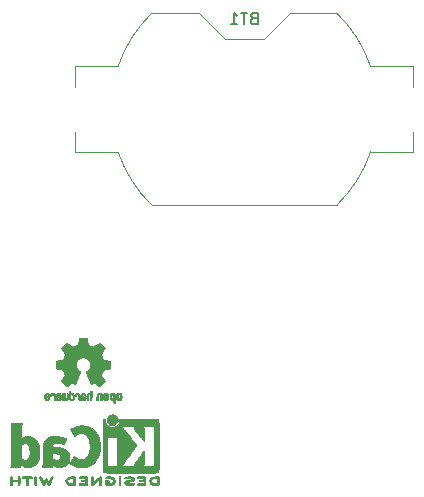
<source format=gbr>
%TF.GenerationSoftware,KiCad,Pcbnew,(5.1.9)-1*%
%TF.CreationDate,2021-02-03T11:38:48-08:00*%
%TF.ProjectId,ATMEGA328_RTC_EEPROM,41544d45-4741-4333-9238-5f5254435f45,1*%
%TF.SameCoordinates,Original*%
%TF.FileFunction,Legend,Bot*%
%TF.FilePolarity,Positive*%
%FSLAX46Y46*%
G04 Gerber Fmt 4.6, Leading zero omitted, Abs format (unit mm)*
G04 Created by KiCad (PCBNEW (5.1.9)-1) date 2021-02-03 11:38:48*
%MOMM*%
%LPD*%
G01*
G04 APERTURE LIST*
%ADD10C,0.010000*%
%ADD11C,0.120000*%
%ADD12C,0.150000*%
G04 APERTURE END LIST*
D10*
%TO.C,REF\u002A\u002A*%
G36*
X140866090Y-114463348D02*
G01*
X140787546Y-114463778D01*
X140730702Y-114464942D01*
X140691895Y-114467207D01*
X140667462Y-114470940D01*
X140653738Y-114476506D01*
X140647060Y-114484273D01*
X140643764Y-114494605D01*
X140643444Y-114495943D01*
X140638438Y-114520079D01*
X140629171Y-114567701D01*
X140616608Y-114633741D01*
X140601713Y-114713128D01*
X140585449Y-114800796D01*
X140584881Y-114803875D01*
X140568590Y-114889789D01*
X140553348Y-114965696D01*
X140540139Y-115027045D01*
X140529946Y-115069282D01*
X140523752Y-115087855D01*
X140523457Y-115088184D01*
X140505212Y-115097253D01*
X140467595Y-115112367D01*
X140418729Y-115130262D01*
X140418457Y-115130358D01*
X140356907Y-115153493D01*
X140284343Y-115182965D01*
X140215943Y-115212597D01*
X140212706Y-115214062D01*
X140101298Y-115264626D01*
X139854601Y-115096160D01*
X139778923Y-115044803D01*
X139710369Y-114998889D01*
X139652912Y-114961030D01*
X139610524Y-114933837D01*
X139587175Y-114919921D01*
X139584958Y-114918889D01*
X139567990Y-114923484D01*
X139536299Y-114945655D01*
X139488648Y-114986447D01*
X139423802Y-115046905D01*
X139357603Y-115111227D01*
X139293786Y-115174612D01*
X139236671Y-115232451D01*
X139189695Y-115281175D01*
X139156297Y-115317210D01*
X139139915Y-115336984D01*
X139139306Y-115338002D01*
X139137495Y-115351572D01*
X139144317Y-115373733D01*
X139161460Y-115407478D01*
X139190607Y-115455800D01*
X139233445Y-115521692D01*
X139290552Y-115606517D01*
X139341234Y-115681177D01*
X139386539Y-115748140D01*
X139423850Y-115803516D01*
X139450548Y-115843420D01*
X139464015Y-115863962D01*
X139464863Y-115865356D01*
X139463219Y-115885038D01*
X139450755Y-115923293D01*
X139429952Y-115972889D01*
X139422538Y-115988728D01*
X139390186Y-116059290D01*
X139355672Y-116139353D01*
X139327635Y-116208629D01*
X139307432Y-116260045D01*
X139291385Y-116299119D01*
X139282112Y-116319541D01*
X139280959Y-116321114D01*
X139263904Y-116323721D01*
X139223702Y-116330863D01*
X139165698Y-116341523D01*
X139095237Y-116354685D01*
X139017665Y-116369333D01*
X138938328Y-116384449D01*
X138862569Y-116399018D01*
X138795736Y-116412022D01*
X138743172Y-116422445D01*
X138710224Y-116429270D01*
X138702143Y-116431199D01*
X138693795Y-116435962D01*
X138687494Y-116446718D01*
X138682955Y-116467098D01*
X138679896Y-116500734D01*
X138678033Y-116551255D01*
X138677082Y-116622292D01*
X138676760Y-116717476D01*
X138676743Y-116756492D01*
X138676743Y-117073799D01*
X138752943Y-117088839D01*
X138795337Y-117096995D01*
X138858600Y-117108899D01*
X138935038Y-117123116D01*
X139016957Y-117138210D01*
X139039600Y-117142355D01*
X139115194Y-117157053D01*
X139181047Y-117171505D01*
X139231634Y-117184375D01*
X139261426Y-117194322D01*
X139266388Y-117197287D01*
X139278574Y-117218283D01*
X139296047Y-117258967D01*
X139315423Y-117311322D01*
X139319266Y-117322600D01*
X139344661Y-117392523D01*
X139376183Y-117471418D01*
X139407031Y-117542266D01*
X139407183Y-117542595D01*
X139458553Y-117653733D01*
X139289601Y-117902253D01*
X139120648Y-118150772D01*
X139337571Y-118368058D01*
X139403181Y-118432726D01*
X139463021Y-118489733D01*
X139513733Y-118536033D01*
X139551954Y-118568584D01*
X139574325Y-118584343D01*
X139577534Y-118585343D01*
X139596374Y-118577469D01*
X139634820Y-118555578D01*
X139688670Y-118522267D01*
X139753724Y-118480131D01*
X139824060Y-118432943D01*
X139895445Y-118384810D01*
X139959092Y-118342928D01*
X140010959Y-118309871D01*
X140047005Y-118288218D01*
X140063133Y-118280543D01*
X140082811Y-118287037D01*
X140120125Y-118304150D01*
X140167379Y-118328326D01*
X140172388Y-118331013D01*
X140236023Y-118362927D01*
X140279659Y-118378579D01*
X140306798Y-118378745D01*
X140320943Y-118364204D01*
X140321025Y-118364000D01*
X140328095Y-118346779D01*
X140344958Y-118305899D01*
X140370305Y-118244525D01*
X140402829Y-118165819D01*
X140441222Y-118072947D01*
X140484178Y-117969072D01*
X140525778Y-117868502D01*
X140571496Y-117757516D01*
X140613474Y-117654703D01*
X140650452Y-117563215D01*
X140681173Y-117486201D01*
X140704378Y-117426815D01*
X140718810Y-117388209D01*
X140723257Y-117373800D01*
X140712104Y-117357272D01*
X140682931Y-117330930D01*
X140644029Y-117301887D01*
X140533243Y-117210039D01*
X140446649Y-117104759D01*
X140385284Y-116988266D01*
X140350185Y-116862776D01*
X140342392Y-116730507D01*
X140348057Y-116669457D01*
X140378922Y-116542795D01*
X140432080Y-116430941D01*
X140504233Y-116335001D01*
X140592083Y-116256076D01*
X140692335Y-116195270D01*
X140801690Y-116153687D01*
X140916853Y-116132428D01*
X141034525Y-116132599D01*
X141151410Y-116155301D01*
X141264211Y-116201638D01*
X141369631Y-116272713D01*
X141413632Y-116312911D01*
X141498021Y-116416129D01*
X141556778Y-116528925D01*
X141590296Y-116648010D01*
X141598965Y-116770095D01*
X141583177Y-116891893D01*
X141543322Y-117010116D01*
X141479793Y-117121475D01*
X141392979Y-117222684D01*
X141295971Y-117301887D01*
X141255563Y-117332162D01*
X141227018Y-117358219D01*
X141216743Y-117373825D01*
X141222123Y-117390843D01*
X141237425Y-117431500D01*
X141261388Y-117492642D01*
X141292756Y-117571119D01*
X141330268Y-117663780D01*
X141372667Y-117767472D01*
X141414337Y-117868526D01*
X141460310Y-117979607D01*
X141502893Y-118082541D01*
X141540779Y-118174165D01*
X141572660Y-118251316D01*
X141597229Y-118310831D01*
X141613180Y-118349544D01*
X141619090Y-118364000D01*
X141633052Y-118378685D01*
X141660060Y-118378642D01*
X141703587Y-118363099D01*
X141767110Y-118331284D01*
X141767612Y-118331013D01*
X141815440Y-118306323D01*
X141854103Y-118288338D01*
X141875905Y-118280614D01*
X141876867Y-118280543D01*
X141893279Y-118288378D01*
X141929513Y-118310165D01*
X141981526Y-118343328D01*
X142045275Y-118385291D01*
X142115940Y-118432943D01*
X142187884Y-118481191D01*
X142252726Y-118523151D01*
X142306265Y-118556227D01*
X142344303Y-118577821D01*
X142362467Y-118585343D01*
X142379192Y-118575457D01*
X142412820Y-118547826D01*
X142459990Y-118505495D01*
X142517342Y-118451505D01*
X142581516Y-118388899D01*
X142602503Y-118367983D01*
X142819501Y-118150623D01*
X142654332Y-117908220D01*
X142604136Y-117833781D01*
X142560081Y-117766972D01*
X142524638Y-117711665D01*
X142500281Y-117671729D01*
X142489478Y-117651036D01*
X142489162Y-117649563D01*
X142494857Y-117630058D01*
X142510174Y-117590822D01*
X142532463Y-117538430D01*
X142548107Y-117503355D01*
X142577359Y-117436201D01*
X142604906Y-117368358D01*
X142626263Y-117311034D01*
X142632065Y-117293572D01*
X142648548Y-117246938D01*
X142664660Y-117210905D01*
X142673510Y-117197287D01*
X142693040Y-117188952D01*
X142735666Y-117177137D01*
X142795855Y-117163181D01*
X142868078Y-117148422D01*
X142900400Y-117142355D01*
X142982478Y-117127273D01*
X143061205Y-117112669D01*
X143128891Y-117099980D01*
X143177840Y-117090642D01*
X143187057Y-117088839D01*
X143263257Y-117073799D01*
X143263257Y-116756492D01*
X143263086Y-116652154D01*
X143262384Y-116573213D01*
X143260866Y-116516038D01*
X143258251Y-116476999D01*
X143254254Y-116452465D01*
X143248591Y-116438805D01*
X143240980Y-116432389D01*
X143237857Y-116431199D01*
X143219022Y-116426980D01*
X143177412Y-116418562D01*
X143118370Y-116406961D01*
X143047243Y-116393195D01*
X142969375Y-116378280D01*
X142890113Y-116363232D01*
X142814802Y-116349069D01*
X142748787Y-116336806D01*
X142697413Y-116327461D01*
X142666025Y-116322050D01*
X142659041Y-116321114D01*
X142652715Y-116308596D01*
X142638710Y-116275246D01*
X142619645Y-116227377D01*
X142612366Y-116208629D01*
X142583004Y-116136195D01*
X142548429Y-116056170D01*
X142517463Y-115988728D01*
X142494677Y-115937159D01*
X142479518Y-115894785D01*
X142474458Y-115868834D01*
X142475264Y-115865356D01*
X142485959Y-115848936D01*
X142510380Y-115812417D01*
X142545905Y-115759687D01*
X142589913Y-115694635D01*
X142639783Y-115621151D01*
X142649644Y-115606645D01*
X142707508Y-115520704D01*
X142750044Y-115455261D01*
X142778946Y-115407304D01*
X142795910Y-115373820D01*
X142802633Y-115351795D01*
X142800810Y-115338217D01*
X142800764Y-115338131D01*
X142786414Y-115320297D01*
X142754677Y-115285817D01*
X142708990Y-115238268D01*
X142652796Y-115181222D01*
X142589532Y-115118255D01*
X142582398Y-115111227D01*
X142502670Y-115034020D01*
X142441143Y-114977330D01*
X142396579Y-114940110D01*
X142367743Y-114921315D01*
X142355042Y-114918889D01*
X142336506Y-114929471D01*
X142298039Y-114953916D01*
X142243614Y-114989612D01*
X142177202Y-115033947D01*
X142102775Y-115084311D01*
X142085399Y-115096160D01*
X141838703Y-115264626D01*
X141727294Y-115214062D01*
X141659543Y-115184595D01*
X141586817Y-115154959D01*
X141524297Y-115131330D01*
X141521543Y-115130358D01*
X141472640Y-115112457D01*
X141434943Y-115097320D01*
X141416575Y-115088210D01*
X141416544Y-115088184D01*
X141410715Y-115071717D01*
X141400808Y-115031219D01*
X141387805Y-114971242D01*
X141372691Y-114896340D01*
X141356448Y-114811064D01*
X141355119Y-114803875D01*
X141338825Y-114716014D01*
X141323867Y-114636260D01*
X141311209Y-114569681D01*
X141301814Y-114521347D01*
X141296646Y-114496325D01*
X141296556Y-114495943D01*
X141293411Y-114485299D01*
X141287296Y-114477262D01*
X141274547Y-114471467D01*
X141251500Y-114467547D01*
X141214491Y-114465135D01*
X141159856Y-114463865D01*
X141083933Y-114463371D01*
X140983056Y-114463286D01*
X140970000Y-114463286D01*
X140866090Y-114463348D01*
G37*
X140866090Y-114463348D02*
X140787546Y-114463778D01*
X140730702Y-114464942D01*
X140691895Y-114467207D01*
X140667462Y-114470940D01*
X140653738Y-114476506D01*
X140647060Y-114484273D01*
X140643764Y-114494605D01*
X140643444Y-114495943D01*
X140638438Y-114520079D01*
X140629171Y-114567701D01*
X140616608Y-114633741D01*
X140601713Y-114713128D01*
X140585449Y-114800796D01*
X140584881Y-114803875D01*
X140568590Y-114889789D01*
X140553348Y-114965696D01*
X140540139Y-115027045D01*
X140529946Y-115069282D01*
X140523752Y-115087855D01*
X140523457Y-115088184D01*
X140505212Y-115097253D01*
X140467595Y-115112367D01*
X140418729Y-115130262D01*
X140418457Y-115130358D01*
X140356907Y-115153493D01*
X140284343Y-115182965D01*
X140215943Y-115212597D01*
X140212706Y-115214062D01*
X140101298Y-115264626D01*
X139854601Y-115096160D01*
X139778923Y-115044803D01*
X139710369Y-114998889D01*
X139652912Y-114961030D01*
X139610524Y-114933837D01*
X139587175Y-114919921D01*
X139584958Y-114918889D01*
X139567990Y-114923484D01*
X139536299Y-114945655D01*
X139488648Y-114986447D01*
X139423802Y-115046905D01*
X139357603Y-115111227D01*
X139293786Y-115174612D01*
X139236671Y-115232451D01*
X139189695Y-115281175D01*
X139156297Y-115317210D01*
X139139915Y-115336984D01*
X139139306Y-115338002D01*
X139137495Y-115351572D01*
X139144317Y-115373733D01*
X139161460Y-115407478D01*
X139190607Y-115455800D01*
X139233445Y-115521692D01*
X139290552Y-115606517D01*
X139341234Y-115681177D01*
X139386539Y-115748140D01*
X139423850Y-115803516D01*
X139450548Y-115843420D01*
X139464015Y-115863962D01*
X139464863Y-115865356D01*
X139463219Y-115885038D01*
X139450755Y-115923293D01*
X139429952Y-115972889D01*
X139422538Y-115988728D01*
X139390186Y-116059290D01*
X139355672Y-116139353D01*
X139327635Y-116208629D01*
X139307432Y-116260045D01*
X139291385Y-116299119D01*
X139282112Y-116319541D01*
X139280959Y-116321114D01*
X139263904Y-116323721D01*
X139223702Y-116330863D01*
X139165698Y-116341523D01*
X139095237Y-116354685D01*
X139017665Y-116369333D01*
X138938328Y-116384449D01*
X138862569Y-116399018D01*
X138795736Y-116412022D01*
X138743172Y-116422445D01*
X138710224Y-116429270D01*
X138702143Y-116431199D01*
X138693795Y-116435962D01*
X138687494Y-116446718D01*
X138682955Y-116467098D01*
X138679896Y-116500734D01*
X138678033Y-116551255D01*
X138677082Y-116622292D01*
X138676760Y-116717476D01*
X138676743Y-116756492D01*
X138676743Y-117073799D01*
X138752943Y-117088839D01*
X138795337Y-117096995D01*
X138858600Y-117108899D01*
X138935038Y-117123116D01*
X139016957Y-117138210D01*
X139039600Y-117142355D01*
X139115194Y-117157053D01*
X139181047Y-117171505D01*
X139231634Y-117184375D01*
X139261426Y-117194322D01*
X139266388Y-117197287D01*
X139278574Y-117218283D01*
X139296047Y-117258967D01*
X139315423Y-117311322D01*
X139319266Y-117322600D01*
X139344661Y-117392523D01*
X139376183Y-117471418D01*
X139407031Y-117542266D01*
X139407183Y-117542595D01*
X139458553Y-117653733D01*
X139289601Y-117902253D01*
X139120648Y-118150772D01*
X139337571Y-118368058D01*
X139403181Y-118432726D01*
X139463021Y-118489733D01*
X139513733Y-118536033D01*
X139551954Y-118568584D01*
X139574325Y-118584343D01*
X139577534Y-118585343D01*
X139596374Y-118577469D01*
X139634820Y-118555578D01*
X139688670Y-118522267D01*
X139753724Y-118480131D01*
X139824060Y-118432943D01*
X139895445Y-118384810D01*
X139959092Y-118342928D01*
X140010959Y-118309871D01*
X140047005Y-118288218D01*
X140063133Y-118280543D01*
X140082811Y-118287037D01*
X140120125Y-118304150D01*
X140167379Y-118328326D01*
X140172388Y-118331013D01*
X140236023Y-118362927D01*
X140279659Y-118378579D01*
X140306798Y-118378745D01*
X140320943Y-118364204D01*
X140321025Y-118364000D01*
X140328095Y-118346779D01*
X140344958Y-118305899D01*
X140370305Y-118244525D01*
X140402829Y-118165819D01*
X140441222Y-118072947D01*
X140484178Y-117969072D01*
X140525778Y-117868502D01*
X140571496Y-117757516D01*
X140613474Y-117654703D01*
X140650452Y-117563215D01*
X140681173Y-117486201D01*
X140704378Y-117426815D01*
X140718810Y-117388209D01*
X140723257Y-117373800D01*
X140712104Y-117357272D01*
X140682931Y-117330930D01*
X140644029Y-117301887D01*
X140533243Y-117210039D01*
X140446649Y-117104759D01*
X140385284Y-116988266D01*
X140350185Y-116862776D01*
X140342392Y-116730507D01*
X140348057Y-116669457D01*
X140378922Y-116542795D01*
X140432080Y-116430941D01*
X140504233Y-116335001D01*
X140592083Y-116256076D01*
X140692335Y-116195270D01*
X140801690Y-116153687D01*
X140916853Y-116132428D01*
X141034525Y-116132599D01*
X141151410Y-116155301D01*
X141264211Y-116201638D01*
X141369631Y-116272713D01*
X141413632Y-116312911D01*
X141498021Y-116416129D01*
X141556778Y-116528925D01*
X141590296Y-116648010D01*
X141598965Y-116770095D01*
X141583177Y-116891893D01*
X141543322Y-117010116D01*
X141479793Y-117121475D01*
X141392979Y-117222684D01*
X141295971Y-117301887D01*
X141255563Y-117332162D01*
X141227018Y-117358219D01*
X141216743Y-117373825D01*
X141222123Y-117390843D01*
X141237425Y-117431500D01*
X141261388Y-117492642D01*
X141292756Y-117571119D01*
X141330268Y-117663780D01*
X141372667Y-117767472D01*
X141414337Y-117868526D01*
X141460310Y-117979607D01*
X141502893Y-118082541D01*
X141540779Y-118174165D01*
X141572660Y-118251316D01*
X141597229Y-118310831D01*
X141613180Y-118349544D01*
X141619090Y-118364000D01*
X141633052Y-118378685D01*
X141660060Y-118378642D01*
X141703587Y-118363099D01*
X141767110Y-118331284D01*
X141767612Y-118331013D01*
X141815440Y-118306323D01*
X141854103Y-118288338D01*
X141875905Y-118280614D01*
X141876867Y-118280543D01*
X141893279Y-118288378D01*
X141929513Y-118310165D01*
X141981526Y-118343328D01*
X142045275Y-118385291D01*
X142115940Y-118432943D01*
X142187884Y-118481191D01*
X142252726Y-118523151D01*
X142306265Y-118556227D01*
X142344303Y-118577821D01*
X142362467Y-118585343D01*
X142379192Y-118575457D01*
X142412820Y-118547826D01*
X142459990Y-118505495D01*
X142517342Y-118451505D01*
X142581516Y-118388899D01*
X142602503Y-118367983D01*
X142819501Y-118150623D01*
X142654332Y-117908220D01*
X142604136Y-117833781D01*
X142560081Y-117766972D01*
X142524638Y-117711665D01*
X142500281Y-117671729D01*
X142489478Y-117651036D01*
X142489162Y-117649563D01*
X142494857Y-117630058D01*
X142510174Y-117590822D01*
X142532463Y-117538430D01*
X142548107Y-117503355D01*
X142577359Y-117436201D01*
X142604906Y-117368358D01*
X142626263Y-117311034D01*
X142632065Y-117293572D01*
X142648548Y-117246938D01*
X142664660Y-117210905D01*
X142673510Y-117197287D01*
X142693040Y-117188952D01*
X142735666Y-117177137D01*
X142795855Y-117163181D01*
X142868078Y-117148422D01*
X142900400Y-117142355D01*
X142982478Y-117127273D01*
X143061205Y-117112669D01*
X143128891Y-117099980D01*
X143177840Y-117090642D01*
X143187057Y-117088839D01*
X143263257Y-117073799D01*
X143263257Y-116756492D01*
X143263086Y-116652154D01*
X143262384Y-116573213D01*
X143260866Y-116516038D01*
X143258251Y-116476999D01*
X143254254Y-116452465D01*
X143248591Y-116438805D01*
X143240980Y-116432389D01*
X143237857Y-116431199D01*
X143219022Y-116426980D01*
X143177412Y-116418562D01*
X143118370Y-116406961D01*
X143047243Y-116393195D01*
X142969375Y-116378280D01*
X142890113Y-116363232D01*
X142814802Y-116349069D01*
X142748787Y-116336806D01*
X142697413Y-116327461D01*
X142666025Y-116322050D01*
X142659041Y-116321114D01*
X142652715Y-116308596D01*
X142638710Y-116275246D01*
X142619645Y-116227377D01*
X142612366Y-116208629D01*
X142583004Y-116136195D01*
X142548429Y-116056170D01*
X142517463Y-115988728D01*
X142494677Y-115937159D01*
X142479518Y-115894785D01*
X142474458Y-115868834D01*
X142475264Y-115865356D01*
X142485959Y-115848936D01*
X142510380Y-115812417D01*
X142545905Y-115759687D01*
X142589913Y-115694635D01*
X142639783Y-115621151D01*
X142649644Y-115606645D01*
X142707508Y-115520704D01*
X142750044Y-115455261D01*
X142778946Y-115407304D01*
X142795910Y-115373820D01*
X142802633Y-115351795D01*
X142800810Y-115338217D01*
X142800764Y-115338131D01*
X142786414Y-115320297D01*
X142754677Y-115285817D01*
X142708990Y-115238268D01*
X142652796Y-115181222D01*
X142589532Y-115118255D01*
X142582398Y-115111227D01*
X142502670Y-115034020D01*
X142441143Y-114977330D01*
X142396579Y-114940110D01*
X142367743Y-114921315D01*
X142355042Y-114918889D01*
X142336506Y-114929471D01*
X142298039Y-114953916D01*
X142243614Y-114989612D01*
X142177202Y-115033947D01*
X142102775Y-115084311D01*
X142085399Y-115096160D01*
X141838703Y-115264626D01*
X141727294Y-115214062D01*
X141659543Y-115184595D01*
X141586817Y-115154959D01*
X141524297Y-115131330D01*
X141521543Y-115130358D01*
X141472640Y-115112457D01*
X141434943Y-115097320D01*
X141416575Y-115088210D01*
X141416544Y-115088184D01*
X141410715Y-115071717D01*
X141400808Y-115031219D01*
X141387805Y-114971242D01*
X141372691Y-114896340D01*
X141356448Y-114811064D01*
X141355119Y-114803875D01*
X141338825Y-114716014D01*
X141323867Y-114636260D01*
X141311209Y-114569681D01*
X141301814Y-114521347D01*
X141296646Y-114496325D01*
X141296556Y-114495943D01*
X141293411Y-114485299D01*
X141287296Y-114477262D01*
X141274547Y-114471467D01*
X141251500Y-114467547D01*
X141214491Y-114465135D01*
X141159856Y-114463865D01*
X141083933Y-114463371D01*
X140983056Y-114463286D01*
X140970000Y-114463286D01*
X140866090Y-114463348D01*
G36*
X137816405Y-119187966D02*
G01*
X137758979Y-119225497D01*
X137731281Y-119259096D01*
X137709338Y-119320064D01*
X137707595Y-119368308D01*
X137711543Y-119432816D01*
X137860314Y-119497934D01*
X137932651Y-119531202D01*
X137979916Y-119557964D01*
X138004493Y-119581144D01*
X138008763Y-119603667D01*
X137995111Y-119628455D01*
X137980057Y-119644886D01*
X137936254Y-119671235D01*
X137888611Y-119673081D01*
X137844855Y-119652546D01*
X137812711Y-119611752D01*
X137806962Y-119597347D01*
X137779424Y-119552356D01*
X137747742Y-119533182D01*
X137704286Y-119516779D01*
X137704286Y-119578966D01*
X137708128Y-119621283D01*
X137723177Y-119656969D01*
X137754720Y-119697943D01*
X137759408Y-119703267D01*
X137794494Y-119739720D01*
X137824653Y-119759283D01*
X137862385Y-119768283D01*
X137893665Y-119771230D01*
X137949615Y-119771965D01*
X137989445Y-119762660D01*
X138014292Y-119748846D01*
X138053344Y-119718467D01*
X138080375Y-119685613D01*
X138097483Y-119644294D01*
X138106762Y-119588521D01*
X138110307Y-119512305D01*
X138110590Y-119473622D01*
X138109628Y-119427247D01*
X138021993Y-119427247D01*
X138020977Y-119452126D01*
X138018444Y-119456200D01*
X138001726Y-119450665D01*
X137965751Y-119436017D01*
X137917669Y-119415190D01*
X137907614Y-119410714D01*
X137846848Y-119379814D01*
X137813368Y-119352657D01*
X137806010Y-119327220D01*
X137823609Y-119301481D01*
X137838144Y-119290109D01*
X137890590Y-119267364D01*
X137939678Y-119271122D01*
X137980773Y-119298884D01*
X138009242Y-119348152D01*
X138018369Y-119387257D01*
X138021993Y-119427247D01*
X138109628Y-119427247D01*
X138108715Y-119383249D01*
X138101804Y-119316384D01*
X138088116Y-119267695D01*
X138065904Y-119231849D01*
X138033426Y-119203513D01*
X138019267Y-119194355D01*
X137954947Y-119170507D01*
X137884527Y-119169006D01*
X137816405Y-119187966D01*
G37*
X137816405Y-119187966D02*
X137758979Y-119225497D01*
X137731281Y-119259096D01*
X137709338Y-119320064D01*
X137707595Y-119368308D01*
X137711543Y-119432816D01*
X137860314Y-119497934D01*
X137932651Y-119531202D01*
X137979916Y-119557964D01*
X138004493Y-119581144D01*
X138008763Y-119603667D01*
X137995111Y-119628455D01*
X137980057Y-119644886D01*
X137936254Y-119671235D01*
X137888611Y-119673081D01*
X137844855Y-119652546D01*
X137812711Y-119611752D01*
X137806962Y-119597347D01*
X137779424Y-119552356D01*
X137747742Y-119533182D01*
X137704286Y-119516779D01*
X137704286Y-119578966D01*
X137708128Y-119621283D01*
X137723177Y-119656969D01*
X137754720Y-119697943D01*
X137759408Y-119703267D01*
X137794494Y-119739720D01*
X137824653Y-119759283D01*
X137862385Y-119768283D01*
X137893665Y-119771230D01*
X137949615Y-119771965D01*
X137989445Y-119762660D01*
X138014292Y-119748846D01*
X138053344Y-119718467D01*
X138080375Y-119685613D01*
X138097483Y-119644294D01*
X138106762Y-119588521D01*
X138110307Y-119512305D01*
X138110590Y-119473622D01*
X138109628Y-119427247D01*
X138021993Y-119427247D01*
X138020977Y-119452126D01*
X138018444Y-119456200D01*
X138001726Y-119450665D01*
X137965751Y-119436017D01*
X137917669Y-119415190D01*
X137907614Y-119410714D01*
X137846848Y-119379814D01*
X137813368Y-119352657D01*
X137806010Y-119327220D01*
X137823609Y-119301481D01*
X137838144Y-119290109D01*
X137890590Y-119267364D01*
X137939678Y-119271122D01*
X137980773Y-119298884D01*
X138009242Y-119348152D01*
X138018369Y-119387257D01*
X138021993Y-119427247D01*
X138109628Y-119427247D01*
X138108715Y-119383249D01*
X138101804Y-119316384D01*
X138088116Y-119267695D01*
X138065904Y-119231849D01*
X138033426Y-119203513D01*
X138019267Y-119194355D01*
X137954947Y-119170507D01*
X137884527Y-119169006D01*
X137816405Y-119187966D01*
G36*
X138317400Y-119179752D02*
G01*
X138300052Y-119187334D01*
X138258644Y-119220128D01*
X138223235Y-119267547D01*
X138201336Y-119318151D01*
X138197771Y-119343098D01*
X138209721Y-119377927D01*
X138235933Y-119396357D01*
X138264036Y-119407516D01*
X138276905Y-119409572D01*
X138283171Y-119394649D01*
X138295544Y-119362175D01*
X138300972Y-119347502D01*
X138331410Y-119296744D01*
X138375480Y-119271427D01*
X138431990Y-119272206D01*
X138436175Y-119273203D01*
X138466345Y-119287507D01*
X138488524Y-119315393D01*
X138503673Y-119360287D01*
X138512750Y-119425615D01*
X138516714Y-119514804D01*
X138517086Y-119562261D01*
X138517270Y-119637071D01*
X138518478Y-119688069D01*
X138521691Y-119720471D01*
X138527891Y-119739495D01*
X138538060Y-119750356D01*
X138553181Y-119758272D01*
X138554054Y-119758670D01*
X138583172Y-119770981D01*
X138597597Y-119775514D01*
X138599814Y-119761809D01*
X138601711Y-119723925D01*
X138603153Y-119666715D01*
X138604002Y-119595027D01*
X138604171Y-119542565D01*
X138603308Y-119441047D01*
X138599930Y-119364032D01*
X138592858Y-119307023D01*
X138580912Y-119265526D01*
X138562910Y-119235043D01*
X138537673Y-119211080D01*
X138512753Y-119194355D01*
X138452829Y-119172097D01*
X138383089Y-119167076D01*
X138317400Y-119179752D01*
G37*
X138317400Y-119179752D02*
X138300052Y-119187334D01*
X138258644Y-119220128D01*
X138223235Y-119267547D01*
X138201336Y-119318151D01*
X138197771Y-119343098D01*
X138209721Y-119377927D01*
X138235933Y-119396357D01*
X138264036Y-119407516D01*
X138276905Y-119409572D01*
X138283171Y-119394649D01*
X138295544Y-119362175D01*
X138300972Y-119347502D01*
X138331410Y-119296744D01*
X138375480Y-119271427D01*
X138431990Y-119272206D01*
X138436175Y-119273203D01*
X138466345Y-119287507D01*
X138488524Y-119315393D01*
X138503673Y-119360287D01*
X138512750Y-119425615D01*
X138516714Y-119514804D01*
X138517086Y-119562261D01*
X138517270Y-119637071D01*
X138518478Y-119688069D01*
X138521691Y-119720471D01*
X138527891Y-119739495D01*
X138538060Y-119750356D01*
X138553181Y-119758272D01*
X138554054Y-119758670D01*
X138583172Y-119770981D01*
X138597597Y-119775514D01*
X138599814Y-119761809D01*
X138601711Y-119723925D01*
X138603153Y-119666715D01*
X138604002Y-119595027D01*
X138604171Y-119542565D01*
X138603308Y-119441047D01*
X138599930Y-119364032D01*
X138592858Y-119307023D01*
X138580912Y-119265526D01*
X138562910Y-119235043D01*
X138537673Y-119211080D01*
X138512753Y-119194355D01*
X138452829Y-119172097D01*
X138383089Y-119167076D01*
X138317400Y-119179752D01*
G36*
X138825124Y-119177335D02*
G01*
X138783333Y-119196344D01*
X138750531Y-119219378D01*
X138726497Y-119245133D01*
X138709903Y-119278358D01*
X138699423Y-119323800D01*
X138693729Y-119386207D01*
X138691493Y-119470327D01*
X138691257Y-119525721D01*
X138691257Y-119741826D01*
X138728226Y-119758670D01*
X138757344Y-119770981D01*
X138771769Y-119775514D01*
X138774528Y-119762025D01*
X138776718Y-119725653D01*
X138778058Y-119672542D01*
X138778343Y-119630372D01*
X138779566Y-119569447D01*
X138782864Y-119521115D01*
X138787679Y-119491518D01*
X138791504Y-119485229D01*
X138817217Y-119491652D01*
X138857582Y-119508125D01*
X138904321Y-119530458D01*
X138949155Y-119554457D01*
X138983807Y-119575930D01*
X138999998Y-119590685D01*
X139000062Y-119590845D01*
X138998670Y-119618152D01*
X138986182Y-119644219D01*
X138964257Y-119665392D01*
X138932257Y-119672474D01*
X138904908Y-119671649D01*
X138866174Y-119671042D01*
X138845842Y-119680116D01*
X138833631Y-119704092D01*
X138832091Y-119708613D01*
X138826797Y-119742806D01*
X138840953Y-119763568D01*
X138877852Y-119773462D01*
X138917711Y-119775292D01*
X138989438Y-119761727D01*
X139026568Y-119742355D01*
X139072424Y-119696845D01*
X139096744Y-119640983D01*
X139098927Y-119581957D01*
X139078371Y-119526953D01*
X139047451Y-119492486D01*
X139016580Y-119473189D01*
X138968058Y-119448759D01*
X138911515Y-119423985D01*
X138902090Y-119420199D01*
X138839981Y-119392791D01*
X138804178Y-119368634D01*
X138792663Y-119344619D01*
X138803420Y-119317635D01*
X138821886Y-119296543D01*
X138865531Y-119270572D01*
X138913554Y-119268624D01*
X138957594Y-119288637D01*
X138989291Y-119328551D01*
X138993451Y-119338848D01*
X139017673Y-119376724D01*
X139053035Y-119404842D01*
X139097657Y-119427917D01*
X139097657Y-119362485D01*
X139095031Y-119322506D01*
X139083770Y-119290997D01*
X139058801Y-119257378D01*
X139034831Y-119231484D01*
X138997559Y-119194817D01*
X138968599Y-119175121D01*
X138937495Y-119167220D01*
X138902287Y-119165914D01*
X138825124Y-119177335D01*
G37*
X138825124Y-119177335D02*
X138783333Y-119196344D01*
X138750531Y-119219378D01*
X138726497Y-119245133D01*
X138709903Y-119278358D01*
X138699423Y-119323800D01*
X138693729Y-119386207D01*
X138691493Y-119470327D01*
X138691257Y-119525721D01*
X138691257Y-119741826D01*
X138728226Y-119758670D01*
X138757344Y-119770981D01*
X138771769Y-119775514D01*
X138774528Y-119762025D01*
X138776718Y-119725653D01*
X138778058Y-119672542D01*
X138778343Y-119630372D01*
X138779566Y-119569447D01*
X138782864Y-119521115D01*
X138787679Y-119491518D01*
X138791504Y-119485229D01*
X138817217Y-119491652D01*
X138857582Y-119508125D01*
X138904321Y-119530458D01*
X138949155Y-119554457D01*
X138983807Y-119575930D01*
X138999998Y-119590685D01*
X139000062Y-119590845D01*
X138998670Y-119618152D01*
X138986182Y-119644219D01*
X138964257Y-119665392D01*
X138932257Y-119672474D01*
X138904908Y-119671649D01*
X138866174Y-119671042D01*
X138845842Y-119680116D01*
X138833631Y-119704092D01*
X138832091Y-119708613D01*
X138826797Y-119742806D01*
X138840953Y-119763568D01*
X138877852Y-119773462D01*
X138917711Y-119775292D01*
X138989438Y-119761727D01*
X139026568Y-119742355D01*
X139072424Y-119696845D01*
X139096744Y-119640983D01*
X139098927Y-119581957D01*
X139078371Y-119526953D01*
X139047451Y-119492486D01*
X139016580Y-119473189D01*
X138968058Y-119448759D01*
X138911515Y-119423985D01*
X138902090Y-119420199D01*
X138839981Y-119392791D01*
X138804178Y-119368634D01*
X138792663Y-119344619D01*
X138803420Y-119317635D01*
X138821886Y-119296543D01*
X138865531Y-119270572D01*
X138913554Y-119268624D01*
X138957594Y-119288637D01*
X138989291Y-119328551D01*
X138993451Y-119338848D01*
X139017673Y-119376724D01*
X139053035Y-119404842D01*
X139097657Y-119427917D01*
X139097657Y-119362485D01*
X139095031Y-119322506D01*
X139083770Y-119290997D01*
X139058801Y-119257378D01*
X139034831Y-119231484D01*
X138997559Y-119194817D01*
X138968599Y-119175121D01*
X138937495Y-119167220D01*
X138902287Y-119165914D01*
X138825124Y-119177335D01*
G36*
X139190167Y-119179663D02*
G01*
X139187952Y-119217850D01*
X139186216Y-119275886D01*
X139185101Y-119349180D01*
X139184743Y-119426055D01*
X139184743Y-119686196D01*
X139230674Y-119732127D01*
X139262325Y-119760429D01*
X139290110Y-119771893D01*
X139328085Y-119771168D01*
X139343160Y-119769321D01*
X139390274Y-119763948D01*
X139429244Y-119760869D01*
X139438743Y-119760585D01*
X139470767Y-119762445D01*
X139516568Y-119767114D01*
X139534326Y-119769321D01*
X139577943Y-119772735D01*
X139607255Y-119765320D01*
X139636320Y-119742427D01*
X139646812Y-119732127D01*
X139692743Y-119686196D01*
X139692743Y-119199602D01*
X139655774Y-119182758D01*
X139623941Y-119170282D01*
X139605317Y-119165914D01*
X139600542Y-119179718D01*
X139596079Y-119218286D01*
X139592225Y-119277356D01*
X139589278Y-119352663D01*
X139587857Y-119416286D01*
X139583886Y-119666657D01*
X139549241Y-119671556D01*
X139517732Y-119668131D01*
X139502292Y-119657041D01*
X139497977Y-119636308D01*
X139494292Y-119592145D01*
X139491531Y-119530146D01*
X139489988Y-119455909D01*
X139489765Y-119417706D01*
X139489543Y-119197783D01*
X139443834Y-119181849D01*
X139411482Y-119171015D01*
X139393885Y-119165962D01*
X139393377Y-119165914D01*
X139391612Y-119179648D01*
X139389671Y-119217730D01*
X139387718Y-119275482D01*
X139385916Y-119348227D01*
X139384657Y-119416286D01*
X139380686Y-119666657D01*
X139293600Y-119666657D01*
X139289604Y-119438240D01*
X139285608Y-119209822D01*
X139243153Y-119187868D01*
X139211808Y-119172793D01*
X139193256Y-119165951D01*
X139192721Y-119165914D01*
X139190167Y-119179663D01*
G37*
X139190167Y-119179663D02*
X139187952Y-119217850D01*
X139186216Y-119275886D01*
X139185101Y-119349180D01*
X139184743Y-119426055D01*
X139184743Y-119686196D01*
X139230674Y-119732127D01*
X139262325Y-119760429D01*
X139290110Y-119771893D01*
X139328085Y-119771168D01*
X139343160Y-119769321D01*
X139390274Y-119763948D01*
X139429244Y-119760869D01*
X139438743Y-119760585D01*
X139470767Y-119762445D01*
X139516568Y-119767114D01*
X139534326Y-119769321D01*
X139577943Y-119772735D01*
X139607255Y-119765320D01*
X139636320Y-119742427D01*
X139646812Y-119732127D01*
X139692743Y-119686196D01*
X139692743Y-119199602D01*
X139655774Y-119182758D01*
X139623941Y-119170282D01*
X139605317Y-119165914D01*
X139600542Y-119179718D01*
X139596079Y-119218286D01*
X139592225Y-119277356D01*
X139589278Y-119352663D01*
X139587857Y-119416286D01*
X139583886Y-119666657D01*
X139549241Y-119671556D01*
X139517732Y-119668131D01*
X139502292Y-119657041D01*
X139497977Y-119636308D01*
X139494292Y-119592145D01*
X139491531Y-119530146D01*
X139489988Y-119455909D01*
X139489765Y-119417706D01*
X139489543Y-119197783D01*
X139443834Y-119181849D01*
X139411482Y-119171015D01*
X139393885Y-119165962D01*
X139393377Y-119165914D01*
X139391612Y-119179648D01*
X139389671Y-119217730D01*
X139387718Y-119275482D01*
X139385916Y-119348227D01*
X139384657Y-119416286D01*
X139380686Y-119666657D01*
X139293600Y-119666657D01*
X139289604Y-119438240D01*
X139285608Y-119209822D01*
X139243153Y-119187868D01*
X139211808Y-119172793D01*
X139193256Y-119165951D01*
X139192721Y-119165914D01*
X139190167Y-119179663D01*
G36*
X139779883Y-119286358D02*
G01*
X139780067Y-119394837D01*
X139780781Y-119478287D01*
X139782325Y-119540704D01*
X139784999Y-119586085D01*
X139789106Y-119618429D01*
X139794945Y-119641733D01*
X139802818Y-119659995D01*
X139808779Y-119670418D01*
X139858145Y-119726945D01*
X139920736Y-119762377D01*
X139989987Y-119775090D01*
X140059332Y-119763463D01*
X140100625Y-119742568D01*
X140143975Y-119706422D01*
X140173519Y-119662276D01*
X140191345Y-119604462D01*
X140199537Y-119527313D01*
X140200698Y-119470714D01*
X140200542Y-119466647D01*
X140099143Y-119466647D01*
X140098524Y-119531550D01*
X140095686Y-119574514D01*
X140089160Y-119602622D01*
X140077477Y-119622953D01*
X140063517Y-119638288D01*
X140016635Y-119667890D01*
X139966299Y-119670419D01*
X139918724Y-119645705D01*
X139915021Y-119642356D01*
X139899217Y-119624935D01*
X139889307Y-119604209D01*
X139883942Y-119573362D01*
X139881772Y-119525577D01*
X139881429Y-119472748D01*
X139882173Y-119406381D01*
X139885252Y-119362106D01*
X139891939Y-119333009D01*
X139903504Y-119312173D01*
X139912987Y-119301107D01*
X139957040Y-119273198D01*
X140007776Y-119269843D01*
X140056204Y-119291159D01*
X140065550Y-119299073D01*
X140081460Y-119316647D01*
X140091390Y-119337587D01*
X140096722Y-119368782D01*
X140098837Y-119417122D01*
X140099143Y-119466647D01*
X140200542Y-119466647D01*
X140197190Y-119379568D01*
X140185274Y-119311086D01*
X140162865Y-119259600D01*
X140127876Y-119219443D01*
X140100625Y-119198861D01*
X140051093Y-119176625D01*
X139993684Y-119166304D01*
X139940318Y-119169067D01*
X139910457Y-119180212D01*
X139898739Y-119183383D01*
X139890963Y-119171557D01*
X139885535Y-119139866D01*
X139881429Y-119091593D01*
X139876933Y-119037829D01*
X139870687Y-119005482D01*
X139859324Y-118986985D01*
X139839472Y-118974770D01*
X139827000Y-118969362D01*
X139779829Y-118949601D01*
X139779883Y-119286358D01*
G37*
X139779883Y-119286358D02*
X139780067Y-119394837D01*
X139780781Y-119478287D01*
X139782325Y-119540704D01*
X139784999Y-119586085D01*
X139789106Y-119618429D01*
X139794945Y-119641733D01*
X139802818Y-119659995D01*
X139808779Y-119670418D01*
X139858145Y-119726945D01*
X139920736Y-119762377D01*
X139989987Y-119775090D01*
X140059332Y-119763463D01*
X140100625Y-119742568D01*
X140143975Y-119706422D01*
X140173519Y-119662276D01*
X140191345Y-119604462D01*
X140199537Y-119527313D01*
X140200698Y-119470714D01*
X140200542Y-119466647D01*
X140099143Y-119466647D01*
X140098524Y-119531550D01*
X140095686Y-119574514D01*
X140089160Y-119602622D01*
X140077477Y-119622953D01*
X140063517Y-119638288D01*
X140016635Y-119667890D01*
X139966299Y-119670419D01*
X139918724Y-119645705D01*
X139915021Y-119642356D01*
X139899217Y-119624935D01*
X139889307Y-119604209D01*
X139883942Y-119573362D01*
X139881772Y-119525577D01*
X139881429Y-119472748D01*
X139882173Y-119406381D01*
X139885252Y-119362106D01*
X139891939Y-119333009D01*
X139903504Y-119312173D01*
X139912987Y-119301107D01*
X139957040Y-119273198D01*
X140007776Y-119269843D01*
X140056204Y-119291159D01*
X140065550Y-119299073D01*
X140081460Y-119316647D01*
X140091390Y-119337587D01*
X140096722Y-119368782D01*
X140098837Y-119417122D01*
X140099143Y-119466647D01*
X140200542Y-119466647D01*
X140197190Y-119379568D01*
X140185274Y-119311086D01*
X140162865Y-119259600D01*
X140127876Y-119219443D01*
X140100625Y-119198861D01*
X140051093Y-119176625D01*
X139993684Y-119166304D01*
X139940318Y-119169067D01*
X139910457Y-119180212D01*
X139898739Y-119183383D01*
X139890963Y-119171557D01*
X139885535Y-119139866D01*
X139881429Y-119091593D01*
X139876933Y-119037829D01*
X139870687Y-119005482D01*
X139859324Y-118986985D01*
X139839472Y-118974770D01*
X139827000Y-118969362D01*
X139779829Y-118949601D01*
X139779883Y-119286358D01*
G36*
X140440074Y-119170755D02*
G01*
X140374142Y-119195084D01*
X140320727Y-119238117D01*
X140299836Y-119268409D01*
X140277061Y-119323994D01*
X140277534Y-119364186D01*
X140301438Y-119391217D01*
X140310283Y-119395813D01*
X140348470Y-119410144D01*
X140367972Y-119406472D01*
X140374578Y-119382407D01*
X140374914Y-119369114D01*
X140387008Y-119320210D01*
X140418529Y-119285999D01*
X140462341Y-119269476D01*
X140511305Y-119273634D01*
X140551106Y-119295227D01*
X140564550Y-119307544D01*
X140574079Y-119322487D01*
X140580515Y-119345075D01*
X140584683Y-119380328D01*
X140587403Y-119433266D01*
X140589498Y-119508907D01*
X140590040Y-119532857D01*
X140592019Y-119614790D01*
X140594269Y-119672455D01*
X140597643Y-119710608D01*
X140602994Y-119734004D01*
X140611176Y-119747398D01*
X140623041Y-119755545D01*
X140630638Y-119759144D01*
X140662898Y-119771452D01*
X140681889Y-119775514D01*
X140688164Y-119761948D01*
X140691994Y-119720934D01*
X140693400Y-119651999D01*
X140692402Y-119554669D01*
X140692092Y-119539657D01*
X140689899Y-119450859D01*
X140687307Y-119386019D01*
X140683618Y-119340067D01*
X140678136Y-119307935D01*
X140670165Y-119284553D01*
X140659007Y-119264852D01*
X140653170Y-119256410D01*
X140619704Y-119219057D01*
X140582273Y-119190003D01*
X140577691Y-119187467D01*
X140510574Y-119167443D01*
X140440074Y-119170755D01*
G37*
X140440074Y-119170755D02*
X140374142Y-119195084D01*
X140320727Y-119238117D01*
X140299836Y-119268409D01*
X140277061Y-119323994D01*
X140277534Y-119364186D01*
X140301438Y-119391217D01*
X140310283Y-119395813D01*
X140348470Y-119410144D01*
X140367972Y-119406472D01*
X140374578Y-119382407D01*
X140374914Y-119369114D01*
X140387008Y-119320210D01*
X140418529Y-119285999D01*
X140462341Y-119269476D01*
X140511305Y-119273634D01*
X140551106Y-119295227D01*
X140564550Y-119307544D01*
X140574079Y-119322487D01*
X140580515Y-119345075D01*
X140584683Y-119380328D01*
X140587403Y-119433266D01*
X140589498Y-119508907D01*
X140590040Y-119532857D01*
X140592019Y-119614790D01*
X140594269Y-119672455D01*
X140597643Y-119710608D01*
X140602994Y-119734004D01*
X140611176Y-119747398D01*
X140623041Y-119755545D01*
X140630638Y-119759144D01*
X140662898Y-119771452D01*
X140681889Y-119775514D01*
X140688164Y-119761948D01*
X140691994Y-119720934D01*
X140693400Y-119651999D01*
X140692402Y-119554669D01*
X140692092Y-119539657D01*
X140689899Y-119450859D01*
X140687307Y-119386019D01*
X140683618Y-119340067D01*
X140678136Y-119307935D01*
X140670165Y-119284553D01*
X140659007Y-119264852D01*
X140653170Y-119256410D01*
X140619704Y-119219057D01*
X140582273Y-119190003D01*
X140577691Y-119187467D01*
X140510574Y-119167443D01*
X140440074Y-119170755D01*
G36*
X140930256Y-119171968D02*
G01*
X140873384Y-119193087D01*
X140872733Y-119193493D01*
X140837560Y-119219380D01*
X140811593Y-119249633D01*
X140793330Y-119289058D01*
X140781268Y-119342462D01*
X140773904Y-119414651D01*
X140769736Y-119510432D01*
X140769371Y-119524078D01*
X140764124Y-119729842D01*
X140808284Y-119752678D01*
X140840237Y-119768110D01*
X140859530Y-119775423D01*
X140860422Y-119775514D01*
X140863761Y-119762022D01*
X140866413Y-119725626D01*
X140868044Y-119672452D01*
X140868400Y-119629393D01*
X140868408Y-119559641D01*
X140871597Y-119515837D01*
X140882712Y-119494944D01*
X140906499Y-119493925D01*
X140947704Y-119509741D01*
X141009914Y-119538815D01*
X141055659Y-119562963D01*
X141079187Y-119583913D01*
X141086104Y-119606747D01*
X141086114Y-119607877D01*
X141074701Y-119647212D01*
X141040908Y-119668462D01*
X140989191Y-119671539D01*
X140951939Y-119671006D01*
X140932297Y-119681735D01*
X140920048Y-119707505D01*
X140912998Y-119740337D01*
X140923158Y-119758966D01*
X140926983Y-119761632D01*
X140962999Y-119772340D01*
X141013434Y-119773856D01*
X141065374Y-119766759D01*
X141102178Y-119753788D01*
X141153062Y-119710585D01*
X141181986Y-119650446D01*
X141187714Y-119603462D01*
X141183343Y-119561082D01*
X141167525Y-119526488D01*
X141136203Y-119495763D01*
X141085322Y-119464990D01*
X141010824Y-119430252D01*
X141006286Y-119428288D01*
X140939179Y-119397287D01*
X140897768Y-119371862D01*
X140880019Y-119349014D01*
X140883893Y-119325745D01*
X140907357Y-119299056D01*
X140914373Y-119292914D01*
X140961370Y-119269100D01*
X141010067Y-119270103D01*
X141052478Y-119293451D01*
X141080616Y-119336675D01*
X141083231Y-119345160D01*
X141108692Y-119386308D01*
X141140999Y-119406128D01*
X141187714Y-119425770D01*
X141187714Y-119374950D01*
X141173504Y-119301082D01*
X141131325Y-119233327D01*
X141109376Y-119210661D01*
X141059483Y-119181569D01*
X140996033Y-119168400D01*
X140930256Y-119171968D01*
G37*
X140930256Y-119171968D02*
X140873384Y-119193087D01*
X140872733Y-119193493D01*
X140837560Y-119219380D01*
X140811593Y-119249633D01*
X140793330Y-119289058D01*
X140781268Y-119342462D01*
X140773904Y-119414651D01*
X140769736Y-119510432D01*
X140769371Y-119524078D01*
X140764124Y-119729842D01*
X140808284Y-119752678D01*
X140840237Y-119768110D01*
X140859530Y-119775423D01*
X140860422Y-119775514D01*
X140863761Y-119762022D01*
X140866413Y-119725626D01*
X140868044Y-119672452D01*
X140868400Y-119629393D01*
X140868408Y-119559641D01*
X140871597Y-119515837D01*
X140882712Y-119494944D01*
X140906499Y-119493925D01*
X140947704Y-119509741D01*
X141009914Y-119538815D01*
X141055659Y-119562963D01*
X141079187Y-119583913D01*
X141086104Y-119606747D01*
X141086114Y-119607877D01*
X141074701Y-119647212D01*
X141040908Y-119668462D01*
X140989191Y-119671539D01*
X140951939Y-119671006D01*
X140932297Y-119681735D01*
X140920048Y-119707505D01*
X140912998Y-119740337D01*
X140923158Y-119758966D01*
X140926983Y-119761632D01*
X140962999Y-119772340D01*
X141013434Y-119773856D01*
X141065374Y-119766759D01*
X141102178Y-119753788D01*
X141153062Y-119710585D01*
X141181986Y-119650446D01*
X141187714Y-119603462D01*
X141183343Y-119561082D01*
X141167525Y-119526488D01*
X141136203Y-119495763D01*
X141085322Y-119464990D01*
X141010824Y-119430252D01*
X141006286Y-119428288D01*
X140939179Y-119397287D01*
X140897768Y-119371862D01*
X140880019Y-119349014D01*
X140883893Y-119325745D01*
X140907357Y-119299056D01*
X140914373Y-119292914D01*
X140961370Y-119269100D01*
X141010067Y-119270103D01*
X141052478Y-119293451D01*
X141080616Y-119336675D01*
X141083231Y-119345160D01*
X141108692Y-119386308D01*
X141140999Y-119406128D01*
X141187714Y-119425770D01*
X141187714Y-119374950D01*
X141173504Y-119301082D01*
X141131325Y-119233327D01*
X141109376Y-119210661D01*
X141059483Y-119181569D01*
X140996033Y-119168400D01*
X140930256Y-119171968D01*
G36*
X141594114Y-119072289D02*
G01*
X141589861Y-119131613D01*
X141584975Y-119166572D01*
X141578205Y-119181820D01*
X141568298Y-119182015D01*
X141565086Y-119180195D01*
X141522356Y-119167015D01*
X141466773Y-119167785D01*
X141410263Y-119181333D01*
X141374918Y-119198861D01*
X141338679Y-119226861D01*
X141312187Y-119258549D01*
X141294001Y-119298813D01*
X141282678Y-119352543D01*
X141276778Y-119424626D01*
X141274857Y-119519951D01*
X141274823Y-119538237D01*
X141274800Y-119743646D01*
X141320509Y-119759580D01*
X141352973Y-119770420D01*
X141370785Y-119775468D01*
X141371309Y-119775514D01*
X141373063Y-119761828D01*
X141374556Y-119724076D01*
X141375674Y-119667224D01*
X141376303Y-119596234D01*
X141376400Y-119553073D01*
X141376602Y-119467973D01*
X141377642Y-119406981D01*
X141380169Y-119365177D01*
X141384836Y-119337642D01*
X141392293Y-119319456D01*
X141403189Y-119305698D01*
X141409993Y-119299073D01*
X141456728Y-119272375D01*
X141507728Y-119270375D01*
X141553999Y-119292955D01*
X141562556Y-119301107D01*
X141575107Y-119316436D01*
X141583812Y-119334618D01*
X141589369Y-119360909D01*
X141592474Y-119400562D01*
X141593824Y-119458832D01*
X141594114Y-119539173D01*
X141594114Y-119743646D01*
X141639823Y-119759580D01*
X141672287Y-119770420D01*
X141690099Y-119775468D01*
X141690623Y-119775514D01*
X141691963Y-119761623D01*
X141693172Y-119722439D01*
X141694199Y-119661700D01*
X141694998Y-119583141D01*
X141695519Y-119490498D01*
X141695714Y-119387509D01*
X141695714Y-118990342D01*
X141648543Y-118970444D01*
X141601371Y-118950547D01*
X141594114Y-119072289D01*
G37*
X141594114Y-119072289D02*
X141589861Y-119131613D01*
X141584975Y-119166572D01*
X141578205Y-119181820D01*
X141568298Y-119182015D01*
X141565086Y-119180195D01*
X141522356Y-119167015D01*
X141466773Y-119167785D01*
X141410263Y-119181333D01*
X141374918Y-119198861D01*
X141338679Y-119226861D01*
X141312187Y-119258549D01*
X141294001Y-119298813D01*
X141282678Y-119352543D01*
X141276778Y-119424626D01*
X141274857Y-119519951D01*
X141274823Y-119538237D01*
X141274800Y-119743646D01*
X141320509Y-119759580D01*
X141352973Y-119770420D01*
X141370785Y-119775468D01*
X141371309Y-119775514D01*
X141373063Y-119761828D01*
X141374556Y-119724076D01*
X141375674Y-119667224D01*
X141376303Y-119596234D01*
X141376400Y-119553073D01*
X141376602Y-119467973D01*
X141377642Y-119406981D01*
X141380169Y-119365177D01*
X141384836Y-119337642D01*
X141392293Y-119319456D01*
X141403189Y-119305698D01*
X141409993Y-119299073D01*
X141456728Y-119272375D01*
X141507728Y-119270375D01*
X141553999Y-119292955D01*
X141562556Y-119301107D01*
X141575107Y-119316436D01*
X141583812Y-119334618D01*
X141589369Y-119360909D01*
X141592474Y-119400562D01*
X141593824Y-119458832D01*
X141594114Y-119539173D01*
X141594114Y-119743646D01*
X141639823Y-119759580D01*
X141672287Y-119770420D01*
X141690099Y-119775468D01*
X141690623Y-119775514D01*
X141691963Y-119761623D01*
X141693172Y-119722439D01*
X141694199Y-119661700D01*
X141694998Y-119583141D01*
X141695519Y-119490498D01*
X141695714Y-119387509D01*
X141695714Y-118990342D01*
X141648543Y-118970444D01*
X141601371Y-118950547D01*
X141594114Y-119072289D01*
G36*
X142801697Y-119152239D02*
G01*
X142744473Y-119190735D01*
X142700251Y-119246335D01*
X142673833Y-119317086D01*
X142668490Y-119369162D01*
X142669097Y-119390893D01*
X142674178Y-119407531D01*
X142688145Y-119422437D01*
X142715411Y-119438973D01*
X142760388Y-119460498D01*
X142827489Y-119490374D01*
X142827829Y-119490524D01*
X142889593Y-119518813D01*
X142940241Y-119543933D01*
X142974596Y-119563179D01*
X142987482Y-119573848D01*
X142987486Y-119573934D01*
X142976128Y-119597166D01*
X142949569Y-119622774D01*
X142919077Y-119641221D01*
X142903630Y-119644886D01*
X142861485Y-119632212D01*
X142825192Y-119600471D01*
X142807483Y-119565572D01*
X142790448Y-119539845D01*
X142757078Y-119510546D01*
X142717851Y-119485235D01*
X142683244Y-119471471D01*
X142676007Y-119470714D01*
X142667861Y-119483160D01*
X142667370Y-119514972D01*
X142673357Y-119557866D01*
X142684643Y-119603558D01*
X142700050Y-119643761D01*
X142700829Y-119645322D01*
X142747196Y-119710062D01*
X142807289Y-119754097D01*
X142875535Y-119775711D01*
X142946362Y-119773185D01*
X143014196Y-119744804D01*
X143017212Y-119742808D01*
X143070573Y-119694448D01*
X143105660Y-119631352D01*
X143125078Y-119548387D01*
X143127684Y-119525078D01*
X143132299Y-119415055D01*
X143126767Y-119363748D01*
X142987486Y-119363748D01*
X142985676Y-119395753D01*
X142975778Y-119405093D01*
X142951102Y-119398105D01*
X142912205Y-119381587D01*
X142868725Y-119360881D01*
X142867644Y-119360333D01*
X142830791Y-119340949D01*
X142816000Y-119328013D01*
X142819647Y-119314451D01*
X142835005Y-119296632D01*
X142874077Y-119270845D01*
X142916154Y-119268950D01*
X142953897Y-119287717D01*
X142979966Y-119323915D01*
X142987486Y-119363748D01*
X143126767Y-119363748D01*
X143122806Y-119327027D01*
X143098450Y-119257212D01*
X143064544Y-119208302D01*
X143003347Y-119158878D01*
X142935937Y-119134359D01*
X142867120Y-119132797D01*
X142801697Y-119152239D01*
G37*
X142801697Y-119152239D02*
X142744473Y-119190735D01*
X142700251Y-119246335D01*
X142673833Y-119317086D01*
X142668490Y-119369162D01*
X142669097Y-119390893D01*
X142674178Y-119407531D01*
X142688145Y-119422437D01*
X142715411Y-119438973D01*
X142760388Y-119460498D01*
X142827489Y-119490374D01*
X142827829Y-119490524D01*
X142889593Y-119518813D01*
X142940241Y-119543933D01*
X142974596Y-119563179D01*
X142987482Y-119573848D01*
X142987486Y-119573934D01*
X142976128Y-119597166D01*
X142949569Y-119622774D01*
X142919077Y-119641221D01*
X142903630Y-119644886D01*
X142861485Y-119632212D01*
X142825192Y-119600471D01*
X142807483Y-119565572D01*
X142790448Y-119539845D01*
X142757078Y-119510546D01*
X142717851Y-119485235D01*
X142683244Y-119471471D01*
X142676007Y-119470714D01*
X142667861Y-119483160D01*
X142667370Y-119514972D01*
X142673357Y-119557866D01*
X142684643Y-119603558D01*
X142700050Y-119643761D01*
X142700829Y-119645322D01*
X142747196Y-119710062D01*
X142807289Y-119754097D01*
X142875535Y-119775711D01*
X142946362Y-119773185D01*
X143014196Y-119744804D01*
X143017212Y-119742808D01*
X143070573Y-119694448D01*
X143105660Y-119631352D01*
X143125078Y-119548387D01*
X143127684Y-119525078D01*
X143132299Y-119415055D01*
X143126767Y-119363748D01*
X142987486Y-119363748D01*
X142985676Y-119395753D01*
X142975778Y-119405093D01*
X142951102Y-119398105D01*
X142912205Y-119381587D01*
X142868725Y-119360881D01*
X142867644Y-119360333D01*
X142830791Y-119340949D01*
X142816000Y-119328013D01*
X142819647Y-119314451D01*
X142835005Y-119296632D01*
X142874077Y-119270845D01*
X142916154Y-119268950D01*
X142953897Y-119287717D01*
X142979966Y-119323915D01*
X142987486Y-119363748D01*
X143126767Y-119363748D01*
X143122806Y-119327027D01*
X143098450Y-119257212D01*
X143064544Y-119208302D01*
X143003347Y-119158878D01*
X142935937Y-119134359D01*
X142867120Y-119132797D01*
X142801697Y-119152239D01*
G36*
X143928885Y-119142962D02*
G01*
X143860855Y-119178733D01*
X143810649Y-119236301D01*
X143792815Y-119273312D01*
X143778937Y-119328882D01*
X143771833Y-119399096D01*
X143771160Y-119475727D01*
X143776573Y-119550552D01*
X143787730Y-119615342D01*
X143804286Y-119661873D01*
X143809374Y-119669887D01*
X143869645Y-119729707D01*
X143941231Y-119765535D01*
X144018908Y-119776020D01*
X144097452Y-119759810D01*
X144119311Y-119750092D01*
X144161878Y-119720143D01*
X144199237Y-119680433D01*
X144202768Y-119675397D01*
X144217119Y-119651124D01*
X144226606Y-119625178D01*
X144232210Y-119591022D01*
X144234914Y-119542119D01*
X144235701Y-119471935D01*
X144235714Y-119456200D01*
X144235678Y-119451192D01*
X144090571Y-119451192D01*
X144089727Y-119517430D01*
X144086404Y-119561386D01*
X144079417Y-119589779D01*
X144067584Y-119609325D01*
X144061543Y-119615857D01*
X144026814Y-119640680D01*
X143993097Y-119639548D01*
X143959005Y-119618016D01*
X143938671Y-119595029D01*
X143926629Y-119561478D01*
X143919866Y-119508569D01*
X143919402Y-119502399D01*
X143918248Y-119406513D01*
X143930312Y-119335299D01*
X143955430Y-119289194D01*
X143993440Y-119268635D01*
X144007008Y-119267514D01*
X144042636Y-119273152D01*
X144067006Y-119292686D01*
X144081907Y-119330042D01*
X144089125Y-119389150D01*
X144090571Y-119451192D01*
X144235678Y-119451192D01*
X144235174Y-119381413D01*
X144232904Y-119329159D01*
X144227932Y-119292949D01*
X144219287Y-119266299D01*
X144205995Y-119242722D01*
X144203057Y-119238338D01*
X144153687Y-119179249D01*
X144099891Y-119144947D01*
X144034398Y-119131331D01*
X144012158Y-119130665D01*
X143928885Y-119142962D01*
G37*
X143928885Y-119142962D02*
X143860855Y-119178733D01*
X143810649Y-119236301D01*
X143792815Y-119273312D01*
X143778937Y-119328882D01*
X143771833Y-119399096D01*
X143771160Y-119475727D01*
X143776573Y-119550552D01*
X143787730Y-119615342D01*
X143804286Y-119661873D01*
X143809374Y-119669887D01*
X143869645Y-119729707D01*
X143941231Y-119765535D01*
X144018908Y-119776020D01*
X144097452Y-119759810D01*
X144119311Y-119750092D01*
X144161878Y-119720143D01*
X144199237Y-119680433D01*
X144202768Y-119675397D01*
X144217119Y-119651124D01*
X144226606Y-119625178D01*
X144232210Y-119591022D01*
X144234914Y-119542119D01*
X144235701Y-119471935D01*
X144235714Y-119456200D01*
X144235678Y-119451192D01*
X144090571Y-119451192D01*
X144089727Y-119517430D01*
X144086404Y-119561386D01*
X144079417Y-119589779D01*
X144067584Y-119609325D01*
X144061543Y-119615857D01*
X144026814Y-119640680D01*
X143993097Y-119639548D01*
X143959005Y-119618016D01*
X143938671Y-119595029D01*
X143926629Y-119561478D01*
X143919866Y-119508569D01*
X143919402Y-119502399D01*
X143918248Y-119406513D01*
X143930312Y-119335299D01*
X143955430Y-119289194D01*
X143993440Y-119268635D01*
X144007008Y-119267514D01*
X144042636Y-119273152D01*
X144067006Y-119292686D01*
X144081907Y-119330042D01*
X144089125Y-119389150D01*
X144090571Y-119451192D01*
X144235678Y-119451192D01*
X144235174Y-119381413D01*
X144232904Y-119329159D01*
X144227932Y-119292949D01*
X144219287Y-119266299D01*
X144205995Y-119242722D01*
X144203057Y-119238338D01*
X144153687Y-119179249D01*
X144099891Y-119144947D01*
X144034398Y-119131331D01*
X144012158Y-119130665D01*
X143928885Y-119142962D01*
G36*
X142253907Y-119148780D02*
G01*
X142207328Y-119175723D01*
X142174943Y-119202466D01*
X142151258Y-119230484D01*
X142134941Y-119264748D01*
X142124661Y-119310227D01*
X142119086Y-119371892D01*
X142116884Y-119454711D01*
X142116629Y-119514246D01*
X142116629Y-119733391D01*
X142178314Y-119761044D01*
X142240000Y-119788697D01*
X142247257Y-119548670D01*
X142250256Y-119459028D01*
X142253402Y-119393962D01*
X142257299Y-119349026D01*
X142262553Y-119319770D01*
X142269769Y-119301748D01*
X142279550Y-119290511D01*
X142282688Y-119288079D01*
X142330239Y-119269083D01*
X142378303Y-119276600D01*
X142406914Y-119296543D01*
X142418553Y-119310675D01*
X142426609Y-119329220D01*
X142431729Y-119357334D01*
X142434559Y-119400173D01*
X142435744Y-119462895D01*
X142435943Y-119528261D01*
X142435982Y-119610268D01*
X142437386Y-119668316D01*
X142442086Y-119707465D01*
X142452013Y-119732780D01*
X142469097Y-119749323D01*
X142495268Y-119762156D01*
X142530225Y-119775491D01*
X142568404Y-119790007D01*
X142563859Y-119532389D01*
X142562029Y-119439519D01*
X142559888Y-119370889D01*
X142556819Y-119321711D01*
X142552206Y-119287198D01*
X142545432Y-119262562D01*
X142535881Y-119243016D01*
X142524366Y-119225770D01*
X142468810Y-119170680D01*
X142401020Y-119138822D01*
X142327287Y-119131191D01*
X142253907Y-119148780D01*
G37*
X142253907Y-119148780D02*
X142207328Y-119175723D01*
X142174943Y-119202466D01*
X142151258Y-119230484D01*
X142134941Y-119264748D01*
X142124661Y-119310227D01*
X142119086Y-119371892D01*
X142116884Y-119454711D01*
X142116629Y-119514246D01*
X142116629Y-119733391D01*
X142178314Y-119761044D01*
X142240000Y-119788697D01*
X142247257Y-119548670D01*
X142250256Y-119459028D01*
X142253402Y-119393962D01*
X142257299Y-119349026D01*
X142262553Y-119319770D01*
X142269769Y-119301748D01*
X142279550Y-119290511D01*
X142282688Y-119288079D01*
X142330239Y-119269083D01*
X142378303Y-119276600D01*
X142406914Y-119296543D01*
X142418553Y-119310675D01*
X142426609Y-119329220D01*
X142431729Y-119357334D01*
X142434559Y-119400173D01*
X142435744Y-119462895D01*
X142435943Y-119528261D01*
X142435982Y-119610268D01*
X142437386Y-119668316D01*
X142442086Y-119707465D01*
X142452013Y-119732780D01*
X142469097Y-119749323D01*
X142495268Y-119762156D01*
X142530225Y-119775491D01*
X142568404Y-119790007D01*
X142563859Y-119532389D01*
X142562029Y-119439519D01*
X142559888Y-119370889D01*
X142556819Y-119321711D01*
X142552206Y-119287198D01*
X142545432Y-119262562D01*
X142535881Y-119243016D01*
X142524366Y-119225770D01*
X142468810Y-119170680D01*
X142401020Y-119138822D01*
X142327287Y-119131191D01*
X142253907Y-119148780D01*
G36*
X143370256Y-119140918D02*
G01*
X143314799Y-119168568D01*
X143265852Y-119219480D01*
X143252371Y-119238338D01*
X143237686Y-119263015D01*
X143228158Y-119289816D01*
X143222707Y-119325587D01*
X143220253Y-119377169D01*
X143219714Y-119445267D01*
X143222148Y-119538588D01*
X143230606Y-119608657D01*
X143246826Y-119660931D01*
X143272546Y-119700869D01*
X143309503Y-119733929D01*
X143312218Y-119735886D01*
X143348640Y-119755908D01*
X143392498Y-119765815D01*
X143448276Y-119768257D01*
X143538952Y-119768257D01*
X143538990Y-119856283D01*
X143539834Y-119905308D01*
X143544976Y-119934065D01*
X143558413Y-119951311D01*
X143584142Y-119965808D01*
X143590321Y-119968769D01*
X143619236Y-119982648D01*
X143641624Y-119991414D01*
X143658271Y-119992171D01*
X143669964Y-119982023D01*
X143677490Y-119958073D01*
X143681634Y-119917426D01*
X143683185Y-119857186D01*
X143682929Y-119774455D01*
X143681651Y-119666339D01*
X143681252Y-119634000D01*
X143679815Y-119522524D01*
X143678528Y-119449603D01*
X143539029Y-119449603D01*
X143538245Y-119511499D01*
X143534760Y-119551997D01*
X143526876Y-119578708D01*
X143512895Y-119599244D01*
X143503403Y-119609260D01*
X143464596Y-119638567D01*
X143430237Y-119640952D01*
X143394784Y-119616750D01*
X143393886Y-119615857D01*
X143379461Y-119597153D01*
X143370687Y-119571732D01*
X143366261Y-119532584D01*
X143364882Y-119472697D01*
X143364857Y-119459430D01*
X143368188Y-119376901D01*
X143379031Y-119319691D01*
X143398660Y-119284766D01*
X143428350Y-119269094D01*
X143445509Y-119267514D01*
X143486234Y-119274926D01*
X143514168Y-119299330D01*
X143530983Y-119343980D01*
X143538350Y-119412130D01*
X143539029Y-119449603D01*
X143678528Y-119449603D01*
X143678292Y-119436245D01*
X143676323Y-119371333D01*
X143673550Y-119323958D01*
X143669612Y-119290290D01*
X143664151Y-119266498D01*
X143656808Y-119248753D01*
X143647223Y-119233224D01*
X143643113Y-119227381D01*
X143588595Y-119172185D01*
X143519664Y-119140890D01*
X143439928Y-119132165D01*
X143370256Y-119140918D01*
G37*
X143370256Y-119140918D02*
X143314799Y-119168568D01*
X143265852Y-119219480D01*
X143252371Y-119238338D01*
X143237686Y-119263015D01*
X143228158Y-119289816D01*
X143222707Y-119325587D01*
X143220253Y-119377169D01*
X143219714Y-119445267D01*
X143222148Y-119538588D01*
X143230606Y-119608657D01*
X143246826Y-119660931D01*
X143272546Y-119700869D01*
X143309503Y-119733929D01*
X143312218Y-119735886D01*
X143348640Y-119755908D01*
X143392498Y-119765815D01*
X143448276Y-119768257D01*
X143538952Y-119768257D01*
X143538990Y-119856283D01*
X143539834Y-119905308D01*
X143544976Y-119934065D01*
X143558413Y-119951311D01*
X143584142Y-119965808D01*
X143590321Y-119968769D01*
X143619236Y-119982648D01*
X143641624Y-119991414D01*
X143658271Y-119992171D01*
X143669964Y-119982023D01*
X143677490Y-119958073D01*
X143681634Y-119917426D01*
X143683185Y-119857186D01*
X143682929Y-119774455D01*
X143681651Y-119666339D01*
X143681252Y-119634000D01*
X143679815Y-119522524D01*
X143678528Y-119449603D01*
X143539029Y-119449603D01*
X143538245Y-119511499D01*
X143534760Y-119551997D01*
X143526876Y-119578708D01*
X143512895Y-119599244D01*
X143503403Y-119609260D01*
X143464596Y-119638567D01*
X143430237Y-119640952D01*
X143394784Y-119616750D01*
X143393886Y-119615857D01*
X143379461Y-119597153D01*
X143370687Y-119571732D01*
X143366261Y-119532584D01*
X143364882Y-119472697D01*
X143364857Y-119459430D01*
X143368188Y-119376901D01*
X143379031Y-119319691D01*
X143398660Y-119284766D01*
X143428350Y-119269094D01*
X143445509Y-119267514D01*
X143486234Y-119274926D01*
X143514168Y-119299330D01*
X143530983Y-119343980D01*
X143538350Y-119412130D01*
X143539029Y-119449603D01*
X143678528Y-119449603D01*
X143678292Y-119436245D01*
X143676323Y-119371333D01*
X143673550Y-119323958D01*
X143669612Y-119290290D01*
X143664151Y-119266498D01*
X143656808Y-119248753D01*
X143647223Y-119233224D01*
X143643113Y-119227381D01*
X143588595Y-119172185D01*
X143519664Y-119140890D01*
X143439928Y-119132165D01*
X143370256Y-119140918D01*
%TO.C,e*%
G36*
X134868177Y-126226533D02*
G01*
X134836798Y-126248776D01*
X134809089Y-126276485D01*
X134809089Y-126585920D01*
X134809162Y-126677799D01*
X134809505Y-126749840D01*
X134810308Y-126804780D01*
X134811759Y-126845360D01*
X134814048Y-126874317D01*
X134817364Y-126894391D01*
X134821895Y-126908321D01*
X134827831Y-126918845D01*
X134832486Y-126925100D01*
X134863217Y-126949673D01*
X134898504Y-126952341D01*
X134930755Y-126937271D01*
X134941412Y-126928374D01*
X134948536Y-126916557D01*
X134952833Y-126897526D01*
X134955009Y-126866992D01*
X134955772Y-126820662D01*
X134955845Y-126784871D01*
X134955845Y-126650045D01*
X135452556Y-126650045D01*
X135452556Y-126772700D01*
X135453069Y-126828787D01*
X135455124Y-126867333D01*
X135459492Y-126893361D01*
X135466944Y-126911897D01*
X135475953Y-126925100D01*
X135506856Y-126949604D01*
X135541804Y-126952506D01*
X135575262Y-126935089D01*
X135584396Y-126925959D01*
X135590848Y-126913855D01*
X135595103Y-126895001D01*
X135597648Y-126865620D01*
X135598971Y-126821937D01*
X135599557Y-126760175D01*
X135599625Y-126746000D01*
X135600109Y-126629631D01*
X135600359Y-126533727D01*
X135600277Y-126456177D01*
X135599769Y-126394869D01*
X135598738Y-126347690D01*
X135597087Y-126312530D01*
X135594721Y-126287276D01*
X135591543Y-126269817D01*
X135587456Y-126258041D01*
X135582366Y-126249835D01*
X135576734Y-126243645D01*
X135544872Y-126223844D01*
X135511643Y-126226533D01*
X135480265Y-126248776D01*
X135467567Y-126263126D01*
X135459474Y-126278978D01*
X135454958Y-126301554D01*
X135452994Y-126336078D01*
X135452556Y-126387776D01*
X135452556Y-126503289D01*
X134955845Y-126503289D01*
X134955845Y-126384756D01*
X134955338Y-126330148D01*
X134953302Y-126293275D01*
X134948965Y-126269307D01*
X134941553Y-126253415D01*
X134933267Y-126243645D01*
X134901406Y-126223844D01*
X134868177Y-126226533D01*
G37*
X134868177Y-126226533D02*
X134836798Y-126248776D01*
X134809089Y-126276485D01*
X134809089Y-126585920D01*
X134809162Y-126677799D01*
X134809505Y-126749840D01*
X134810308Y-126804780D01*
X134811759Y-126845360D01*
X134814048Y-126874317D01*
X134817364Y-126894391D01*
X134821895Y-126908321D01*
X134827831Y-126918845D01*
X134832486Y-126925100D01*
X134863217Y-126949673D01*
X134898504Y-126952341D01*
X134930755Y-126937271D01*
X134941412Y-126928374D01*
X134948536Y-126916557D01*
X134952833Y-126897526D01*
X134955009Y-126866992D01*
X134955772Y-126820662D01*
X134955845Y-126784871D01*
X134955845Y-126650045D01*
X135452556Y-126650045D01*
X135452556Y-126772700D01*
X135453069Y-126828787D01*
X135455124Y-126867333D01*
X135459492Y-126893361D01*
X135466944Y-126911897D01*
X135475953Y-126925100D01*
X135506856Y-126949604D01*
X135541804Y-126952506D01*
X135575262Y-126935089D01*
X135584396Y-126925959D01*
X135590848Y-126913855D01*
X135595103Y-126895001D01*
X135597648Y-126865620D01*
X135598971Y-126821937D01*
X135599557Y-126760175D01*
X135599625Y-126746000D01*
X135600109Y-126629631D01*
X135600359Y-126533727D01*
X135600277Y-126456177D01*
X135599769Y-126394869D01*
X135598738Y-126347690D01*
X135597087Y-126312530D01*
X135594721Y-126287276D01*
X135591543Y-126269817D01*
X135587456Y-126258041D01*
X135582366Y-126249835D01*
X135576734Y-126243645D01*
X135544872Y-126223844D01*
X135511643Y-126226533D01*
X135480265Y-126248776D01*
X135467567Y-126263126D01*
X135459474Y-126278978D01*
X135454958Y-126301554D01*
X135452994Y-126336078D01*
X135452556Y-126387776D01*
X135452556Y-126503289D01*
X134955845Y-126503289D01*
X134955845Y-126384756D01*
X134955338Y-126330148D01*
X134953302Y-126293275D01*
X134948965Y-126269307D01*
X134941553Y-126253415D01*
X134933267Y-126243645D01*
X134901406Y-126223844D01*
X134868177Y-126226533D01*
G36*
X136133935Y-126221163D02*
G01*
X136055228Y-126221542D01*
X135994137Y-126222333D01*
X135948183Y-126223670D01*
X135914886Y-126225683D01*
X135891764Y-126228506D01*
X135876338Y-126232269D01*
X135866129Y-126237105D01*
X135861187Y-126240822D01*
X135835543Y-126273358D01*
X135832441Y-126307138D01*
X135848289Y-126337826D01*
X135858652Y-126350089D01*
X135869804Y-126358450D01*
X135885965Y-126363657D01*
X135911358Y-126366457D01*
X135950202Y-126367596D01*
X136006720Y-126367821D01*
X136017820Y-126367822D01*
X136163756Y-126367822D01*
X136163756Y-126638756D01*
X136163852Y-126724154D01*
X136164289Y-126789864D01*
X136165288Y-126838774D01*
X136167072Y-126873773D01*
X136169863Y-126897749D01*
X136173883Y-126913593D01*
X136179355Y-126924191D01*
X136186334Y-126932267D01*
X136219266Y-126952112D01*
X136253646Y-126950548D01*
X136284824Y-126927906D01*
X136287114Y-126925100D01*
X136294571Y-126914492D01*
X136300253Y-126902081D01*
X136304399Y-126884850D01*
X136307250Y-126859784D01*
X136309046Y-126823867D01*
X136310028Y-126774083D01*
X136310436Y-126707417D01*
X136310511Y-126631589D01*
X136310511Y-126367822D01*
X136449873Y-126367822D01*
X136509678Y-126367418D01*
X136551082Y-126365840D01*
X136578252Y-126362547D01*
X136595354Y-126356992D01*
X136606557Y-126348631D01*
X136607917Y-126347178D01*
X136624275Y-126313939D01*
X136622828Y-126276362D01*
X136604022Y-126243645D01*
X136596750Y-126237298D01*
X136587373Y-126232266D01*
X136573391Y-126228396D01*
X136552304Y-126225537D01*
X136521611Y-126223535D01*
X136478811Y-126222239D01*
X136421405Y-126221498D01*
X136346890Y-126221158D01*
X136252767Y-126221068D01*
X136232740Y-126221067D01*
X136133935Y-126221163D01*
G37*
X136133935Y-126221163D02*
X136055228Y-126221542D01*
X135994137Y-126222333D01*
X135948183Y-126223670D01*
X135914886Y-126225683D01*
X135891764Y-126228506D01*
X135876338Y-126232269D01*
X135866129Y-126237105D01*
X135861187Y-126240822D01*
X135835543Y-126273358D01*
X135832441Y-126307138D01*
X135848289Y-126337826D01*
X135858652Y-126350089D01*
X135869804Y-126358450D01*
X135885965Y-126363657D01*
X135911358Y-126366457D01*
X135950202Y-126367596D01*
X136006720Y-126367821D01*
X136017820Y-126367822D01*
X136163756Y-126367822D01*
X136163756Y-126638756D01*
X136163852Y-126724154D01*
X136164289Y-126789864D01*
X136165288Y-126838774D01*
X136167072Y-126873773D01*
X136169863Y-126897749D01*
X136173883Y-126913593D01*
X136179355Y-126924191D01*
X136186334Y-126932267D01*
X136219266Y-126952112D01*
X136253646Y-126950548D01*
X136284824Y-126927906D01*
X136287114Y-126925100D01*
X136294571Y-126914492D01*
X136300253Y-126902081D01*
X136304399Y-126884850D01*
X136307250Y-126859784D01*
X136309046Y-126823867D01*
X136310028Y-126774083D01*
X136310436Y-126707417D01*
X136310511Y-126631589D01*
X136310511Y-126367822D01*
X136449873Y-126367822D01*
X136509678Y-126367418D01*
X136551082Y-126365840D01*
X136578252Y-126362547D01*
X136595354Y-126356992D01*
X136606557Y-126348631D01*
X136607917Y-126347178D01*
X136624275Y-126313939D01*
X136622828Y-126276362D01*
X136604022Y-126243645D01*
X136596750Y-126237298D01*
X136587373Y-126232266D01*
X136573391Y-126228396D01*
X136552304Y-126225537D01*
X136521611Y-126223535D01*
X136478811Y-126222239D01*
X136421405Y-126221498D01*
X136346890Y-126221158D01*
X136252767Y-126221068D01*
X136232740Y-126221067D01*
X136133935Y-126221163D01*
G36*
X136908386Y-126227877D02*
G01*
X136884673Y-126242647D01*
X136858022Y-126264227D01*
X136858022Y-126585773D01*
X136858107Y-126679830D01*
X136858471Y-126753932D01*
X136859276Y-126810704D01*
X136860687Y-126852768D01*
X136862867Y-126882748D01*
X136865979Y-126903267D01*
X136870186Y-126916949D01*
X136875652Y-126926416D01*
X136879528Y-126931082D01*
X136910966Y-126951575D01*
X136946767Y-126950739D01*
X136978127Y-126933264D01*
X137004778Y-126911684D01*
X137004778Y-126264227D01*
X136978127Y-126242647D01*
X136952406Y-126226949D01*
X136931400Y-126221067D01*
X136908386Y-126227877D01*
G37*
X136908386Y-126227877D02*
X136884673Y-126242647D01*
X136858022Y-126264227D01*
X136858022Y-126585773D01*
X136858107Y-126679830D01*
X136858471Y-126753932D01*
X136859276Y-126810704D01*
X136860687Y-126852768D01*
X136862867Y-126882748D01*
X136865979Y-126903267D01*
X136870186Y-126916949D01*
X136875652Y-126926416D01*
X136879528Y-126931082D01*
X136910966Y-126951575D01*
X136946767Y-126950739D01*
X136978127Y-126933264D01*
X137004778Y-126911684D01*
X137004778Y-126264227D01*
X136978127Y-126242647D01*
X136952406Y-126226949D01*
X136931400Y-126221067D01*
X136908386Y-126227877D01*
G36*
X137352335Y-126223034D02*
G01*
X137332745Y-126230035D01*
X137331990Y-126230377D01*
X137305387Y-126250678D01*
X137290730Y-126271561D01*
X137287862Y-126281352D01*
X137288004Y-126294361D01*
X137292039Y-126312895D01*
X137300854Y-126339257D01*
X137315331Y-126375752D01*
X137336355Y-126424687D01*
X137364812Y-126488365D01*
X137401585Y-126569093D01*
X137421825Y-126613216D01*
X137458375Y-126691985D01*
X137492685Y-126764423D01*
X137523448Y-126827880D01*
X137549352Y-126879708D01*
X137569090Y-126917259D01*
X137581350Y-126937884D01*
X137583776Y-126940733D01*
X137614817Y-126953302D01*
X137649879Y-126951619D01*
X137678000Y-126936332D01*
X137679146Y-126935089D01*
X137690332Y-126918154D01*
X137709096Y-126885170D01*
X137733125Y-126840380D01*
X137760103Y-126788032D01*
X137769799Y-126768742D01*
X137842986Y-126622150D01*
X137922760Y-126781393D01*
X137951233Y-126836415D01*
X137977650Y-126884132D01*
X137999852Y-126920893D01*
X138015681Y-126943044D01*
X138021046Y-126947741D01*
X138062743Y-126954102D01*
X138097151Y-126940733D01*
X138107272Y-126926446D01*
X138124786Y-126894692D01*
X138148265Y-126848597D01*
X138176280Y-126791285D01*
X138207401Y-126725880D01*
X138240201Y-126655507D01*
X138273250Y-126583291D01*
X138305119Y-126512355D01*
X138334381Y-126445825D01*
X138359605Y-126386826D01*
X138379364Y-126338481D01*
X138392228Y-126303915D01*
X138396769Y-126286253D01*
X138396723Y-126285613D01*
X138385674Y-126263388D01*
X138363590Y-126240753D01*
X138362290Y-126239768D01*
X138335147Y-126224425D01*
X138310042Y-126224574D01*
X138300632Y-126227466D01*
X138289166Y-126233718D01*
X138276990Y-126246014D01*
X138262643Y-126266908D01*
X138244664Y-126298949D01*
X138221593Y-126344688D01*
X138191970Y-126406677D01*
X138165255Y-126463898D01*
X138134520Y-126530226D01*
X138106979Y-126589874D01*
X138084062Y-126639725D01*
X138067202Y-126676664D01*
X138057827Y-126697573D01*
X138056460Y-126700845D01*
X138050311Y-126695497D01*
X138036178Y-126673109D01*
X138015943Y-126636946D01*
X137991485Y-126590277D01*
X137981752Y-126571022D01*
X137948783Y-126506004D01*
X137923357Y-126458654D01*
X137903388Y-126426219D01*
X137886790Y-126405946D01*
X137871476Y-126395082D01*
X137855360Y-126390875D01*
X137844857Y-126390400D01*
X137826330Y-126392042D01*
X137810096Y-126398831D01*
X137793965Y-126413566D01*
X137775749Y-126439044D01*
X137753261Y-126478061D01*
X137724311Y-126533414D01*
X137708338Y-126564903D01*
X137682430Y-126615087D01*
X137659833Y-126656704D01*
X137642542Y-126686242D01*
X137632550Y-126700189D01*
X137631191Y-126700770D01*
X137624739Y-126689793D01*
X137610292Y-126661290D01*
X137589297Y-126618244D01*
X137563203Y-126563638D01*
X137533454Y-126500454D01*
X137518820Y-126469071D01*
X137480750Y-126388078D01*
X137450095Y-126325756D01*
X137425263Y-126280071D01*
X137404663Y-126248989D01*
X137386702Y-126230478D01*
X137369790Y-126222504D01*
X137352335Y-126223034D01*
G37*
X137352335Y-126223034D02*
X137332745Y-126230035D01*
X137331990Y-126230377D01*
X137305387Y-126250678D01*
X137290730Y-126271561D01*
X137287862Y-126281352D01*
X137288004Y-126294361D01*
X137292039Y-126312895D01*
X137300854Y-126339257D01*
X137315331Y-126375752D01*
X137336355Y-126424687D01*
X137364812Y-126488365D01*
X137401585Y-126569093D01*
X137421825Y-126613216D01*
X137458375Y-126691985D01*
X137492685Y-126764423D01*
X137523448Y-126827880D01*
X137549352Y-126879708D01*
X137569090Y-126917259D01*
X137581350Y-126937884D01*
X137583776Y-126940733D01*
X137614817Y-126953302D01*
X137649879Y-126951619D01*
X137678000Y-126936332D01*
X137679146Y-126935089D01*
X137690332Y-126918154D01*
X137709096Y-126885170D01*
X137733125Y-126840380D01*
X137760103Y-126788032D01*
X137769799Y-126768742D01*
X137842986Y-126622150D01*
X137922760Y-126781393D01*
X137951233Y-126836415D01*
X137977650Y-126884132D01*
X137999852Y-126920893D01*
X138015681Y-126943044D01*
X138021046Y-126947741D01*
X138062743Y-126954102D01*
X138097151Y-126940733D01*
X138107272Y-126926446D01*
X138124786Y-126894692D01*
X138148265Y-126848597D01*
X138176280Y-126791285D01*
X138207401Y-126725880D01*
X138240201Y-126655507D01*
X138273250Y-126583291D01*
X138305119Y-126512355D01*
X138334381Y-126445825D01*
X138359605Y-126386826D01*
X138379364Y-126338481D01*
X138392228Y-126303915D01*
X138396769Y-126286253D01*
X138396723Y-126285613D01*
X138385674Y-126263388D01*
X138363590Y-126240753D01*
X138362290Y-126239768D01*
X138335147Y-126224425D01*
X138310042Y-126224574D01*
X138300632Y-126227466D01*
X138289166Y-126233718D01*
X138276990Y-126246014D01*
X138262643Y-126266908D01*
X138244664Y-126298949D01*
X138221593Y-126344688D01*
X138191970Y-126406677D01*
X138165255Y-126463898D01*
X138134520Y-126530226D01*
X138106979Y-126589874D01*
X138084062Y-126639725D01*
X138067202Y-126676664D01*
X138057827Y-126697573D01*
X138056460Y-126700845D01*
X138050311Y-126695497D01*
X138036178Y-126673109D01*
X138015943Y-126636946D01*
X137991485Y-126590277D01*
X137981752Y-126571022D01*
X137948783Y-126506004D01*
X137923357Y-126458654D01*
X137903388Y-126426219D01*
X137886790Y-126405946D01*
X137871476Y-126395082D01*
X137855360Y-126390875D01*
X137844857Y-126390400D01*
X137826330Y-126392042D01*
X137810096Y-126398831D01*
X137793965Y-126413566D01*
X137775749Y-126439044D01*
X137753261Y-126478061D01*
X137724311Y-126533414D01*
X137708338Y-126564903D01*
X137682430Y-126615087D01*
X137659833Y-126656704D01*
X137642542Y-126686242D01*
X137632550Y-126700189D01*
X137631191Y-126700770D01*
X137624739Y-126689793D01*
X137610292Y-126661290D01*
X137589297Y-126618244D01*
X137563203Y-126563638D01*
X137533454Y-126500454D01*
X137518820Y-126469071D01*
X137480750Y-126388078D01*
X137450095Y-126325756D01*
X137425263Y-126280071D01*
X137404663Y-126248989D01*
X137386702Y-126230478D01*
X137369790Y-126222504D01*
X137352335Y-126223034D01*
G36*
X140078691Y-126221275D02*
G01*
X139949712Y-126225636D01*
X139840009Y-126238861D01*
X139747774Y-126261741D01*
X139671198Y-126295070D01*
X139608473Y-126339638D01*
X139557788Y-126396236D01*
X139517337Y-126465658D01*
X139516541Y-126467351D01*
X139492399Y-126529483D01*
X139483797Y-126584509D01*
X139490769Y-126639887D01*
X139513346Y-126703073D01*
X139517628Y-126712689D01*
X139546828Y-126768966D01*
X139579644Y-126812451D01*
X139621998Y-126849417D01*
X139679810Y-126886135D01*
X139683169Y-126888052D01*
X139733496Y-126912227D01*
X139790379Y-126930282D01*
X139857473Y-126942839D01*
X139938435Y-126950522D01*
X140036918Y-126953953D01*
X140071714Y-126954251D01*
X140237406Y-126954845D01*
X140260803Y-126925100D01*
X140267743Y-126915319D01*
X140273158Y-126903897D01*
X140277235Y-126888095D01*
X140280163Y-126865175D01*
X140282133Y-126832396D01*
X140282775Y-126808089D01*
X140126156Y-126808089D01*
X140032274Y-126808089D01*
X139977336Y-126806483D01*
X139920940Y-126802255D01*
X139874655Y-126796292D01*
X139871861Y-126795790D01*
X139789652Y-126773736D01*
X139725886Y-126740600D01*
X139678548Y-126694847D01*
X139645618Y-126634939D01*
X139639892Y-126619061D01*
X139634279Y-126594333D01*
X139636709Y-126569902D01*
X139648533Y-126537400D01*
X139655660Y-126521434D01*
X139679000Y-126479006D01*
X139707120Y-126449240D01*
X139738060Y-126428511D01*
X139800034Y-126401537D01*
X139879349Y-126381998D01*
X139971747Y-126370746D01*
X140038667Y-126368270D01*
X140126156Y-126367822D01*
X140126156Y-126808089D01*
X140282775Y-126808089D01*
X140283332Y-126787021D01*
X140283950Y-126726311D01*
X140284175Y-126647526D01*
X140284200Y-126585920D01*
X140284200Y-126276485D01*
X140256491Y-126248776D01*
X140244194Y-126237544D01*
X140230897Y-126229853D01*
X140212328Y-126225040D01*
X140184214Y-126222446D01*
X140142283Y-126221410D01*
X140082263Y-126221270D01*
X140078691Y-126221275D01*
G37*
X140078691Y-126221275D02*
X139949712Y-126225636D01*
X139840009Y-126238861D01*
X139747774Y-126261741D01*
X139671198Y-126295070D01*
X139608473Y-126339638D01*
X139557788Y-126396236D01*
X139517337Y-126465658D01*
X139516541Y-126467351D01*
X139492399Y-126529483D01*
X139483797Y-126584509D01*
X139490769Y-126639887D01*
X139513346Y-126703073D01*
X139517628Y-126712689D01*
X139546828Y-126768966D01*
X139579644Y-126812451D01*
X139621998Y-126849417D01*
X139679810Y-126886135D01*
X139683169Y-126888052D01*
X139733496Y-126912227D01*
X139790379Y-126930282D01*
X139857473Y-126942839D01*
X139938435Y-126950522D01*
X140036918Y-126953953D01*
X140071714Y-126954251D01*
X140237406Y-126954845D01*
X140260803Y-126925100D01*
X140267743Y-126915319D01*
X140273158Y-126903897D01*
X140277235Y-126888095D01*
X140280163Y-126865175D01*
X140282133Y-126832396D01*
X140282775Y-126808089D01*
X140126156Y-126808089D01*
X140032274Y-126808089D01*
X139977336Y-126806483D01*
X139920940Y-126802255D01*
X139874655Y-126796292D01*
X139871861Y-126795790D01*
X139789652Y-126773736D01*
X139725886Y-126740600D01*
X139678548Y-126694847D01*
X139645618Y-126634939D01*
X139639892Y-126619061D01*
X139634279Y-126594333D01*
X139636709Y-126569902D01*
X139648533Y-126537400D01*
X139655660Y-126521434D01*
X139679000Y-126479006D01*
X139707120Y-126449240D01*
X139738060Y-126428511D01*
X139800034Y-126401537D01*
X139879349Y-126381998D01*
X139971747Y-126370746D01*
X140038667Y-126368270D01*
X140126156Y-126367822D01*
X140126156Y-126808089D01*
X140282775Y-126808089D01*
X140283332Y-126787021D01*
X140283950Y-126726311D01*
X140284175Y-126647526D01*
X140284200Y-126585920D01*
X140284200Y-126276485D01*
X140256491Y-126248776D01*
X140244194Y-126237544D01*
X140230897Y-126229853D01*
X140212328Y-126225040D01*
X140184214Y-126222446D01*
X140142283Y-126221410D01*
X140082263Y-126221270D01*
X140078691Y-126221275D01*
G36*
X140866657Y-126221260D02*
G01*
X140790299Y-126222174D01*
X140731783Y-126224311D01*
X140688745Y-126228175D01*
X140658817Y-126234267D01*
X140639632Y-126243090D01*
X140628824Y-126255146D01*
X140624027Y-126270939D01*
X140622873Y-126290970D01*
X140622867Y-126293335D01*
X140623869Y-126315992D01*
X140628604Y-126333503D01*
X140639667Y-126346574D01*
X140659652Y-126355913D01*
X140691154Y-126362227D01*
X140736768Y-126366222D01*
X140799087Y-126368606D01*
X140880707Y-126370086D01*
X140905723Y-126370414D01*
X141147800Y-126373467D01*
X141151186Y-126438378D01*
X141154571Y-126503289D01*
X140986424Y-126503289D01*
X140920734Y-126503531D01*
X140873828Y-126504556D01*
X140841917Y-126506811D01*
X140821209Y-126510742D01*
X140807916Y-126516798D01*
X140798245Y-126525424D01*
X140798183Y-126525493D01*
X140780644Y-126559112D01*
X140781278Y-126595448D01*
X140799686Y-126626423D01*
X140803329Y-126629607D01*
X140816259Y-126637812D01*
X140833976Y-126643521D01*
X140860430Y-126647162D01*
X140899568Y-126649167D01*
X140955338Y-126649964D01*
X140991006Y-126650045D01*
X141153445Y-126650045D01*
X141153445Y-126808089D01*
X140906839Y-126808089D01*
X140825420Y-126808231D01*
X140763590Y-126808814D01*
X140718363Y-126810068D01*
X140686752Y-126812227D01*
X140665769Y-126815523D01*
X140652427Y-126820189D01*
X140643739Y-126826457D01*
X140641550Y-126828733D01*
X140625386Y-126860280D01*
X140624203Y-126896168D01*
X140637464Y-126927285D01*
X140647957Y-126937271D01*
X140658871Y-126942769D01*
X140675783Y-126947022D01*
X140701367Y-126950180D01*
X140738299Y-126952392D01*
X140789254Y-126953806D01*
X140856906Y-126954572D01*
X140943931Y-126954838D01*
X140963606Y-126954845D01*
X141052089Y-126954787D01*
X141120773Y-126954467D01*
X141172436Y-126953667D01*
X141209855Y-126952167D01*
X141235810Y-126949749D01*
X141253078Y-126946194D01*
X141264438Y-126941282D01*
X141272668Y-126934795D01*
X141277183Y-126930138D01*
X141283979Y-126921889D01*
X141289288Y-126911669D01*
X141293294Y-126896800D01*
X141296179Y-126874602D01*
X141298126Y-126842393D01*
X141299319Y-126797496D01*
X141299939Y-126737228D01*
X141300171Y-126658911D01*
X141300200Y-126592994D01*
X141300129Y-126500628D01*
X141299792Y-126428117D01*
X141299002Y-126372737D01*
X141297574Y-126331765D01*
X141295321Y-126302478D01*
X141292057Y-126282153D01*
X141287596Y-126268066D01*
X141281752Y-126257495D01*
X141276803Y-126250811D01*
X141253406Y-126221067D01*
X140963226Y-126221067D01*
X140866657Y-126221260D01*
G37*
X140866657Y-126221260D02*
X140790299Y-126222174D01*
X140731783Y-126224311D01*
X140688745Y-126228175D01*
X140658817Y-126234267D01*
X140639632Y-126243090D01*
X140628824Y-126255146D01*
X140624027Y-126270939D01*
X140622873Y-126290970D01*
X140622867Y-126293335D01*
X140623869Y-126315992D01*
X140628604Y-126333503D01*
X140639667Y-126346574D01*
X140659652Y-126355913D01*
X140691154Y-126362227D01*
X140736768Y-126366222D01*
X140799087Y-126368606D01*
X140880707Y-126370086D01*
X140905723Y-126370414D01*
X141147800Y-126373467D01*
X141151186Y-126438378D01*
X141154571Y-126503289D01*
X140986424Y-126503289D01*
X140920734Y-126503531D01*
X140873828Y-126504556D01*
X140841917Y-126506811D01*
X140821209Y-126510742D01*
X140807916Y-126516798D01*
X140798245Y-126525424D01*
X140798183Y-126525493D01*
X140780644Y-126559112D01*
X140781278Y-126595448D01*
X140799686Y-126626423D01*
X140803329Y-126629607D01*
X140816259Y-126637812D01*
X140833976Y-126643521D01*
X140860430Y-126647162D01*
X140899568Y-126649167D01*
X140955338Y-126649964D01*
X140991006Y-126650045D01*
X141153445Y-126650045D01*
X141153445Y-126808089D01*
X140906839Y-126808089D01*
X140825420Y-126808231D01*
X140763590Y-126808814D01*
X140718363Y-126810068D01*
X140686752Y-126812227D01*
X140665769Y-126815523D01*
X140652427Y-126820189D01*
X140643739Y-126826457D01*
X140641550Y-126828733D01*
X140625386Y-126860280D01*
X140624203Y-126896168D01*
X140637464Y-126927285D01*
X140647957Y-126937271D01*
X140658871Y-126942769D01*
X140675783Y-126947022D01*
X140701367Y-126950180D01*
X140738299Y-126952392D01*
X140789254Y-126953806D01*
X140856906Y-126954572D01*
X140943931Y-126954838D01*
X140963606Y-126954845D01*
X141052089Y-126954787D01*
X141120773Y-126954467D01*
X141172436Y-126953667D01*
X141209855Y-126952167D01*
X141235810Y-126949749D01*
X141253078Y-126946194D01*
X141264438Y-126941282D01*
X141272668Y-126934795D01*
X141277183Y-126930138D01*
X141283979Y-126921889D01*
X141289288Y-126911669D01*
X141293294Y-126896800D01*
X141296179Y-126874602D01*
X141298126Y-126842393D01*
X141299319Y-126797496D01*
X141299939Y-126737228D01*
X141300171Y-126658911D01*
X141300200Y-126592994D01*
X141300129Y-126500628D01*
X141299792Y-126428117D01*
X141299002Y-126372737D01*
X141297574Y-126331765D01*
X141295321Y-126302478D01*
X141292057Y-126282153D01*
X141287596Y-126268066D01*
X141281752Y-126257495D01*
X141276803Y-126250811D01*
X141253406Y-126221067D01*
X140963226Y-126221067D01*
X140866657Y-126221260D01*
G36*
X142397114Y-126225448D02*
G01*
X142373548Y-126239273D01*
X142342735Y-126261881D01*
X142303078Y-126294338D01*
X142252980Y-126337708D01*
X142190843Y-126393058D01*
X142115072Y-126461451D01*
X142028334Y-126540084D01*
X141847711Y-126703878D01*
X141842067Y-126484029D01*
X141840029Y-126408351D01*
X141838063Y-126351994D01*
X141835734Y-126311706D01*
X141832606Y-126284235D01*
X141828245Y-126266329D01*
X141822216Y-126254737D01*
X141814084Y-126246208D01*
X141809772Y-126242623D01*
X141775241Y-126223670D01*
X141742383Y-126226441D01*
X141716318Y-126242633D01*
X141689667Y-126264199D01*
X141686352Y-126579151D01*
X141685435Y-126671779D01*
X141684968Y-126744544D01*
X141685113Y-126800161D01*
X141686032Y-126841342D01*
X141687887Y-126870803D01*
X141690839Y-126891255D01*
X141695050Y-126905413D01*
X141700682Y-126915991D01*
X141706927Y-126924474D01*
X141720439Y-126940207D01*
X141733883Y-126950636D01*
X141749124Y-126954639D01*
X141768026Y-126951094D01*
X141792455Y-126938879D01*
X141824273Y-126916871D01*
X141865348Y-126883949D01*
X141917542Y-126838991D01*
X141982722Y-126780875D01*
X142056556Y-126714099D01*
X142321845Y-126473458D01*
X142327489Y-126692589D01*
X142329531Y-126768128D01*
X142331502Y-126824354D01*
X142333839Y-126864524D01*
X142336981Y-126891896D01*
X142341364Y-126909728D01*
X142347424Y-126921279D01*
X142355600Y-126929807D01*
X142359784Y-126933282D01*
X142396765Y-126952372D01*
X142431708Y-126949493D01*
X142462136Y-126925100D01*
X142469097Y-126915286D01*
X142474523Y-126903826D01*
X142478603Y-126887968D01*
X142481529Y-126864963D01*
X142483492Y-126832062D01*
X142484683Y-126786516D01*
X142485292Y-126725573D01*
X142485511Y-126646486D01*
X142485534Y-126587956D01*
X142485460Y-126496407D01*
X142485113Y-126424687D01*
X142484301Y-126370045D01*
X142482833Y-126329732D01*
X142480519Y-126300998D01*
X142477167Y-126281093D01*
X142472588Y-126267268D01*
X142466589Y-126256772D01*
X142462136Y-126250811D01*
X142450850Y-126236691D01*
X142440301Y-126226029D01*
X142428893Y-126219892D01*
X142415030Y-126219343D01*
X142397114Y-126225448D01*
G37*
X142397114Y-126225448D02*
X142373548Y-126239273D01*
X142342735Y-126261881D01*
X142303078Y-126294338D01*
X142252980Y-126337708D01*
X142190843Y-126393058D01*
X142115072Y-126461451D01*
X142028334Y-126540084D01*
X141847711Y-126703878D01*
X141842067Y-126484029D01*
X141840029Y-126408351D01*
X141838063Y-126351994D01*
X141835734Y-126311706D01*
X141832606Y-126284235D01*
X141828245Y-126266329D01*
X141822216Y-126254737D01*
X141814084Y-126246208D01*
X141809772Y-126242623D01*
X141775241Y-126223670D01*
X141742383Y-126226441D01*
X141716318Y-126242633D01*
X141689667Y-126264199D01*
X141686352Y-126579151D01*
X141685435Y-126671779D01*
X141684968Y-126744544D01*
X141685113Y-126800161D01*
X141686032Y-126841342D01*
X141687887Y-126870803D01*
X141690839Y-126891255D01*
X141695050Y-126905413D01*
X141700682Y-126915991D01*
X141706927Y-126924474D01*
X141720439Y-126940207D01*
X141733883Y-126950636D01*
X141749124Y-126954639D01*
X141768026Y-126951094D01*
X141792455Y-126938879D01*
X141824273Y-126916871D01*
X141865348Y-126883949D01*
X141917542Y-126838991D01*
X141982722Y-126780875D01*
X142056556Y-126714099D01*
X142321845Y-126473458D01*
X142327489Y-126692589D01*
X142329531Y-126768128D01*
X142331502Y-126824354D01*
X142333839Y-126864524D01*
X142336981Y-126891896D01*
X142341364Y-126909728D01*
X142347424Y-126921279D01*
X142355600Y-126929807D01*
X142359784Y-126933282D01*
X142396765Y-126952372D01*
X142431708Y-126949493D01*
X142462136Y-126925100D01*
X142469097Y-126915286D01*
X142474523Y-126903826D01*
X142478603Y-126887968D01*
X142481529Y-126864963D01*
X142483492Y-126832062D01*
X142484683Y-126786516D01*
X142485292Y-126725573D01*
X142485511Y-126646486D01*
X142485534Y-126587956D01*
X142485460Y-126496407D01*
X142485113Y-126424687D01*
X142484301Y-126370045D01*
X142482833Y-126329732D01*
X142480519Y-126300998D01*
X142477167Y-126281093D01*
X142472588Y-126267268D01*
X142466589Y-126256772D01*
X142462136Y-126250811D01*
X142450850Y-126236691D01*
X142440301Y-126226029D01*
X142428893Y-126219892D01*
X142415030Y-126219343D01*
X142397114Y-126225448D01*
G36*
X143047081Y-126226599D02*
G01*
X142978565Y-126238095D01*
X142925943Y-126255967D01*
X142891708Y-126279499D01*
X142882379Y-126292924D01*
X142872893Y-126324148D01*
X142879277Y-126352395D01*
X142899430Y-126379182D01*
X142930745Y-126391713D01*
X142976183Y-126390696D01*
X143011326Y-126383906D01*
X143089419Y-126370971D01*
X143169226Y-126369742D01*
X143258555Y-126380241D01*
X143283229Y-126384690D01*
X143366291Y-126408108D01*
X143431273Y-126442945D01*
X143477461Y-126488604D01*
X143504145Y-126544494D01*
X143509663Y-126573388D01*
X143506051Y-126632012D01*
X143482729Y-126683879D01*
X143441824Y-126727978D01*
X143385459Y-126763299D01*
X143315760Y-126788829D01*
X143234852Y-126803559D01*
X143144860Y-126806478D01*
X143047910Y-126796575D01*
X143042436Y-126795641D01*
X143003875Y-126788459D01*
X142982494Y-126781521D01*
X142973227Y-126771227D01*
X142971006Y-126753976D01*
X142970956Y-126744841D01*
X142970956Y-126706489D01*
X143039431Y-126706489D01*
X143099900Y-126702347D01*
X143141165Y-126689147D01*
X143165175Y-126665730D01*
X143173877Y-126630936D01*
X143173983Y-126626394D01*
X143168892Y-126596654D01*
X143151433Y-126575419D01*
X143118939Y-126561366D01*
X143068743Y-126553173D01*
X143020123Y-126550161D01*
X142949456Y-126548433D01*
X142898198Y-126551070D01*
X142863239Y-126560800D01*
X142841470Y-126580353D01*
X142829780Y-126612456D01*
X142825060Y-126659838D01*
X142824200Y-126722071D01*
X142825609Y-126791535D01*
X142829848Y-126838786D01*
X142836936Y-126864012D01*
X142838311Y-126865988D01*
X142877228Y-126897508D01*
X142934286Y-126922470D01*
X143005869Y-126940340D01*
X143088358Y-126950586D01*
X143178139Y-126952673D01*
X143271592Y-126946068D01*
X143326556Y-126937956D01*
X143412766Y-126913554D01*
X143492892Y-126873662D01*
X143559977Y-126821887D01*
X143570173Y-126811539D01*
X143603302Y-126768035D01*
X143633194Y-126714118D01*
X143656357Y-126657592D01*
X143669298Y-126606259D01*
X143670858Y-126586544D01*
X143664218Y-126545419D01*
X143646568Y-126494252D01*
X143621297Y-126440394D01*
X143591789Y-126391195D01*
X143565719Y-126358334D01*
X143504765Y-126309452D01*
X143425969Y-126270545D01*
X143332157Y-126242494D01*
X143226150Y-126226179D01*
X143129000Y-126222192D01*
X143047081Y-126226599D01*
G37*
X143047081Y-126226599D02*
X142978565Y-126238095D01*
X142925943Y-126255967D01*
X142891708Y-126279499D01*
X142882379Y-126292924D01*
X142872893Y-126324148D01*
X142879277Y-126352395D01*
X142899430Y-126379182D01*
X142930745Y-126391713D01*
X142976183Y-126390696D01*
X143011326Y-126383906D01*
X143089419Y-126370971D01*
X143169226Y-126369742D01*
X143258555Y-126380241D01*
X143283229Y-126384690D01*
X143366291Y-126408108D01*
X143431273Y-126442945D01*
X143477461Y-126488604D01*
X143504145Y-126544494D01*
X143509663Y-126573388D01*
X143506051Y-126632012D01*
X143482729Y-126683879D01*
X143441824Y-126727978D01*
X143385459Y-126763299D01*
X143315760Y-126788829D01*
X143234852Y-126803559D01*
X143144860Y-126806478D01*
X143047910Y-126796575D01*
X143042436Y-126795641D01*
X143003875Y-126788459D01*
X142982494Y-126781521D01*
X142973227Y-126771227D01*
X142971006Y-126753976D01*
X142970956Y-126744841D01*
X142970956Y-126706489D01*
X143039431Y-126706489D01*
X143099900Y-126702347D01*
X143141165Y-126689147D01*
X143165175Y-126665730D01*
X143173877Y-126630936D01*
X143173983Y-126626394D01*
X143168892Y-126596654D01*
X143151433Y-126575419D01*
X143118939Y-126561366D01*
X143068743Y-126553173D01*
X143020123Y-126550161D01*
X142949456Y-126548433D01*
X142898198Y-126551070D01*
X142863239Y-126560800D01*
X142841470Y-126580353D01*
X142829780Y-126612456D01*
X142825060Y-126659838D01*
X142824200Y-126722071D01*
X142825609Y-126791535D01*
X142829848Y-126838786D01*
X142836936Y-126864012D01*
X142838311Y-126865988D01*
X142877228Y-126897508D01*
X142934286Y-126922470D01*
X143005869Y-126940340D01*
X143088358Y-126950586D01*
X143178139Y-126952673D01*
X143271592Y-126946068D01*
X143326556Y-126937956D01*
X143412766Y-126913554D01*
X143492892Y-126873662D01*
X143559977Y-126821887D01*
X143570173Y-126811539D01*
X143603302Y-126768035D01*
X143633194Y-126714118D01*
X143656357Y-126657592D01*
X143669298Y-126606259D01*
X143670858Y-126586544D01*
X143664218Y-126545419D01*
X143646568Y-126494252D01*
X143621297Y-126440394D01*
X143591789Y-126391195D01*
X143565719Y-126358334D01*
X143504765Y-126309452D01*
X143425969Y-126270545D01*
X143332157Y-126242494D01*
X143226150Y-126226179D01*
X143129000Y-126222192D01*
X143047081Y-126226599D01*
G36*
X144020822Y-126243645D02*
G01*
X144014242Y-126251218D01*
X144009079Y-126260987D01*
X144005164Y-126275571D01*
X144002324Y-126297585D01*
X144000387Y-126329648D01*
X143999183Y-126374375D01*
X143998539Y-126434385D01*
X143998284Y-126512294D01*
X143998245Y-126587956D01*
X143998314Y-126681802D01*
X143998638Y-126755689D01*
X143999386Y-126812232D01*
X144000732Y-126854049D01*
X144002846Y-126883757D01*
X144005900Y-126903973D01*
X144010066Y-126917314D01*
X144015516Y-126926398D01*
X144020822Y-126932267D01*
X144053826Y-126951947D01*
X144088991Y-126950181D01*
X144120455Y-126928717D01*
X144127684Y-126920337D01*
X144133334Y-126910614D01*
X144137599Y-126896861D01*
X144140673Y-126876389D01*
X144142752Y-126846512D01*
X144144030Y-126804541D01*
X144144701Y-126747789D01*
X144144959Y-126673567D01*
X144145000Y-126589537D01*
X144145000Y-126276485D01*
X144117291Y-126248776D01*
X144083137Y-126225463D01*
X144050006Y-126224623D01*
X144020822Y-126243645D01*
G37*
X144020822Y-126243645D02*
X144014242Y-126251218D01*
X144009079Y-126260987D01*
X144005164Y-126275571D01*
X144002324Y-126297585D01*
X144000387Y-126329648D01*
X143999183Y-126374375D01*
X143998539Y-126434385D01*
X143998284Y-126512294D01*
X143998245Y-126587956D01*
X143998314Y-126681802D01*
X143998638Y-126755689D01*
X143999386Y-126812232D01*
X144000732Y-126854049D01*
X144002846Y-126883757D01*
X144005900Y-126903973D01*
X144010066Y-126917314D01*
X144015516Y-126926398D01*
X144020822Y-126932267D01*
X144053826Y-126951947D01*
X144088991Y-126950181D01*
X144120455Y-126928717D01*
X144127684Y-126920337D01*
X144133334Y-126910614D01*
X144137599Y-126896861D01*
X144140673Y-126876389D01*
X144142752Y-126846512D01*
X144144030Y-126804541D01*
X144144701Y-126747789D01*
X144144959Y-126673567D01*
X144145000Y-126589537D01*
X144145000Y-126276485D01*
X144117291Y-126248776D01*
X144083137Y-126225463D01*
X144050006Y-126224623D01*
X144020822Y-126243645D01*
G36*
X144788703Y-126222351D02*
G01*
X144713888Y-126227581D01*
X144644306Y-126235750D01*
X144584002Y-126246550D01*
X144537020Y-126259673D01*
X144507406Y-126274813D01*
X144502860Y-126279269D01*
X144487054Y-126313850D01*
X144491847Y-126349351D01*
X144516364Y-126379725D01*
X144517534Y-126380596D01*
X144531954Y-126389954D01*
X144547008Y-126394876D01*
X144568005Y-126395473D01*
X144600257Y-126391861D01*
X144649073Y-126384154D01*
X144653000Y-126383505D01*
X144725739Y-126374569D01*
X144804217Y-126370161D01*
X144882927Y-126370119D01*
X144956361Y-126374279D01*
X145019011Y-126382479D01*
X145065370Y-126394557D01*
X145068416Y-126395771D01*
X145102048Y-126414615D01*
X145113864Y-126433685D01*
X145104614Y-126452439D01*
X145075047Y-126470337D01*
X145025911Y-126486837D01*
X144957957Y-126501396D01*
X144912645Y-126508406D01*
X144818456Y-126521889D01*
X144743544Y-126534214D01*
X144684717Y-126546449D01*
X144638785Y-126559661D01*
X144602555Y-126574917D01*
X144572838Y-126593285D01*
X144546442Y-126615831D01*
X144525230Y-126637971D01*
X144500065Y-126668819D01*
X144487681Y-126695345D01*
X144483808Y-126728026D01*
X144483667Y-126739995D01*
X144486576Y-126779712D01*
X144498202Y-126809259D01*
X144518323Y-126835486D01*
X144559216Y-126875576D01*
X144604817Y-126906149D01*
X144658513Y-126928203D01*
X144723692Y-126942735D01*
X144803744Y-126950741D01*
X144902057Y-126953218D01*
X144918289Y-126953177D01*
X144983849Y-126951818D01*
X145048866Y-126948730D01*
X145106252Y-126944356D01*
X145148922Y-126939140D01*
X145152372Y-126938541D01*
X145194796Y-126928491D01*
X145230780Y-126915796D01*
X145251150Y-126904190D01*
X145270107Y-126873572D01*
X145271427Y-126837918D01*
X145255085Y-126806144D01*
X145251429Y-126802551D01*
X145236315Y-126791876D01*
X145217415Y-126787276D01*
X145188162Y-126788059D01*
X145152651Y-126792127D01*
X145112970Y-126795762D01*
X145057345Y-126798828D01*
X144992406Y-126801053D01*
X144924785Y-126802164D01*
X144907000Y-126802237D01*
X144839128Y-126801964D01*
X144789454Y-126800646D01*
X144753610Y-126797827D01*
X144727224Y-126793050D01*
X144705926Y-126785857D01*
X144693126Y-126779867D01*
X144665000Y-126763233D01*
X144647068Y-126748168D01*
X144644447Y-126743897D01*
X144649976Y-126726263D01*
X144676260Y-126709192D01*
X144721478Y-126693458D01*
X144783808Y-126679838D01*
X144802171Y-126676804D01*
X144898090Y-126661738D01*
X144974641Y-126649146D01*
X145034780Y-126638111D01*
X145081460Y-126627720D01*
X145117637Y-126617056D01*
X145146265Y-126605205D01*
X145170298Y-126591251D01*
X145192692Y-126574281D01*
X145216402Y-126553378D01*
X145224380Y-126546049D01*
X145252353Y-126518699D01*
X145267160Y-126497029D01*
X145272952Y-126472232D01*
X145273889Y-126440983D01*
X145263575Y-126379705D01*
X145232752Y-126327640D01*
X145181595Y-126284958D01*
X145110283Y-126251825D01*
X145059400Y-126236964D01*
X145004100Y-126227366D01*
X144937853Y-126221936D01*
X144864706Y-126220367D01*
X144788703Y-126222351D01*
G37*
X144788703Y-126222351D02*
X144713888Y-126227581D01*
X144644306Y-126235750D01*
X144584002Y-126246550D01*
X144537020Y-126259673D01*
X144507406Y-126274813D01*
X144502860Y-126279269D01*
X144487054Y-126313850D01*
X144491847Y-126349351D01*
X144516364Y-126379725D01*
X144517534Y-126380596D01*
X144531954Y-126389954D01*
X144547008Y-126394876D01*
X144568005Y-126395473D01*
X144600257Y-126391861D01*
X144649073Y-126384154D01*
X144653000Y-126383505D01*
X144725739Y-126374569D01*
X144804217Y-126370161D01*
X144882927Y-126370119D01*
X144956361Y-126374279D01*
X145019011Y-126382479D01*
X145065370Y-126394557D01*
X145068416Y-126395771D01*
X145102048Y-126414615D01*
X145113864Y-126433685D01*
X145104614Y-126452439D01*
X145075047Y-126470337D01*
X145025911Y-126486837D01*
X144957957Y-126501396D01*
X144912645Y-126508406D01*
X144818456Y-126521889D01*
X144743544Y-126534214D01*
X144684717Y-126546449D01*
X144638785Y-126559661D01*
X144602555Y-126574917D01*
X144572838Y-126593285D01*
X144546442Y-126615831D01*
X144525230Y-126637971D01*
X144500065Y-126668819D01*
X144487681Y-126695345D01*
X144483808Y-126728026D01*
X144483667Y-126739995D01*
X144486576Y-126779712D01*
X144498202Y-126809259D01*
X144518323Y-126835486D01*
X144559216Y-126875576D01*
X144604817Y-126906149D01*
X144658513Y-126928203D01*
X144723692Y-126942735D01*
X144803744Y-126950741D01*
X144902057Y-126953218D01*
X144918289Y-126953177D01*
X144983849Y-126951818D01*
X145048866Y-126948730D01*
X145106252Y-126944356D01*
X145148922Y-126939140D01*
X145152372Y-126938541D01*
X145194796Y-126928491D01*
X145230780Y-126915796D01*
X145251150Y-126904190D01*
X145270107Y-126873572D01*
X145271427Y-126837918D01*
X145255085Y-126806144D01*
X145251429Y-126802551D01*
X145236315Y-126791876D01*
X145217415Y-126787276D01*
X145188162Y-126788059D01*
X145152651Y-126792127D01*
X145112970Y-126795762D01*
X145057345Y-126798828D01*
X144992406Y-126801053D01*
X144924785Y-126802164D01*
X144907000Y-126802237D01*
X144839128Y-126801964D01*
X144789454Y-126800646D01*
X144753610Y-126797827D01*
X144727224Y-126793050D01*
X144705926Y-126785857D01*
X144693126Y-126779867D01*
X144665000Y-126763233D01*
X144647068Y-126748168D01*
X144644447Y-126743897D01*
X144649976Y-126726263D01*
X144676260Y-126709192D01*
X144721478Y-126693458D01*
X144783808Y-126679838D01*
X144802171Y-126676804D01*
X144898090Y-126661738D01*
X144974641Y-126649146D01*
X145034780Y-126638111D01*
X145081460Y-126627720D01*
X145117637Y-126617056D01*
X145146265Y-126605205D01*
X145170298Y-126591251D01*
X145192692Y-126574281D01*
X145216402Y-126553378D01*
X145224380Y-126546049D01*
X145252353Y-126518699D01*
X145267160Y-126497029D01*
X145272952Y-126472232D01*
X145273889Y-126440983D01*
X145263575Y-126379705D01*
X145232752Y-126327640D01*
X145181595Y-126284958D01*
X145110283Y-126251825D01*
X145059400Y-126236964D01*
X145004100Y-126227366D01*
X144937853Y-126221936D01*
X144864706Y-126220367D01*
X144788703Y-126222351D01*
G36*
X145809794Y-126221146D02*
G01*
X145740386Y-126221518D01*
X145687997Y-126222385D01*
X145649847Y-126223946D01*
X145623159Y-126226403D01*
X145605153Y-126229957D01*
X145593049Y-126234810D01*
X145584069Y-126241161D01*
X145580818Y-126244084D01*
X145561043Y-126275142D01*
X145557482Y-126310828D01*
X145570491Y-126342510D01*
X145576506Y-126348913D01*
X145586235Y-126355121D01*
X145601901Y-126359910D01*
X145626408Y-126363514D01*
X145662661Y-126366164D01*
X145713565Y-126368095D01*
X145782026Y-126369539D01*
X145844617Y-126370418D01*
X146092334Y-126373467D01*
X146095719Y-126438378D01*
X146099105Y-126503289D01*
X145930958Y-126503289D01*
X145857959Y-126503919D01*
X145804517Y-126506553D01*
X145767628Y-126512309D01*
X145744288Y-126522304D01*
X145731494Y-126537656D01*
X145726242Y-126559482D01*
X145725445Y-126579738D01*
X145727923Y-126604592D01*
X145737277Y-126622906D01*
X145756383Y-126635637D01*
X145788118Y-126643741D01*
X145835359Y-126648176D01*
X145900983Y-126649899D01*
X145936801Y-126650045D01*
X146097978Y-126650045D01*
X146097978Y-126808089D01*
X145849622Y-126808089D01*
X145768213Y-126808202D01*
X145706342Y-126808712D01*
X145660968Y-126809870D01*
X145629054Y-126811930D01*
X145607559Y-126815146D01*
X145593443Y-126819772D01*
X145583668Y-126826059D01*
X145578689Y-126830667D01*
X145561610Y-126857560D01*
X145556111Y-126881467D01*
X145563963Y-126910667D01*
X145578689Y-126932267D01*
X145586546Y-126939066D01*
X145596688Y-126944346D01*
X145611844Y-126948298D01*
X145634741Y-126951113D01*
X145668109Y-126952982D01*
X145714675Y-126954098D01*
X145777167Y-126954651D01*
X145858314Y-126954833D01*
X145900422Y-126954845D01*
X145990598Y-126954765D01*
X146060924Y-126954398D01*
X146114129Y-126953552D01*
X146152940Y-126952036D01*
X146180087Y-126949659D01*
X146198298Y-126946229D01*
X146210300Y-126941554D01*
X146218822Y-126935444D01*
X146222156Y-126932267D01*
X146228755Y-126924670D01*
X146233927Y-126914870D01*
X146237846Y-126900239D01*
X146240684Y-126878152D01*
X146242615Y-126845982D01*
X146243812Y-126801103D01*
X146244448Y-126740889D01*
X146244697Y-126662713D01*
X146244734Y-126589923D01*
X146244700Y-126496707D01*
X146244465Y-126423431D01*
X146243830Y-126367458D01*
X146242594Y-126326151D01*
X146240556Y-126296872D01*
X146237517Y-126276984D01*
X146233277Y-126263850D01*
X146227635Y-126254832D01*
X146220391Y-126247293D01*
X146218606Y-126245612D01*
X146209945Y-126238172D01*
X146199882Y-126232409D01*
X146185625Y-126228112D01*
X146164383Y-126225064D01*
X146133364Y-126223051D01*
X146089777Y-126221860D01*
X146030831Y-126221275D01*
X145953734Y-126221083D01*
X145899001Y-126221067D01*
X145809794Y-126221146D01*
G37*
X145809794Y-126221146D02*
X145740386Y-126221518D01*
X145687997Y-126222385D01*
X145649847Y-126223946D01*
X145623159Y-126226403D01*
X145605153Y-126229957D01*
X145593049Y-126234810D01*
X145584069Y-126241161D01*
X145580818Y-126244084D01*
X145561043Y-126275142D01*
X145557482Y-126310828D01*
X145570491Y-126342510D01*
X145576506Y-126348913D01*
X145586235Y-126355121D01*
X145601901Y-126359910D01*
X145626408Y-126363514D01*
X145662661Y-126366164D01*
X145713565Y-126368095D01*
X145782026Y-126369539D01*
X145844617Y-126370418D01*
X146092334Y-126373467D01*
X146095719Y-126438378D01*
X146099105Y-126503289D01*
X145930958Y-126503289D01*
X145857959Y-126503919D01*
X145804517Y-126506553D01*
X145767628Y-126512309D01*
X145744288Y-126522304D01*
X145731494Y-126537656D01*
X145726242Y-126559482D01*
X145725445Y-126579738D01*
X145727923Y-126604592D01*
X145737277Y-126622906D01*
X145756383Y-126635637D01*
X145788118Y-126643741D01*
X145835359Y-126648176D01*
X145900983Y-126649899D01*
X145936801Y-126650045D01*
X146097978Y-126650045D01*
X146097978Y-126808089D01*
X145849622Y-126808089D01*
X145768213Y-126808202D01*
X145706342Y-126808712D01*
X145660968Y-126809870D01*
X145629054Y-126811930D01*
X145607559Y-126815146D01*
X145593443Y-126819772D01*
X145583668Y-126826059D01*
X145578689Y-126830667D01*
X145561610Y-126857560D01*
X145556111Y-126881467D01*
X145563963Y-126910667D01*
X145578689Y-126932267D01*
X145586546Y-126939066D01*
X145596688Y-126944346D01*
X145611844Y-126948298D01*
X145634741Y-126951113D01*
X145668109Y-126952982D01*
X145714675Y-126954098D01*
X145777167Y-126954651D01*
X145858314Y-126954833D01*
X145900422Y-126954845D01*
X145990598Y-126954765D01*
X146060924Y-126954398D01*
X146114129Y-126953552D01*
X146152940Y-126952036D01*
X146180087Y-126949659D01*
X146198298Y-126946229D01*
X146210300Y-126941554D01*
X146218822Y-126935444D01*
X146222156Y-126932267D01*
X146228755Y-126924670D01*
X146233927Y-126914870D01*
X146237846Y-126900239D01*
X146240684Y-126878152D01*
X146242615Y-126845982D01*
X146243812Y-126801103D01*
X146244448Y-126740889D01*
X146244697Y-126662713D01*
X146244734Y-126589923D01*
X146244700Y-126496707D01*
X146244465Y-126423431D01*
X146243830Y-126367458D01*
X146242594Y-126326151D01*
X146240556Y-126296872D01*
X146237517Y-126276984D01*
X146233277Y-126263850D01*
X146227635Y-126254832D01*
X146220391Y-126247293D01*
X146218606Y-126245612D01*
X146209945Y-126238172D01*
X146199882Y-126232409D01*
X146185625Y-126228112D01*
X146164383Y-126225064D01*
X146133364Y-126223051D01*
X146089777Y-126221860D01*
X146030831Y-126221275D01*
X145953734Y-126221083D01*
X145899001Y-126221067D01*
X145809794Y-126221146D01*
G36*
X147218371Y-126221066D02*
G01*
X147178889Y-126221467D01*
X147063200Y-126224259D01*
X146966311Y-126232550D01*
X146884919Y-126247232D01*
X146815723Y-126269193D01*
X146755420Y-126299322D01*
X146700708Y-126338510D01*
X146681167Y-126355532D01*
X146648750Y-126395363D01*
X146619520Y-126449413D01*
X146596991Y-126509323D01*
X146584679Y-126566739D01*
X146583400Y-126587956D01*
X146591417Y-126646769D01*
X146612899Y-126711013D01*
X146643999Y-126771821D01*
X146680866Y-126820330D01*
X146686854Y-126826182D01*
X146737579Y-126867321D01*
X146793125Y-126899435D01*
X146856696Y-126923365D01*
X146931494Y-126939953D01*
X147020722Y-126950041D01*
X147127582Y-126954469D01*
X147176528Y-126954845D01*
X147238762Y-126954545D01*
X147282528Y-126953292D01*
X147311931Y-126950554D01*
X147331079Y-126945801D01*
X147344077Y-126938501D01*
X147351045Y-126932267D01*
X147357626Y-126924694D01*
X147362788Y-126914924D01*
X147366703Y-126900340D01*
X147369543Y-126878326D01*
X147371480Y-126846264D01*
X147372684Y-126801536D01*
X147373328Y-126741526D01*
X147373583Y-126663617D01*
X147373622Y-126587956D01*
X147373870Y-126487041D01*
X147373817Y-126406427D01*
X147372857Y-126367822D01*
X147226867Y-126367822D01*
X147226867Y-126808089D01*
X147133734Y-126808004D01*
X147077693Y-126806396D01*
X147018999Y-126802256D01*
X146970028Y-126796464D01*
X146968538Y-126796226D01*
X146889392Y-126777090D01*
X146828002Y-126747287D01*
X146781305Y-126704878D01*
X146751635Y-126658961D01*
X146733353Y-126608026D01*
X146734771Y-126560200D01*
X146755988Y-126508933D01*
X146797489Y-126455899D01*
X146854998Y-126416600D01*
X146929750Y-126390331D01*
X146979708Y-126381035D01*
X147036416Y-126374507D01*
X147096519Y-126369782D01*
X147147639Y-126367817D01*
X147150667Y-126367808D01*
X147226867Y-126367822D01*
X147372857Y-126367822D01*
X147372260Y-126343851D01*
X147367998Y-126297055D01*
X147359830Y-126263778D01*
X147346556Y-126241759D01*
X147326974Y-126228739D01*
X147299883Y-126222457D01*
X147264082Y-126220653D01*
X147218371Y-126221066D01*
G37*
X147218371Y-126221066D02*
X147178889Y-126221467D01*
X147063200Y-126224259D01*
X146966311Y-126232550D01*
X146884919Y-126247232D01*
X146815723Y-126269193D01*
X146755420Y-126299322D01*
X146700708Y-126338510D01*
X146681167Y-126355532D01*
X146648750Y-126395363D01*
X146619520Y-126449413D01*
X146596991Y-126509323D01*
X146584679Y-126566739D01*
X146583400Y-126587956D01*
X146591417Y-126646769D01*
X146612899Y-126711013D01*
X146643999Y-126771821D01*
X146680866Y-126820330D01*
X146686854Y-126826182D01*
X146737579Y-126867321D01*
X146793125Y-126899435D01*
X146856696Y-126923365D01*
X146931494Y-126939953D01*
X147020722Y-126950041D01*
X147127582Y-126954469D01*
X147176528Y-126954845D01*
X147238762Y-126954545D01*
X147282528Y-126953292D01*
X147311931Y-126950554D01*
X147331079Y-126945801D01*
X147344077Y-126938501D01*
X147351045Y-126932267D01*
X147357626Y-126924694D01*
X147362788Y-126914924D01*
X147366703Y-126900340D01*
X147369543Y-126878326D01*
X147371480Y-126846264D01*
X147372684Y-126801536D01*
X147373328Y-126741526D01*
X147373583Y-126663617D01*
X147373622Y-126587956D01*
X147373870Y-126487041D01*
X147373817Y-126406427D01*
X147372857Y-126367822D01*
X147226867Y-126367822D01*
X147226867Y-126808089D01*
X147133734Y-126808004D01*
X147077693Y-126806396D01*
X147018999Y-126802256D01*
X146970028Y-126796464D01*
X146968538Y-126796226D01*
X146889392Y-126777090D01*
X146828002Y-126747287D01*
X146781305Y-126704878D01*
X146751635Y-126658961D01*
X146733353Y-126608026D01*
X146734771Y-126560200D01*
X146755988Y-126508933D01*
X146797489Y-126455899D01*
X146854998Y-126416600D01*
X146929750Y-126390331D01*
X146979708Y-126381035D01*
X147036416Y-126374507D01*
X147096519Y-126369782D01*
X147147639Y-126367817D01*
X147150667Y-126367808D01*
X147226867Y-126367822D01*
X147372857Y-126367822D01*
X147372260Y-126343851D01*
X147367998Y-126297055D01*
X147359830Y-126263778D01*
X147346556Y-126241759D01*
X147326974Y-126228739D01*
X147299883Y-126222457D01*
X147264082Y-126220653D01*
X147218371Y-126221066D01*
G36*
X143370043Y-120978571D02*
G01*
X143273768Y-121002809D01*
X143187184Y-121045641D01*
X143112373Y-121105419D01*
X143051418Y-121180494D01*
X143006399Y-121269220D01*
X142980136Y-121365530D01*
X142974286Y-121462795D01*
X142989140Y-121556654D01*
X143022840Y-121644511D01*
X143073528Y-121723770D01*
X143139345Y-121791836D01*
X143218434Y-121846112D01*
X143308934Y-121884002D01*
X143360200Y-121896426D01*
X143404698Y-121903947D01*
X143438999Y-121906919D01*
X143471960Y-121905094D01*
X143512434Y-121898225D01*
X143545531Y-121891250D01*
X143638947Y-121859741D01*
X143722619Y-121808617D01*
X143794665Y-121739429D01*
X143853200Y-121653728D01*
X143867148Y-121626489D01*
X143883586Y-121590122D01*
X143893894Y-121559582D01*
X143899460Y-121527450D01*
X143901669Y-121486307D01*
X143901948Y-121440222D01*
X143897861Y-121355865D01*
X143884446Y-121286586D01*
X143859256Y-121225961D01*
X143819846Y-121167567D01*
X143781298Y-121123302D01*
X143709406Y-121057484D01*
X143634313Y-121012053D01*
X143551562Y-120984850D01*
X143473928Y-120974576D01*
X143370043Y-120978571D01*
G37*
X143370043Y-120978571D02*
X143273768Y-121002809D01*
X143187184Y-121045641D01*
X143112373Y-121105419D01*
X143051418Y-121180494D01*
X143006399Y-121269220D01*
X142980136Y-121365530D01*
X142974286Y-121462795D01*
X142989140Y-121556654D01*
X143022840Y-121644511D01*
X143073528Y-121723770D01*
X143139345Y-121791836D01*
X143218434Y-121846112D01*
X143308934Y-121884002D01*
X143360200Y-121896426D01*
X143404698Y-121903947D01*
X143438999Y-121906919D01*
X143471960Y-121905094D01*
X143512434Y-121898225D01*
X143545531Y-121891250D01*
X143638947Y-121859741D01*
X143722619Y-121808617D01*
X143794665Y-121739429D01*
X143853200Y-121653728D01*
X143867148Y-121626489D01*
X143883586Y-121590122D01*
X143893894Y-121559582D01*
X143899460Y-121527450D01*
X143901669Y-121486307D01*
X143901948Y-121440222D01*
X143897861Y-121355865D01*
X143884446Y-121286586D01*
X143859256Y-121225961D01*
X143819846Y-121167567D01*
X143781298Y-121123302D01*
X143709406Y-121057484D01*
X143634313Y-121012053D01*
X143551562Y-120984850D01*
X143473928Y-120974576D01*
X143370043Y-120978571D01*
G36*
X134910493Y-123424245D02*
G01*
X134910474Y-123658662D01*
X134910448Y-123871603D01*
X134910375Y-124064168D01*
X134910218Y-124237459D01*
X134909936Y-124392576D01*
X134909491Y-124530620D01*
X134908844Y-124652692D01*
X134907955Y-124759894D01*
X134906787Y-124853326D01*
X134905299Y-124934090D01*
X134903454Y-125003286D01*
X134901211Y-125062015D01*
X134898531Y-125111379D01*
X134895377Y-125152478D01*
X134891708Y-125186413D01*
X134887487Y-125214286D01*
X134882673Y-125237198D01*
X134877227Y-125256249D01*
X134871112Y-125272540D01*
X134864288Y-125287173D01*
X134856715Y-125301249D01*
X134848355Y-125315868D01*
X134843161Y-125324974D01*
X134808896Y-125385689D01*
X135667045Y-125385689D01*
X135667045Y-125289733D01*
X135667776Y-125246370D01*
X135669728Y-125213205D01*
X135672537Y-125195424D01*
X135673779Y-125193778D01*
X135685201Y-125200662D01*
X135707916Y-125218505D01*
X135730615Y-125237879D01*
X135785200Y-125278614D01*
X135854679Y-125319617D01*
X135931730Y-125357123D01*
X136009035Y-125387364D01*
X136039887Y-125397012D01*
X136108384Y-125411578D01*
X136191236Y-125421539D01*
X136280629Y-125426583D01*
X136368752Y-125426396D01*
X136447793Y-125420666D01*
X136485489Y-125414858D01*
X136623586Y-125376797D01*
X136750887Y-125319073D01*
X136866708Y-125242211D01*
X136970363Y-125146739D01*
X137061167Y-125033179D01*
X137127969Y-124922381D01*
X137182836Y-124805625D01*
X137224837Y-124686276D01*
X137254833Y-124560283D01*
X137273689Y-124423594D01*
X137282268Y-124272158D01*
X137282994Y-124194711D01*
X137280900Y-124137934D01*
X136451783Y-124137934D01*
X136451576Y-124231002D01*
X136448663Y-124318692D01*
X136443000Y-124395772D01*
X136434545Y-124457009D01*
X136431962Y-124469350D01*
X136400160Y-124576633D01*
X136358502Y-124663658D01*
X136306637Y-124730642D01*
X136244219Y-124777805D01*
X136170900Y-124805365D01*
X136086331Y-124813541D01*
X135990165Y-124802551D01*
X135926689Y-124786829D01*
X135877546Y-124768639D01*
X135823417Y-124742791D01*
X135782756Y-124719089D01*
X135712200Y-124672721D01*
X135712200Y-123522530D01*
X135779608Y-123478962D01*
X135858133Y-123438040D01*
X135942319Y-123411389D01*
X136027443Y-123399465D01*
X136108784Y-123402722D01*
X136181620Y-123421615D01*
X136213574Y-123437184D01*
X136271499Y-123480181D01*
X136320456Y-123536953D01*
X136361610Y-123609575D01*
X136396126Y-123700121D01*
X136425167Y-123810666D01*
X136426448Y-123816533D01*
X136436619Y-123878788D01*
X136444261Y-123956594D01*
X136449330Y-124044720D01*
X136451783Y-124137934D01*
X137280900Y-124137934D01*
X137275143Y-123981895D01*
X137253198Y-123786059D01*
X137217214Y-123607332D01*
X137167241Y-123445845D01*
X137103332Y-123301726D01*
X137025538Y-123175106D01*
X136933911Y-123066115D01*
X136828503Y-122974883D01*
X136783338Y-122943932D01*
X136682389Y-122887785D01*
X136579099Y-122848174D01*
X136469011Y-122824014D01*
X136347670Y-122814219D01*
X136255164Y-122815265D01*
X136125510Y-122826231D01*
X136012916Y-122848046D01*
X135914125Y-122881714D01*
X135825879Y-122928236D01*
X135777014Y-122962448D01*
X135747647Y-122984362D01*
X135725957Y-122999333D01*
X135717747Y-123003733D01*
X135716132Y-122992904D01*
X135714841Y-122962251D01*
X135713862Y-122914526D01*
X135713183Y-122852479D01*
X135712790Y-122778862D01*
X135712670Y-122696427D01*
X135712812Y-122607925D01*
X135713203Y-122516107D01*
X135713829Y-122423724D01*
X135714680Y-122333528D01*
X135715740Y-122248271D01*
X135716999Y-122170703D01*
X135718444Y-122103576D01*
X135720062Y-122049641D01*
X135721839Y-122011650D01*
X135722331Y-122004667D01*
X135729908Y-121934251D01*
X135741469Y-121879102D01*
X135759208Y-121831981D01*
X135785318Y-121785647D01*
X135791585Y-121776067D01*
X135816017Y-121739378D01*
X134910689Y-121739378D01*
X134910493Y-123424245D01*
G37*
X134910493Y-123424245D02*
X134910474Y-123658662D01*
X134910448Y-123871603D01*
X134910375Y-124064168D01*
X134910218Y-124237459D01*
X134909936Y-124392576D01*
X134909491Y-124530620D01*
X134908844Y-124652692D01*
X134907955Y-124759894D01*
X134906787Y-124853326D01*
X134905299Y-124934090D01*
X134903454Y-125003286D01*
X134901211Y-125062015D01*
X134898531Y-125111379D01*
X134895377Y-125152478D01*
X134891708Y-125186413D01*
X134887487Y-125214286D01*
X134882673Y-125237198D01*
X134877227Y-125256249D01*
X134871112Y-125272540D01*
X134864288Y-125287173D01*
X134856715Y-125301249D01*
X134848355Y-125315868D01*
X134843161Y-125324974D01*
X134808896Y-125385689D01*
X135667045Y-125385689D01*
X135667045Y-125289733D01*
X135667776Y-125246370D01*
X135669728Y-125213205D01*
X135672537Y-125195424D01*
X135673779Y-125193778D01*
X135685201Y-125200662D01*
X135707916Y-125218505D01*
X135730615Y-125237879D01*
X135785200Y-125278614D01*
X135854679Y-125319617D01*
X135931730Y-125357123D01*
X136009035Y-125387364D01*
X136039887Y-125397012D01*
X136108384Y-125411578D01*
X136191236Y-125421539D01*
X136280629Y-125426583D01*
X136368752Y-125426396D01*
X136447793Y-125420666D01*
X136485489Y-125414858D01*
X136623586Y-125376797D01*
X136750887Y-125319073D01*
X136866708Y-125242211D01*
X136970363Y-125146739D01*
X137061167Y-125033179D01*
X137127969Y-124922381D01*
X137182836Y-124805625D01*
X137224837Y-124686276D01*
X137254833Y-124560283D01*
X137273689Y-124423594D01*
X137282268Y-124272158D01*
X137282994Y-124194711D01*
X137280900Y-124137934D01*
X136451783Y-124137934D01*
X136451576Y-124231002D01*
X136448663Y-124318692D01*
X136443000Y-124395772D01*
X136434545Y-124457009D01*
X136431962Y-124469350D01*
X136400160Y-124576633D01*
X136358502Y-124663658D01*
X136306637Y-124730642D01*
X136244219Y-124777805D01*
X136170900Y-124805365D01*
X136086331Y-124813541D01*
X135990165Y-124802551D01*
X135926689Y-124786829D01*
X135877546Y-124768639D01*
X135823417Y-124742791D01*
X135782756Y-124719089D01*
X135712200Y-124672721D01*
X135712200Y-123522530D01*
X135779608Y-123478962D01*
X135858133Y-123438040D01*
X135942319Y-123411389D01*
X136027443Y-123399465D01*
X136108784Y-123402722D01*
X136181620Y-123421615D01*
X136213574Y-123437184D01*
X136271499Y-123480181D01*
X136320456Y-123536953D01*
X136361610Y-123609575D01*
X136396126Y-123700121D01*
X136425167Y-123810666D01*
X136426448Y-123816533D01*
X136436619Y-123878788D01*
X136444261Y-123956594D01*
X136449330Y-124044720D01*
X136451783Y-124137934D01*
X137280900Y-124137934D01*
X137275143Y-123981895D01*
X137253198Y-123786059D01*
X137217214Y-123607332D01*
X137167241Y-123445845D01*
X137103332Y-123301726D01*
X137025538Y-123175106D01*
X136933911Y-123066115D01*
X136828503Y-122974883D01*
X136783338Y-122943932D01*
X136682389Y-122887785D01*
X136579099Y-122848174D01*
X136469011Y-122824014D01*
X136347670Y-122814219D01*
X136255164Y-122815265D01*
X136125510Y-122826231D01*
X136012916Y-122848046D01*
X135914125Y-122881714D01*
X135825879Y-122928236D01*
X135777014Y-122962448D01*
X135747647Y-122984362D01*
X135725957Y-122999333D01*
X135717747Y-123003733D01*
X135716132Y-122992904D01*
X135714841Y-122962251D01*
X135713862Y-122914526D01*
X135713183Y-122852479D01*
X135712790Y-122778862D01*
X135712670Y-122696427D01*
X135712812Y-122607925D01*
X135713203Y-122516107D01*
X135713829Y-122423724D01*
X135714680Y-122333528D01*
X135715740Y-122248271D01*
X135716999Y-122170703D01*
X135718444Y-122103576D01*
X135720062Y-122049641D01*
X135721839Y-122011650D01*
X135722331Y-122004667D01*
X135729908Y-121934251D01*
X135741469Y-121879102D01*
X135759208Y-121831981D01*
X135785318Y-121785647D01*
X135791585Y-121776067D01*
X135816017Y-121739378D01*
X134910689Y-121739378D01*
X134910493Y-123424245D01*
G36*
X138423426Y-122818552D02*
G01*
X138271508Y-122838567D01*
X138136244Y-122872202D01*
X138016761Y-122919725D01*
X137912185Y-122981405D01*
X137834576Y-123044965D01*
X137765735Y-123119099D01*
X137711994Y-123198871D01*
X137669090Y-123291091D01*
X137653616Y-123334161D01*
X137640756Y-123373142D01*
X137629554Y-123409289D01*
X137619880Y-123444434D01*
X137611604Y-123480410D01*
X137604597Y-123519050D01*
X137598728Y-123562185D01*
X137593869Y-123611649D01*
X137589890Y-123669273D01*
X137586660Y-123736891D01*
X137584051Y-123816334D01*
X137581933Y-123909436D01*
X137580176Y-124018027D01*
X137578651Y-124143942D01*
X137577228Y-124289012D01*
X137575975Y-124431778D01*
X137574649Y-124587968D01*
X137573444Y-124723239D01*
X137572234Y-124839246D01*
X137570894Y-124937645D01*
X137569300Y-125020093D01*
X137567325Y-125088246D01*
X137564844Y-125143760D01*
X137561731Y-125188292D01*
X137557862Y-125223498D01*
X137553111Y-125251034D01*
X137547352Y-125272556D01*
X137540461Y-125289722D01*
X137532311Y-125304186D01*
X137522777Y-125317606D01*
X137511734Y-125331638D01*
X137507434Y-125337071D01*
X137491614Y-125359910D01*
X137484578Y-125375463D01*
X137484556Y-125375922D01*
X137495433Y-125378121D01*
X137526418Y-125380147D01*
X137575043Y-125381942D01*
X137638837Y-125383451D01*
X137715331Y-125384616D01*
X137802056Y-125385380D01*
X137896543Y-125385686D01*
X137907450Y-125385689D01*
X138330343Y-125385689D01*
X138333605Y-125289622D01*
X138336867Y-125193556D01*
X138398956Y-125244543D01*
X138496286Y-125312057D01*
X138606187Y-125366749D01*
X138692651Y-125396978D01*
X138761722Y-125411666D01*
X138845075Y-125421659D01*
X138934841Y-125426646D01*
X139023155Y-125426313D01*
X139102149Y-125420351D01*
X139138378Y-125414638D01*
X139278397Y-125376776D01*
X139404822Y-125321932D01*
X139516740Y-125250924D01*
X139613238Y-125164568D01*
X139693400Y-125063679D01*
X139756313Y-124949076D01*
X139800688Y-124822984D01*
X139813022Y-124766401D01*
X139820632Y-124704202D01*
X139824261Y-124629363D01*
X139824755Y-124595467D01*
X139824690Y-124592282D01*
X139064752Y-124592282D01*
X139055459Y-124667333D01*
X139027272Y-124731160D01*
X138978803Y-124786798D01*
X138973746Y-124791211D01*
X138925452Y-124826037D01*
X138873743Y-124848620D01*
X138813011Y-124860540D01*
X138737648Y-124863383D01*
X138719541Y-124862978D01*
X138665722Y-124860325D01*
X138625692Y-124854909D01*
X138590676Y-124844745D01*
X138551897Y-124827850D01*
X138541255Y-124822672D01*
X138480604Y-124786844D01*
X138433785Y-124744212D01*
X138421048Y-124728973D01*
X138376378Y-124672462D01*
X138376378Y-124476586D01*
X138376914Y-124397939D01*
X138378604Y-124339988D01*
X138381572Y-124300875D01*
X138385943Y-124278741D01*
X138390028Y-124272274D01*
X138405953Y-124269111D01*
X138439736Y-124266488D01*
X138486660Y-124264655D01*
X138542007Y-124263857D01*
X138550894Y-124263842D01*
X138671670Y-124269096D01*
X138774340Y-124285263D01*
X138860894Y-124312961D01*
X138933319Y-124352808D01*
X138988249Y-124399758D01*
X139032796Y-124457645D01*
X139057520Y-124520693D01*
X139064752Y-124592282D01*
X139824690Y-124592282D01*
X139822822Y-124501712D01*
X139814478Y-124422812D01*
X139798232Y-124351590D01*
X139772595Y-124280864D01*
X139748599Y-124228493D01*
X139689980Y-124133196D01*
X139611883Y-124045170D01*
X139516685Y-123966017D01*
X139406762Y-123897340D01*
X139284490Y-123840741D01*
X139152245Y-123797821D01*
X139087578Y-123782882D01*
X138951396Y-123760777D01*
X138802951Y-123746194D01*
X138651495Y-123739813D01*
X138524936Y-123741445D01*
X138363050Y-123748224D01*
X138370470Y-123689245D01*
X138389762Y-123590092D01*
X138420896Y-123509372D01*
X138464731Y-123446466D01*
X138522129Y-123400756D01*
X138593952Y-123371622D01*
X138681059Y-123358447D01*
X138784314Y-123360611D01*
X138822289Y-123364612D01*
X138963480Y-123389780D01*
X139100293Y-123430814D01*
X139194822Y-123468815D01*
X139239982Y-123488190D01*
X139278415Y-123503760D01*
X139304766Y-123513405D01*
X139312454Y-123515452D01*
X139322198Y-123506374D01*
X139338917Y-123477405D01*
X139362768Y-123428217D01*
X139393907Y-123358484D01*
X139432493Y-123267879D01*
X139439090Y-123252089D01*
X139469147Y-123179772D01*
X139496126Y-123114425D01*
X139518864Y-123058906D01*
X139536194Y-123016072D01*
X139546952Y-122988781D01*
X139550059Y-122979942D01*
X139540060Y-122975187D01*
X139513783Y-122969910D01*
X139485511Y-122966231D01*
X139455354Y-122961474D01*
X139407567Y-122952028D01*
X139346388Y-122938820D01*
X139276054Y-122922776D01*
X139200806Y-122904820D01*
X139172245Y-122897797D01*
X139067184Y-122872209D01*
X138979520Y-122852147D01*
X138904932Y-122836969D01*
X138839097Y-122826035D01*
X138777693Y-122818704D01*
X138716398Y-122814335D01*
X138650890Y-122812287D01*
X138592872Y-122811889D01*
X138423426Y-122818552D01*
G37*
X138423426Y-122818552D02*
X138271508Y-122838567D01*
X138136244Y-122872202D01*
X138016761Y-122919725D01*
X137912185Y-122981405D01*
X137834576Y-123044965D01*
X137765735Y-123119099D01*
X137711994Y-123198871D01*
X137669090Y-123291091D01*
X137653616Y-123334161D01*
X137640756Y-123373142D01*
X137629554Y-123409289D01*
X137619880Y-123444434D01*
X137611604Y-123480410D01*
X137604597Y-123519050D01*
X137598728Y-123562185D01*
X137593869Y-123611649D01*
X137589890Y-123669273D01*
X137586660Y-123736891D01*
X137584051Y-123816334D01*
X137581933Y-123909436D01*
X137580176Y-124018027D01*
X137578651Y-124143942D01*
X137577228Y-124289012D01*
X137575975Y-124431778D01*
X137574649Y-124587968D01*
X137573444Y-124723239D01*
X137572234Y-124839246D01*
X137570894Y-124937645D01*
X137569300Y-125020093D01*
X137567325Y-125088246D01*
X137564844Y-125143760D01*
X137561731Y-125188292D01*
X137557862Y-125223498D01*
X137553111Y-125251034D01*
X137547352Y-125272556D01*
X137540461Y-125289722D01*
X137532311Y-125304186D01*
X137522777Y-125317606D01*
X137511734Y-125331638D01*
X137507434Y-125337071D01*
X137491614Y-125359910D01*
X137484578Y-125375463D01*
X137484556Y-125375922D01*
X137495433Y-125378121D01*
X137526418Y-125380147D01*
X137575043Y-125381942D01*
X137638837Y-125383451D01*
X137715331Y-125384616D01*
X137802056Y-125385380D01*
X137896543Y-125385686D01*
X137907450Y-125385689D01*
X138330343Y-125385689D01*
X138333605Y-125289622D01*
X138336867Y-125193556D01*
X138398956Y-125244543D01*
X138496286Y-125312057D01*
X138606187Y-125366749D01*
X138692651Y-125396978D01*
X138761722Y-125411666D01*
X138845075Y-125421659D01*
X138934841Y-125426646D01*
X139023155Y-125426313D01*
X139102149Y-125420351D01*
X139138378Y-125414638D01*
X139278397Y-125376776D01*
X139404822Y-125321932D01*
X139516740Y-125250924D01*
X139613238Y-125164568D01*
X139693400Y-125063679D01*
X139756313Y-124949076D01*
X139800688Y-124822984D01*
X139813022Y-124766401D01*
X139820632Y-124704202D01*
X139824261Y-124629363D01*
X139824755Y-124595467D01*
X139824690Y-124592282D01*
X139064752Y-124592282D01*
X139055459Y-124667333D01*
X139027272Y-124731160D01*
X138978803Y-124786798D01*
X138973746Y-124791211D01*
X138925452Y-124826037D01*
X138873743Y-124848620D01*
X138813011Y-124860540D01*
X138737648Y-124863383D01*
X138719541Y-124862978D01*
X138665722Y-124860325D01*
X138625692Y-124854909D01*
X138590676Y-124844745D01*
X138551897Y-124827850D01*
X138541255Y-124822672D01*
X138480604Y-124786844D01*
X138433785Y-124744212D01*
X138421048Y-124728973D01*
X138376378Y-124672462D01*
X138376378Y-124476586D01*
X138376914Y-124397939D01*
X138378604Y-124339988D01*
X138381572Y-124300875D01*
X138385943Y-124278741D01*
X138390028Y-124272274D01*
X138405953Y-124269111D01*
X138439736Y-124266488D01*
X138486660Y-124264655D01*
X138542007Y-124263857D01*
X138550894Y-124263842D01*
X138671670Y-124269096D01*
X138774340Y-124285263D01*
X138860894Y-124312961D01*
X138933319Y-124352808D01*
X138988249Y-124399758D01*
X139032796Y-124457645D01*
X139057520Y-124520693D01*
X139064752Y-124592282D01*
X139824690Y-124592282D01*
X139822822Y-124501712D01*
X139814478Y-124422812D01*
X139798232Y-124351590D01*
X139772595Y-124280864D01*
X139748599Y-124228493D01*
X139689980Y-124133196D01*
X139611883Y-124045170D01*
X139516685Y-123966017D01*
X139406762Y-123897340D01*
X139284490Y-123840741D01*
X139152245Y-123797821D01*
X139087578Y-123782882D01*
X138951396Y-123760777D01*
X138802951Y-123746194D01*
X138651495Y-123739813D01*
X138524936Y-123741445D01*
X138363050Y-123748224D01*
X138370470Y-123689245D01*
X138389762Y-123590092D01*
X138420896Y-123509372D01*
X138464731Y-123446466D01*
X138522129Y-123400756D01*
X138593952Y-123371622D01*
X138681059Y-123358447D01*
X138784314Y-123360611D01*
X138822289Y-123364612D01*
X138963480Y-123389780D01*
X139100293Y-123430814D01*
X139194822Y-123468815D01*
X139239982Y-123488190D01*
X139278415Y-123503760D01*
X139304766Y-123513405D01*
X139312454Y-123515452D01*
X139322198Y-123506374D01*
X139338917Y-123477405D01*
X139362768Y-123428217D01*
X139393907Y-123358484D01*
X139432493Y-123267879D01*
X139439090Y-123252089D01*
X139469147Y-123179772D01*
X139496126Y-123114425D01*
X139518864Y-123058906D01*
X139536194Y-123016072D01*
X139546952Y-122988781D01*
X139550059Y-122979942D01*
X139540060Y-122975187D01*
X139513783Y-122969910D01*
X139485511Y-122966231D01*
X139455354Y-122961474D01*
X139407567Y-122952028D01*
X139346388Y-122938820D01*
X139276054Y-122922776D01*
X139200806Y-122904820D01*
X139172245Y-122897797D01*
X139067184Y-122872209D01*
X138979520Y-122852147D01*
X138904932Y-122836969D01*
X138839097Y-122826035D01*
X138777693Y-122818704D01*
X138716398Y-122814335D01*
X138650890Y-122812287D01*
X138592872Y-122811889D01*
X138423426Y-122818552D01*
G36*
X140768571Y-121901071D02*
G01*
X140608430Y-121922245D01*
X140444490Y-121962385D01*
X140274687Y-122021889D01*
X140096957Y-122101154D01*
X140085690Y-122106699D01*
X140027995Y-122134725D01*
X139976448Y-122158802D01*
X139934809Y-122177249D01*
X139906838Y-122188386D01*
X139897267Y-122190933D01*
X139878050Y-122195941D01*
X139873439Y-122200147D01*
X139878542Y-122210580D01*
X139894582Y-122236868D01*
X139919712Y-122276257D01*
X139952086Y-122325991D01*
X139989857Y-122383315D01*
X140031178Y-122445476D01*
X140074202Y-122509718D01*
X140117083Y-122573285D01*
X140157974Y-122633425D01*
X140195029Y-122687380D01*
X140226400Y-122732397D01*
X140250241Y-122765721D01*
X140264706Y-122784597D01*
X140266691Y-122786787D01*
X140276809Y-122782138D01*
X140299150Y-122764962D01*
X140329720Y-122738440D01*
X140345464Y-122723964D01*
X140441953Y-122648682D01*
X140548664Y-122593241D01*
X140664168Y-122558141D01*
X140787038Y-122543880D01*
X140856439Y-122545051D01*
X140977577Y-122562212D01*
X141086795Y-122598094D01*
X141184418Y-122652959D01*
X141270772Y-122727070D01*
X141346185Y-122820688D01*
X141410982Y-122934076D01*
X141448399Y-123020667D01*
X141492252Y-123156366D01*
X141524572Y-123303850D01*
X141545443Y-123459314D01*
X141554949Y-123618956D01*
X141553173Y-123778973D01*
X141540197Y-123935561D01*
X141516106Y-124084918D01*
X141480982Y-124223240D01*
X141434908Y-124346724D01*
X141418627Y-124380978D01*
X141350380Y-124495064D01*
X141269921Y-124591557D01*
X141178430Y-124669670D01*
X141077089Y-124728617D01*
X140967080Y-124767612D01*
X140849585Y-124785868D01*
X140808117Y-124787211D01*
X140686559Y-124776290D01*
X140566122Y-124743474D01*
X140448334Y-124689439D01*
X140334723Y-124614865D01*
X140243315Y-124536539D01*
X140196785Y-124492008D01*
X140015517Y-124789271D01*
X139970420Y-124863433D01*
X139929181Y-124931646D01*
X139893265Y-124991459D01*
X139864134Y-125040420D01*
X139843250Y-125076079D01*
X139832076Y-125095984D01*
X139830625Y-125099079D01*
X139838854Y-125108718D01*
X139864433Y-125125999D01*
X139904127Y-125149283D01*
X139954703Y-125176934D01*
X140012926Y-125207315D01*
X140075563Y-125238790D01*
X140139379Y-125269722D01*
X140201140Y-125298473D01*
X140257612Y-125323408D01*
X140305562Y-125342889D01*
X140329014Y-125351318D01*
X140462779Y-125389133D01*
X140600673Y-125414136D01*
X140748378Y-125427140D01*
X140875167Y-125429468D01*
X140943122Y-125428373D01*
X141008723Y-125426275D01*
X141066153Y-125423434D01*
X141109597Y-125420106D01*
X141123702Y-125418422D01*
X141262716Y-125389587D01*
X141404243Y-125344468D01*
X141541725Y-125285750D01*
X141668606Y-125216120D01*
X141746111Y-125163441D01*
X141873519Y-125055239D01*
X141991822Y-124928671D01*
X142098828Y-124786866D01*
X142192348Y-124632951D01*
X142270190Y-124470053D01*
X142314044Y-124352756D01*
X142364292Y-124169128D01*
X142397791Y-123974581D01*
X142414551Y-123773325D01*
X142414584Y-123569568D01*
X142397899Y-123367521D01*
X142364507Y-123171392D01*
X142314420Y-122985391D01*
X142310603Y-122973803D01*
X142247719Y-122811750D01*
X142170972Y-122663832D01*
X142077758Y-122525865D01*
X141965473Y-122393661D01*
X141921608Y-122348399D01*
X141785466Y-122224457D01*
X141645509Y-122121915D01*
X141499589Y-122039656D01*
X141345558Y-121976564D01*
X141181268Y-121931523D01*
X141085711Y-121914033D01*
X140926977Y-121898466D01*
X140768571Y-121901071D01*
G37*
X140768571Y-121901071D02*
X140608430Y-121922245D01*
X140444490Y-121962385D01*
X140274687Y-122021889D01*
X140096957Y-122101154D01*
X140085690Y-122106699D01*
X140027995Y-122134725D01*
X139976448Y-122158802D01*
X139934809Y-122177249D01*
X139906838Y-122188386D01*
X139897267Y-122190933D01*
X139878050Y-122195941D01*
X139873439Y-122200147D01*
X139878542Y-122210580D01*
X139894582Y-122236868D01*
X139919712Y-122276257D01*
X139952086Y-122325991D01*
X139989857Y-122383315D01*
X140031178Y-122445476D01*
X140074202Y-122509718D01*
X140117083Y-122573285D01*
X140157974Y-122633425D01*
X140195029Y-122687380D01*
X140226400Y-122732397D01*
X140250241Y-122765721D01*
X140264706Y-122784597D01*
X140266691Y-122786787D01*
X140276809Y-122782138D01*
X140299150Y-122764962D01*
X140329720Y-122738440D01*
X140345464Y-122723964D01*
X140441953Y-122648682D01*
X140548664Y-122593241D01*
X140664168Y-122558141D01*
X140787038Y-122543880D01*
X140856439Y-122545051D01*
X140977577Y-122562212D01*
X141086795Y-122598094D01*
X141184418Y-122652959D01*
X141270772Y-122727070D01*
X141346185Y-122820688D01*
X141410982Y-122934076D01*
X141448399Y-123020667D01*
X141492252Y-123156366D01*
X141524572Y-123303850D01*
X141545443Y-123459314D01*
X141554949Y-123618956D01*
X141553173Y-123778973D01*
X141540197Y-123935561D01*
X141516106Y-124084918D01*
X141480982Y-124223240D01*
X141434908Y-124346724D01*
X141418627Y-124380978D01*
X141350380Y-124495064D01*
X141269921Y-124591557D01*
X141178430Y-124669670D01*
X141077089Y-124728617D01*
X140967080Y-124767612D01*
X140849585Y-124785868D01*
X140808117Y-124787211D01*
X140686559Y-124776290D01*
X140566122Y-124743474D01*
X140448334Y-124689439D01*
X140334723Y-124614865D01*
X140243315Y-124536539D01*
X140196785Y-124492008D01*
X140015517Y-124789271D01*
X139970420Y-124863433D01*
X139929181Y-124931646D01*
X139893265Y-124991459D01*
X139864134Y-125040420D01*
X139843250Y-125076079D01*
X139832076Y-125095984D01*
X139830625Y-125099079D01*
X139838854Y-125108718D01*
X139864433Y-125125999D01*
X139904127Y-125149283D01*
X139954703Y-125176934D01*
X140012926Y-125207315D01*
X140075563Y-125238790D01*
X140139379Y-125269722D01*
X140201140Y-125298473D01*
X140257612Y-125323408D01*
X140305562Y-125342889D01*
X140329014Y-125351318D01*
X140462779Y-125389133D01*
X140600673Y-125414136D01*
X140748378Y-125427140D01*
X140875167Y-125429468D01*
X140943122Y-125428373D01*
X141008723Y-125426275D01*
X141066153Y-125423434D01*
X141109597Y-125420106D01*
X141123702Y-125418422D01*
X141262716Y-125389587D01*
X141404243Y-125344468D01*
X141541725Y-125285750D01*
X141668606Y-125216120D01*
X141746111Y-125163441D01*
X141873519Y-125055239D01*
X141991822Y-124928671D01*
X142098828Y-124786866D01*
X142192348Y-124632951D01*
X142270190Y-124470053D01*
X142314044Y-124352756D01*
X142364292Y-124169128D01*
X142397791Y-123974581D01*
X142414551Y-123773325D01*
X142414584Y-123569568D01*
X142397899Y-123367521D01*
X142364507Y-123171392D01*
X142314420Y-122985391D01*
X142310603Y-122973803D01*
X142247719Y-122811750D01*
X142170972Y-122663832D01*
X142077758Y-122525865D01*
X141965473Y-122393661D01*
X141921608Y-122348399D01*
X141785466Y-122224457D01*
X141645509Y-122121915D01*
X141499589Y-122039656D01*
X141345558Y-121976564D01*
X141181268Y-121931523D01*
X141085711Y-121914033D01*
X140926977Y-121898466D01*
X140768571Y-121901071D01*
G36*
X144043400Y-121441054D02*
G01*
X144032535Y-121554993D01*
X144000918Y-121662616D01*
X143950015Y-121761615D01*
X143881293Y-121849684D01*
X143796219Y-121924516D01*
X143699232Y-121982384D01*
X143592964Y-122022005D01*
X143485950Y-122040573D01*
X143380300Y-122039434D01*
X143278125Y-122019930D01*
X143181534Y-121983406D01*
X143092638Y-121931205D01*
X143013546Y-121864673D01*
X142946369Y-121785152D01*
X142893217Y-121693987D01*
X142856199Y-121592523D01*
X142837427Y-121482102D01*
X142835489Y-121432206D01*
X142835489Y-121344267D01*
X142783560Y-121344267D01*
X142747253Y-121347111D01*
X142720355Y-121358911D01*
X142693249Y-121382649D01*
X142654867Y-121421031D01*
X142654867Y-123612602D01*
X142654876Y-123874739D01*
X142654908Y-124115241D01*
X142654972Y-124335048D01*
X142655076Y-124535101D01*
X142655227Y-124716344D01*
X142655434Y-124879716D01*
X142655706Y-125026160D01*
X142656050Y-125156617D01*
X142656474Y-125272029D01*
X142656987Y-125373338D01*
X142657597Y-125461484D01*
X142658312Y-125537410D01*
X142659140Y-125602057D01*
X142660089Y-125656367D01*
X142661167Y-125701280D01*
X142662383Y-125737740D01*
X142663745Y-125766687D01*
X142665261Y-125789063D01*
X142666938Y-125805809D01*
X142668786Y-125817868D01*
X142670813Y-125826180D01*
X142673025Y-125831687D01*
X142674108Y-125833537D01*
X142678271Y-125840549D01*
X142681805Y-125846996D01*
X142685635Y-125852900D01*
X142690682Y-125858286D01*
X142697871Y-125863178D01*
X142708123Y-125867598D01*
X142722364Y-125871572D01*
X142741514Y-125875121D01*
X142766499Y-125878270D01*
X142798240Y-125881042D01*
X142837662Y-125883461D01*
X142885686Y-125885551D01*
X142943237Y-125887335D01*
X143011237Y-125888837D01*
X143090610Y-125890080D01*
X143182279Y-125891089D01*
X143287166Y-125891885D01*
X143406196Y-125892494D01*
X143540290Y-125892939D01*
X143690373Y-125893243D01*
X143857367Y-125893430D01*
X144042196Y-125893524D01*
X144245783Y-125893548D01*
X144469050Y-125893525D01*
X144712922Y-125893480D01*
X144978321Y-125893437D01*
X145016704Y-125893432D01*
X145283682Y-125893389D01*
X145529002Y-125893318D01*
X145753583Y-125893213D01*
X145958345Y-125893066D01*
X146144206Y-125892869D01*
X146312088Y-125892616D01*
X146462908Y-125892300D01*
X146597587Y-125891913D01*
X146717044Y-125891447D01*
X146822199Y-125890897D01*
X146913971Y-125890253D01*
X146993279Y-125889511D01*
X147061043Y-125888661D01*
X147118182Y-125887697D01*
X147165617Y-125886611D01*
X147204266Y-125885397D01*
X147235049Y-125884047D01*
X147258885Y-125882555D01*
X147276694Y-125880911D01*
X147289395Y-125879111D01*
X147297908Y-125877145D01*
X147302266Y-125875477D01*
X147310728Y-125871906D01*
X147318497Y-125869270D01*
X147325602Y-125866634D01*
X147332073Y-125863062D01*
X147337939Y-125857621D01*
X147343229Y-125849375D01*
X147347974Y-125837390D01*
X147352202Y-125820731D01*
X147355943Y-125798463D01*
X147359227Y-125769652D01*
X147362083Y-125733363D01*
X147364540Y-125688661D01*
X147366629Y-125634611D01*
X147368378Y-125570279D01*
X147369817Y-125494730D01*
X147370976Y-125407030D01*
X147371883Y-125306243D01*
X147372569Y-125191434D01*
X147373063Y-125061670D01*
X147373395Y-124916015D01*
X147373593Y-124753535D01*
X147373687Y-124573295D01*
X147373708Y-124374360D01*
X147373685Y-124155796D01*
X147373646Y-123916668D01*
X147373622Y-123656040D01*
X147373622Y-123613889D01*
X147373636Y-123350992D01*
X147373661Y-123109732D01*
X147373671Y-122889165D01*
X147373642Y-122688352D01*
X147373548Y-122506349D01*
X147373362Y-122342216D01*
X147373059Y-122195011D01*
X147372614Y-122063792D01*
X147372034Y-121953867D01*
X147069197Y-121953867D01*
X147029407Y-122011711D01*
X147018236Y-122027479D01*
X147008166Y-122041441D01*
X146999138Y-122054784D01*
X146991097Y-122068693D01*
X146983986Y-122084356D01*
X146977747Y-122102958D01*
X146972325Y-122125686D01*
X146967662Y-122153727D01*
X146963701Y-122188267D01*
X146960385Y-122230492D01*
X146957659Y-122281589D01*
X146955464Y-122342744D01*
X146953745Y-122415144D01*
X146952444Y-122499975D01*
X146951505Y-122598422D01*
X146950870Y-122711674D01*
X146950484Y-122840916D01*
X146950288Y-122987334D01*
X146950227Y-123152116D01*
X146950243Y-123336447D01*
X146950280Y-123541513D01*
X146950289Y-123664133D01*
X146950265Y-123881082D01*
X146950231Y-124076642D01*
X146950243Y-124251999D01*
X146950358Y-124408341D01*
X146950630Y-124546857D01*
X146951118Y-124668734D01*
X146951876Y-124775160D01*
X146952962Y-124867322D01*
X146954431Y-124946409D01*
X146956340Y-125013608D01*
X146958744Y-125070107D01*
X146961701Y-125117093D01*
X146965266Y-125155755D01*
X146969495Y-125187280D01*
X146974446Y-125212855D01*
X146980173Y-125233670D01*
X146986733Y-125250911D01*
X146994183Y-125265765D01*
X147002579Y-125279422D01*
X147011976Y-125293069D01*
X147022432Y-125307893D01*
X147028523Y-125316783D01*
X147067296Y-125374400D01*
X146535732Y-125374400D01*
X146412483Y-125374365D01*
X146309987Y-125374215D01*
X146226420Y-125373878D01*
X146159956Y-125373286D01*
X146108771Y-125372367D01*
X146071041Y-125371051D01*
X146044940Y-125369269D01*
X146028644Y-125366951D01*
X146020328Y-125364026D01*
X146018168Y-125360424D01*
X146020339Y-125356075D01*
X146021535Y-125354645D01*
X146046685Y-125317573D01*
X146072583Y-125264772D01*
X146096192Y-125202770D01*
X146104461Y-125176357D01*
X146109078Y-125158416D01*
X146112979Y-125137355D01*
X146116248Y-125111089D01*
X146118966Y-125077532D01*
X146121215Y-125034599D01*
X146123077Y-124980204D01*
X146124636Y-124912262D01*
X146125972Y-124828688D01*
X146127169Y-124727395D01*
X146128308Y-124606300D01*
X146128685Y-124561600D01*
X146129702Y-124436449D01*
X146130460Y-124332082D01*
X146130903Y-124246707D01*
X146130970Y-124178533D01*
X146130605Y-124125765D01*
X146129748Y-124086614D01*
X146128341Y-124059285D01*
X146126325Y-124041986D01*
X146123643Y-124032926D01*
X146120236Y-124030312D01*
X146116044Y-124032351D01*
X146111571Y-124036667D01*
X146101216Y-124049602D01*
X146079158Y-124078676D01*
X146046957Y-124121759D01*
X146006174Y-124176718D01*
X145958370Y-124241423D01*
X145905105Y-124313742D01*
X145847940Y-124391544D01*
X145788437Y-124472698D01*
X145728155Y-124555072D01*
X145668655Y-124636536D01*
X145611498Y-124714957D01*
X145558245Y-124788204D01*
X145510457Y-124854147D01*
X145469693Y-124910654D01*
X145437516Y-124955593D01*
X145415485Y-124986834D01*
X145410917Y-124993466D01*
X145387996Y-125030369D01*
X145361188Y-125078359D01*
X145335789Y-125127897D01*
X145332568Y-125134577D01*
X145310890Y-125182772D01*
X145298304Y-125220334D01*
X145292574Y-125256160D01*
X145291456Y-125298200D01*
X145292090Y-125374400D01*
X144137651Y-125374400D01*
X144228815Y-125280669D01*
X144275612Y-125230775D01*
X144325899Y-125174295D01*
X144371944Y-125120026D01*
X144392369Y-125094673D01*
X144422807Y-125055128D01*
X144462862Y-125001916D01*
X144511361Y-124936667D01*
X144567135Y-124861011D01*
X144629011Y-124776577D01*
X144695819Y-124684994D01*
X144766387Y-124587892D01*
X144839545Y-124486901D01*
X144914121Y-124383650D01*
X144988944Y-124279768D01*
X145062843Y-124176885D01*
X145134646Y-124076631D01*
X145203184Y-123980636D01*
X145267284Y-123890527D01*
X145325775Y-123807936D01*
X145377486Y-123734492D01*
X145421247Y-123671824D01*
X145455885Y-123621561D01*
X145480230Y-123585334D01*
X145493111Y-123564771D01*
X145494869Y-123560668D01*
X145486910Y-123549342D01*
X145466115Y-123522162D01*
X145433847Y-123480829D01*
X145391470Y-123427044D01*
X145340347Y-123362506D01*
X145281841Y-123288918D01*
X145217314Y-123207978D01*
X145148131Y-123121388D01*
X145075653Y-123030848D01*
X145001246Y-122938060D01*
X144941517Y-122863702D01*
X143930511Y-122863702D01*
X143924602Y-122876659D01*
X143910272Y-122898908D01*
X143909225Y-122900391D01*
X143890438Y-122930544D01*
X143870791Y-122967375D01*
X143866892Y-122975511D01*
X143863356Y-122983940D01*
X143860230Y-122994059D01*
X143857486Y-123007260D01*
X143855092Y-123024938D01*
X143853019Y-123048484D01*
X143851235Y-123079293D01*
X143849712Y-123118757D01*
X143848419Y-123168269D01*
X143847326Y-123229223D01*
X143846403Y-123303011D01*
X143845619Y-123391028D01*
X143844945Y-123494665D01*
X143844350Y-123615316D01*
X143843805Y-123754374D01*
X143843279Y-123913232D01*
X143842745Y-124092089D01*
X143842206Y-124277207D01*
X143841772Y-124441145D01*
X143841509Y-124585303D01*
X143841484Y-124711079D01*
X143841765Y-124819871D01*
X143842419Y-124913077D01*
X143843514Y-124992097D01*
X143845118Y-125058328D01*
X143847297Y-125113170D01*
X143850119Y-125158021D01*
X143853651Y-125194278D01*
X143857961Y-125223341D01*
X143863117Y-125246609D01*
X143869185Y-125265479D01*
X143876233Y-125281351D01*
X143884329Y-125295622D01*
X143893540Y-125309691D01*
X143902040Y-125322158D01*
X143919176Y-125348452D01*
X143929322Y-125366037D01*
X143930511Y-125369257D01*
X143919604Y-125370334D01*
X143888411Y-125371335D01*
X143839223Y-125372235D01*
X143774333Y-125373010D01*
X143696030Y-125373637D01*
X143606607Y-125374091D01*
X143508356Y-125374349D01*
X143439445Y-125374400D01*
X143334452Y-125374180D01*
X143237610Y-125373548D01*
X143151107Y-125372549D01*
X143077132Y-125371227D01*
X143017874Y-125369626D01*
X142975520Y-125367791D01*
X142952260Y-125365765D01*
X142948378Y-125364493D01*
X142956076Y-125349591D01*
X142964074Y-125341560D01*
X142977246Y-125324434D01*
X142994485Y-125294183D01*
X143006407Y-125269622D01*
X143033045Y-125210711D01*
X143036120Y-124033845D01*
X143039195Y-122856978D01*
X143484853Y-122856978D01*
X143582670Y-122857142D01*
X143673064Y-122857611D01*
X143753630Y-122858347D01*
X143821962Y-122859316D01*
X143875656Y-122860480D01*
X143912305Y-122861803D01*
X143929504Y-122863249D01*
X143930511Y-122863702D01*
X144941517Y-122863702D01*
X144926270Y-122844722D01*
X144852090Y-122752537D01*
X144780069Y-122663204D01*
X144711569Y-122578424D01*
X144647955Y-122499898D01*
X144590588Y-122429326D01*
X144540833Y-122368409D01*
X144500052Y-122318847D01*
X144482888Y-122298178D01*
X144396596Y-122197516D01*
X144319997Y-122114259D01*
X144251183Y-122046438D01*
X144188248Y-121992089D01*
X144178867Y-121984722D01*
X144139356Y-121954117D01*
X145271116Y-121953867D01*
X145265827Y-122001844D01*
X145269130Y-122059188D01*
X145290661Y-122127463D01*
X145330635Y-122207212D01*
X145375943Y-122279495D01*
X145392161Y-122302140D01*
X145420214Y-122339696D01*
X145458430Y-122390021D01*
X145505137Y-122450973D01*
X145558661Y-122520411D01*
X145617331Y-122596194D01*
X145679475Y-122676180D01*
X145743421Y-122758228D01*
X145807495Y-122840196D01*
X145870027Y-122919943D01*
X145929343Y-122995327D01*
X145983771Y-123064207D01*
X146031639Y-123124442D01*
X146071275Y-123173889D01*
X146101006Y-123210408D01*
X146119161Y-123231858D01*
X146122220Y-123235156D01*
X146125079Y-123227149D01*
X146127293Y-123196855D01*
X146128857Y-123144556D01*
X146129767Y-123070531D01*
X146130020Y-122975063D01*
X146129613Y-122858434D01*
X146128704Y-122738445D01*
X146127382Y-122606333D01*
X146125857Y-122494594D01*
X146123881Y-122401025D01*
X146121206Y-122323419D01*
X146117582Y-122259574D01*
X146112761Y-122207283D01*
X146106494Y-122164344D01*
X146098532Y-122128551D01*
X146088627Y-122097700D01*
X146076531Y-122069586D01*
X146061993Y-122042005D01*
X146047311Y-122016966D01*
X146009314Y-121953867D01*
X147069197Y-121953867D01*
X147372034Y-121953867D01*
X147372001Y-121947617D01*
X147371195Y-121845544D01*
X147370170Y-121756633D01*
X147368900Y-121679941D01*
X147367360Y-121614527D01*
X147365524Y-121559449D01*
X147363367Y-121513765D01*
X147360863Y-121476534D01*
X147357987Y-121446813D01*
X147354713Y-121423662D01*
X147351015Y-121406139D01*
X147346869Y-121393301D01*
X147342247Y-121384208D01*
X147337126Y-121377918D01*
X147331478Y-121373488D01*
X147325279Y-121369978D01*
X147318504Y-121366445D01*
X147312508Y-121362876D01*
X147307275Y-121360300D01*
X147299099Y-121357972D01*
X147286886Y-121355878D01*
X147269541Y-121354007D01*
X147245969Y-121352347D01*
X147215077Y-121350884D01*
X147175768Y-121349608D01*
X147126950Y-121348504D01*
X147067527Y-121347561D01*
X146996404Y-121346767D01*
X146912488Y-121346109D01*
X146814683Y-121345575D01*
X146701894Y-121345153D01*
X146573029Y-121344829D01*
X146426991Y-121344592D01*
X146262686Y-121344430D01*
X146079020Y-121344330D01*
X145874897Y-121344280D01*
X145663753Y-121344267D01*
X144043400Y-121344267D01*
X144043400Y-121441054D01*
G37*
X144043400Y-121441054D02*
X144032535Y-121554993D01*
X144000918Y-121662616D01*
X143950015Y-121761615D01*
X143881293Y-121849684D01*
X143796219Y-121924516D01*
X143699232Y-121982384D01*
X143592964Y-122022005D01*
X143485950Y-122040573D01*
X143380300Y-122039434D01*
X143278125Y-122019930D01*
X143181534Y-121983406D01*
X143092638Y-121931205D01*
X143013546Y-121864673D01*
X142946369Y-121785152D01*
X142893217Y-121693987D01*
X142856199Y-121592523D01*
X142837427Y-121482102D01*
X142835489Y-121432206D01*
X142835489Y-121344267D01*
X142783560Y-121344267D01*
X142747253Y-121347111D01*
X142720355Y-121358911D01*
X142693249Y-121382649D01*
X142654867Y-121421031D01*
X142654867Y-123612602D01*
X142654876Y-123874739D01*
X142654908Y-124115241D01*
X142654972Y-124335048D01*
X142655076Y-124535101D01*
X142655227Y-124716344D01*
X142655434Y-124879716D01*
X142655706Y-125026160D01*
X142656050Y-125156617D01*
X142656474Y-125272029D01*
X142656987Y-125373338D01*
X142657597Y-125461484D01*
X142658312Y-125537410D01*
X142659140Y-125602057D01*
X142660089Y-125656367D01*
X142661167Y-125701280D01*
X142662383Y-125737740D01*
X142663745Y-125766687D01*
X142665261Y-125789063D01*
X142666938Y-125805809D01*
X142668786Y-125817868D01*
X142670813Y-125826180D01*
X142673025Y-125831687D01*
X142674108Y-125833537D01*
X142678271Y-125840549D01*
X142681805Y-125846996D01*
X142685635Y-125852900D01*
X142690682Y-125858286D01*
X142697871Y-125863178D01*
X142708123Y-125867598D01*
X142722364Y-125871572D01*
X142741514Y-125875121D01*
X142766499Y-125878270D01*
X142798240Y-125881042D01*
X142837662Y-125883461D01*
X142885686Y-125885551D01*
X142943237Y-125887335D01*
X143011237Y-125888837D01*
X143090610Y-125890080D01*
X143182279Y-125891089D01*
X143287166Y-125891885D01*
X143406196Y-125892494D01*
X143540290Y-125892939D01*
X143690373Y-125893243D01*
X143857367Y-125893430D01*
X144042196Y-125893524D01*
X144245783Y-125893548D01*
X144469050Y-125893525D01*
X144712922Y-125893480D01*
X144978321Y-125893437D01*
X145016704Y-125893432D01*
X145283682Y-125893389D01*
X145529002Y-125893318D01*
X145753583Y-125893213D01*
X145958345Y-125893066D01*
X146144206Y-125892869D01*
X146312088Y-125892616D01*
X146462908Y-125892300D01*
X146597587Y-125891913D01*
X146717044Y-125891447D01*
X146822199Y-125890897D01*
X146913971Y-125890253D01*
X146993279Y-125889511D01*
X147061043Y-125888661D01*
X147118182Y-125887697D01*
X147165617Y-125886611D01*
X147204266Y-125885397D01*
X147235049Y-125884047D01*
X147258885Y-125882555D01*
X147276694Y-125880911D01*
X147289395Y-125879111D01*
X147297908Y-125877145D01*
X147302266Y-125875477D01*
X147310728Y-125871906D01*
X147318497Y-125869270D01*
X147325602Y-125866634D01*
X147332073Y-125863062D01*
X147337939Y-125857621D01*
X147343229Y-125849375D01*
X147347974Y-125837390D01*
X147352202Y-125820731D01*
X147355943Y-125798463D01*
X147359227Y-125769652D01*
X147362083Y-125733363D01*
X147364540Y-125688661D01*
X147366629Y-125634611D01*
X147368378Y-125570279D01*
X147369817Y-125494730D01*
X147370976Y-125407030D01*
X147371883Y-125306243D01*
X147372569Y-125191434D01*
X147373063Y-125061670D01*
X147373395Y-124916015D01*
X147373593Y-124753535D01*
X147373687Y-124573295D01*
X147373708Y-124374360D01*
X147373685Y-124155796D01*
X147373646Y-123916668D01*
X147373622Y-123656040D01*
X147373622Y-123613889D01*
X147373636Y-123350992D01*
X147373661Y-123109732D01*
X147373671Y-122889165D01*
X147373642Y-122688352D01*
X147373548Y-122506349D01*
X147373362Y-122342216D01*
X147373059Y-122195011D01*
X147372614Y-122063792D01*
X147372034Y-121953867D01*
X147069197Y-121953867D01*
X147029407Y-122011711D01*
X147018236Y-122027479D01*
X147008166Y-122041441D01*
X146999138Y-122054784D01*
X146991097Y-122068693D01*
X146983986Y-122084356D01*
X146977747Y-122102958D01*
X146972325Y-122125686D01*
X146967662Y-122153727D01*
X146963701Y-122188267D01*
X146960385Y-122230492D01*
X146957659Y-122281589D01*
X146955464Y-122342744D01*
X146953745Y-122415144D01*
X146952444Y-122499975D01*
X146951505Y-122598422D01*
X146950870Y-122711674D01*
X146950484Y-122840916D01*
X146950288Y-122987334D01*
X146950227Y-123152116D01*
X146950243Y-123336447D01*
X146950280Y-123541513D01*
X146950289Y-123664133D01*
X146950265Y-123881082D01*
X146950231Y-124076642D01*
X146950243Y-124251999D01*
X146950358Y-124408341D01*
X146950630Y-124546857D01*
X146951118Y-124668734D01*
X146951876Y-124775160D01*
X146952962Y-124867322D01*
X146954431Y-124946409D01*
X146956340Y-125013608D01*
X146958744Y-125070107D01*
X146961701Y-125117093D01*
X146965266Y-125155755D01*
X146969495Y-125187280D01*
X146974446Y-125212855D01*
X146980173Y-125233670D01*
X146986733Y-125250911D01*
X146994183Y-125265765D01*
X147002579Y-125279422D01*
X147011976Y-125293069D01*
X147022432Y-125307893D01*
X147028523Y-125316783D01*
X147067296Y-125374400D01*
X146535732Y-125374400D01*
X146412483Y-125374365D01*
X146309987Y-125374215D01*
X146226420Y-125373878D01*
X146159956Y-125373286D01*
X146108771Y-125372367D01*
X146071041Y-125371051D01*
X146044940Y-125369269D01*
X146028644Y-125366951D01*
X146020328Y-125364026D01*
X146018168Y-125360424D01*
X146020339Y-125356075D01*
X146021535Y-125354645D01*
X146046685Y-125317573D01*
X146072583Y-125264772D01*
X146096192Y-125202770D01*
X146104461Y-125176357D01*
X146109078Y-125158416D01*
X146112979Y-125137355D01*
X146116248Y-125111089D01*
X146118966Y-125077532D01*
X146121215Y-125034599D01*
X146123077Y-124980204D01*
X146124636Y-124912262D01*
X146125972Y-124828688D01*
X146127169Y-124727395D01*
X146128308Y-124606300D01*
X146128685Y-124561600D01*
X146129702Y-124436449D01*
X146130460Y-124332082D01*
X146130903Y-124246707D01*
X146130970Y-124178533D01*
X146130605Y-124125765D01*
X146129748Y-124086614D01*
X146128341Y-124059285D01*
X146126325Y-124041986D01*
X146123643Y-124032926D01*
X146120236Y-124030312D01*
X146116044Y-124032351D01*
X146111571Y-124036667D01*
X146101216Y-124049602D01*
X146079158Y-124078676D01*
X146046957Y-124121759D01*
X146006174Y-124176718D01*
X145958370Y-124241423D01*
X145905105Y-124313742D01*
X145847940Y-124391544D01*
X145788437Y-124472698D01*
X145728155Y-124555072D01*
X145668655Y-124636536D01*
X145611498Y-124714957D01*
X145558245Y-124788204D01*
X145510457Y-124854147D01*
X145469693Y-124910654D01*
X145437516Y-124955593D01*
X145415485Y-124986834D01*
X145410917Y-124993466D01*
X145387996Y-125030369D01*
X145361188Y-125078359D01*
X145335789Y-125127897D01*
X145332568Y-125134577D01*
X145310890Y-125182772D01*
X145298304Y-125220334D01*
X145292574Y-125256160D01*
X145291456Y-125298200D01*
X145292090Y-125374400D01*
X144137651Y-125374400D01*
X144228815Y-125280669D01*
X144275612Y-125230775D01*
X144325899Y-125174295D01*
X144371944Y-125120026D01*
X144392369Y-125094673D01*
X144422807Y-125055128D01*
X144462862Y-125001916D01*
X144511361Y-124936667D01*
X144567135Y-124861011D01*
X144629011Y-124776577D01*
X144695819Y-124684994D01*
X144766387Y-124587892D01*
X144839545Y-124486901D01*
X144914121Y-124383650D01*
X144988944Y-124279768D01*
X145062843Y-124176885D01*
X145134646Y-124076631D01*
X145203184Y-123980636D01*
X145267284Y-123890527D01*
X145325775Y-123807936D01*
X145377486Y-123734492D01*
X145421247Y-123671824D01*
X145455885Y-123621561D01*
X145480230Y-123585334D01*
X145493111Y-123564771D01*
X145494869Y-123560668D01*
X145486910Y-123549342D01*
X145466115Y-123522162D01*
X145433847Y-123480829D01*
X145391470Y-123427044D01*
X145340347Y-123362506D01*
X145281841Y-123288918D01*
X145217314Y-123207978D01*
X145148131Y-123121388D01*
X145075653Y-123030848D01*
X145001246Y-122938060D01*
X144941517Y-122863702D01*
X143930511Y-122863702D01*
X143924602Y-122876659D01*
X143910272Y-122898908D01*
X143909225Y-122900391D01*
X143890438Y-122930544D01*
X143870791Y-122967375D01*
X143866892Y-122975511D01*
X143863356Y-122983940D01*
X143860230Y-122994059D01*
X143857486Y-123007260D01*
X143855092Y-123024938D01*
X143853019Y-123048484D01*
X143851235Y-123079293D01*
X143849712Y-123118757D01*
X143848419Y-123168269D01*
X143847326Y-123229223D01*
X143846403Y-123303011D01*
X143845619Y-123391028D01*
X143844945Y-123494665D01*
X143844350Y-123615316D01*
X143843805Y-123754374D01*
X143843279Y-123913232D01*
X143842745Y-124092089D01*
X143842206Y-124277207D01*
X143841772Y-124441145D01*
X143841509Y-124585303D01*
X143841484Y-124711079D01*
X143841765Y-124819871D01*
X143842419Y-124913077D01*
X143843514Y-124992097D01*
X143845118Y-125058328D01*
X143847297Y-125113170D01*
X143850119Y-125158021D01*
X143853651Y-125194278D01*
X143857961Y-125223341D01*
X143863117Y-125246609D01*
X143869185Y-125265479D01*
X143876233Y-125281351D01*
X143884329Y-125295622D01*
X143893540Y-125309691D01*
X143902040Y-125322158D01*
X143919176Y-125348452D01*
X143929322Y-125366037D01*
X143930511Y-125369257D01*
X143919604Y-125370334D01*
X143888411Y-125371335D01*
X143839223Y-125372235D01*
X143774333Y-125373010D01*
X143696030Y-125373637D01*
X143606607Y-125374091D01*
X143508356Y-125374349D01*
X143439445Y-125374400D01*
X143334452Y-125374180D01*
X143237610Y-125373548D01*
X143151107Y-125372549D01*
X143077132Y-125371227D01*
X143017874Y-125369626D01*
X142975520Y-125367791D01*
X142952260Y-125365765D01*
X142948378Y-125364493D01*
X142956076Y-125349591D01*
X142964074Y-125341560D01*
X142977246Y-125324434D01*
X142994485Y-125294183D01*
X143006407Y-125269622D01*
X143033045Y-125210711D01*
X143036120Y-124033845D01*
X143039195Y-122856978D01*
X143484853Y-122856978D01*
X143582670Y-122857142D01*
X143673064Y-122857611D01*
X143753630Y-122858347D01*
X143821962Y-122859316D01*
X143875656Y-122860480D01*
X143912305Y-122861803D01*
X143929504Y-122863249D01*
X143930511Y-122863702D01*
X144941517Y-122863702D01*
X144926270Y-122844722D01*
X144852090Y-122752537D01*
X144780069Y-122663204D01*
X144711569Y-122578424D01*
X144647955Y-122499898D01*
X144590588Y-122429326D01*
X144540833Y-122368409D01*
X144500052Y-122318847D01*
X144482888Y-122298178D01*
X144396596Y-122197516D01*
X144319997Y-122114259D01*
X144251183Y-122046438D01*
X144188248Y-121992089D01*
X144178867Y-121984722D01*
X144139356Y-121954117D01*
X145271116Y-121953867D01*
X145265827Y-122001844D01*
X145269130Y-122059188D01*
X145290661Y-122127463D01*
X145330635Y-122207212D01*
X145375943Y-122279495D01*
X145392161Y-122302140D01*
X145420214Y-122339696D01*
X145458430Y-122390021D01*
X145505137Y-122450973D01*
X145558661Y-122520411D01*
X145617331Y-122596194D01*
X145679475Y-122676180D01*
X145743421Y-122758228D01*
X145807495Y-122840196D01*
X145870027Y-122919943D01*
X145929343Y-122995327D01*
X145983771Y-123064207D01*
X146031639Y-123124442D01*
X146071275Y-123173889D01*
X146101006Y-123210408D01*
X146119161Y-123231858D01*
X146122220Y-123235156D01*
X146125079Y-123227149D01*
X146127293Y-123196855D01*
X146128857Y-123144556D01*
X146129767Y-123070531D01*
X146130020Y-122975063D01*
X146129613Y-122858434D01*
X146128704Y-122738445D01*
X146127382Y-122606333D01*
X146125857Y-122494594D01*
X146123881Y-122401025D01*
X146121206Y-122323419D01*
X146117582Y-122259574D01*
X146112761Y-122207283D01*
X146106494Y-122164344D01*
X146098532Y-122128551D01*
X146088627Y-122097700D01*
X146076531Y-122069586D01*
X146061993Y-122042005D01*
X146047311Y-122016966D01*
X146009314Y-121953867D01*
X147069197Y-121953867D01*
X147372034Y-121953867D01*
X147372001Y-121947617D01*
X147371195Y-121845544D01*
X147370170Y-121756633D01*
X147368900Y-121679941D01*
X147367360Y-121614527D01*
X147365524Y-121559449D01*
X147363367Y-121513765D01*
X147360863Y-121476534D01*
X147357987Y-121446813D01*
X147354713Y-121423662D01*
X147351015Y-121406139D01*
X147346869Y-121393301D01*
X147342247Y-121384208D01*
X147337126Y-121377918D01*
X147331478Y-121373488D01*
X147325279Y-121369978D01*
X147318504Y-121366445D01*
X147312508Y-121362876D01*
X147307275Y-121360300D01*
X147299099Y-121357972D01*
X147286886Y-121355878D01*
X147269541Y-121354007D01*
X147245969Y-121352347D01*
X147215077Y-121350884D01*
X147175768Y-121349608D01*
X147126950Y-121348504D01*
X147067527Y-121347561D01*
X146996404Y-121346767D01*
X146912488Y-121346109D01*
X146814683Y-121345575D01*
X146701894Y-121345153D01*
X146573029Y-121344829D01*
X146426991Y-121344592D01*
X146262686Y-121344430D01*
X146079020Y-121344330D01*
X145874897Y-121344280D01*
X145663753Y-121344267D01*
X144043400Y-121344267D01*
X144043400Y-121441054D01*
D11*
%TO.C,BT1*%
X140324000Y-93223000D02*
X140324000Y-91513000D01*
X143942000Y-91513000D02*
X140324000Y-91513000D01*
X150774000Y-87013000D02*
X146786700Y-87013000D01*
X152974000Y-89213000D02*
X150774000Y-87013000D01*
X156294000Y-89213000D02*
X152974000Y-89213000D01*
X156294000Y-89213000D02*
X158494000Y-87013000D01*
X162481300Y-87013000D02*
X158494000Y-87013000D01*
X168944000Y-93223000D02*
X168944000Y-91513000D01*
X168944000Y-91513000D02*
X165326000Y-91513000D01*
X165326000Y-98733000D02*
X168944000Y-98733000D01*
X168944000Y-97023000D02*
X168944000Y-98733000D01*
X146786700Y-103233000D02*
X162481300Y-103233000D01*
X140324000Y-97023000D02*
X140324000Y-98733000D01*
X140324000Y-98733000D02*
X143942000Y-98733000D01*
X146788630Y-103234789D02*
G75*
G02*
X143942000Y-98733000I7845370J8111789D01*
G01*
X162479370Y-87011211D02*
G75*
G02*
X165326000Y-91513000I-7845370J-8111789D01*
G01*
X162479370Y-103234789D02*
G75*
G03*
X165326000Y-98733000I-7845370J8111789D01*
G01*
X146788630Y-87011211D02*
G75*
G03*
X143942000Y-91513000I7845370J-8111789D01*
G01*
D12*
X155419714Y-87431571D02*
X155276857Y-87479190D01*
X155229238Y-87526809D01*
X155181619Y-87622047D01*
X155181619Y-87764904D01*
X155229238Y-87860142D01*
X155276857Y-87907761D01*
X155372095Y-87955380D01*
X155753047Y-87955380D01*
X155753047Y-86955380D01*
X155419714Y-86955380D01*
X155324476Y-87003000D01*
X155276857Y-87050619D01*
X155229238Y-87145857D01*
X155229238Y-87241095D01*
X155276857Y-87336333D01*
X155324476Y-87383952D01*
X155419714Y-87431571D01*
X155753047Y-87431571D01*
X154895904Y-86955380D02*
X154324476Y-86955380D01*
X154610190Y-87955380D02*
X154610190Y-86955380D01*
X153467333Y-87955380D02*
X154038761Y-87955380D01*
X153753047Y-87955380D02*
X153753047Y-86955380D01*
X153848285Y-87098238D01*
X153943523Y-87193476D01*
X154038761Y-87241095D01*
%TD*%
M02*

</source>
